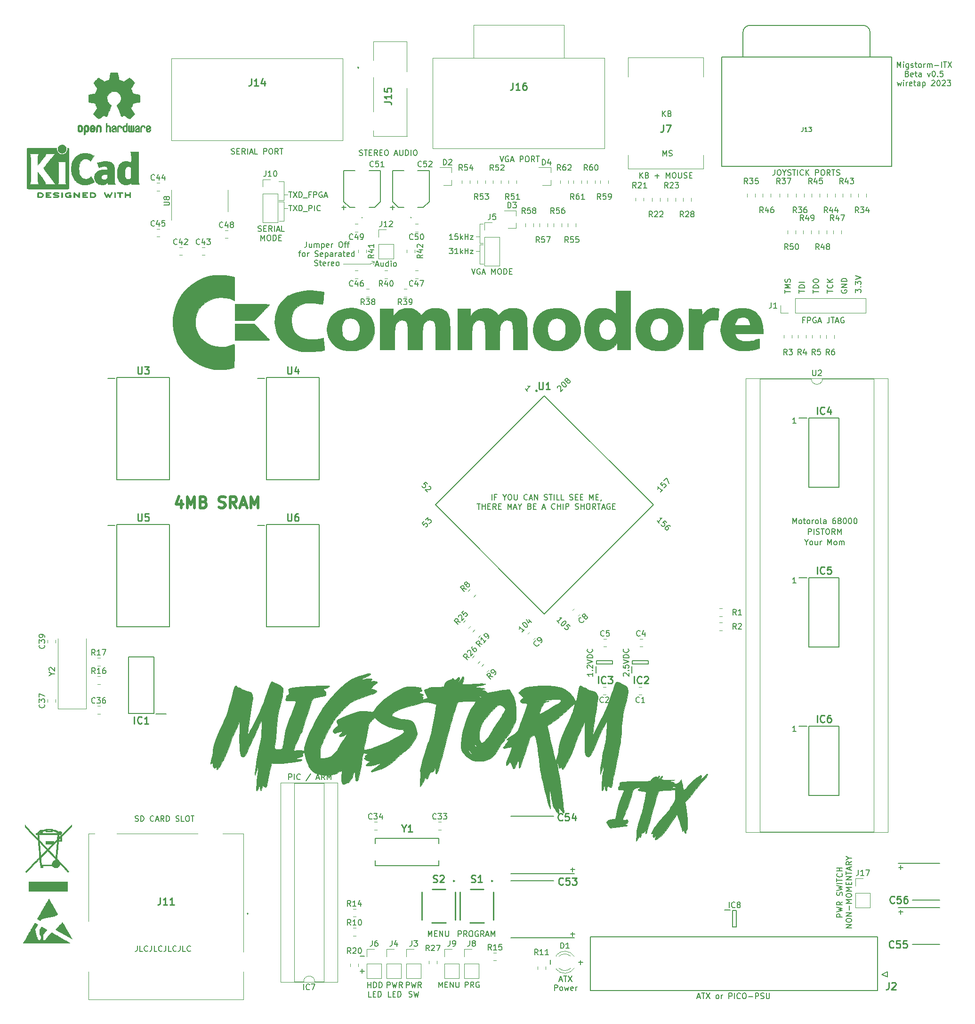
<source format=gbr>
%TF.GenerationSoftware,KiCad,Pcbnew,(5.1.6)-1*%
%TF.CreationDate,2023-10-07T11:21:28-04:00*%
%TF.ProjectId,MigStorm-ITX,4d696753-746f-4726-9d2d-4954582e6b69,rev?*%
%TF.SameCoordinates,Original*%
%TF.FileFunction,Legend,Top*%
%TF.FilePolarity,Positive*%
%FSLAX46Y46*%
G04 Gerber Fmt 4.6, Leading zero omitted, Abs format (unit mm)*
G04 Created by KiCad (PCBNEW (5.1.6)-1) date 2023-10-07 11:21:28*
%MOMM*%
%LPD*%
G01*
G04 APERTURE LIST*
%ADD10C,0.120000*%
%ADD11C,0.150000*%
%ADD12C,0.500000*%
%ADD13C,0.010000*%
%ADD14C,0.200000*%
%ADD15C,0.127000*%
%ADD16C,0.100000*%
%ADD17C,0.254000*%
%ADD18C,0.250000*%
G04 APERTURE END LIST*
D10*
X211394040Y-92059760D02*
X210718400Y-92059760D01*
X211419440Y-94391480D02*
X212039200Y-94391480D01*
X211419440Y-90871040D02*
X211419440Y-94391480D01*
X212003640Y-90871040D02*
X211419440Y-90871040D01*
X211414360Y-89448640D02*
X210718400Y-89448640D01*
X211419440Y-90627200D02*
X212008720Y-90627200D01*
X211419440Y-87203280D02*
X211419440Y-90627200D01*
X212029040Y-87203280D02*
X211419440Y-87203280D01*
X176220120Y-84348320D02*
X176819560Y-84348320D01*
X176189640Y-86639400D02*
X175300640Y-86639400D01*
X176194720Y-83210400D02*
X176194720Y-86634320D01*
X175275240Y-83200240D02*
X176194720Y-83200240D01*
X176209960Y-81894680D02*
X176814480Y-81894680D01*
X176194720Y-82971640D02*
X175280320Y-82971640D01*
X176194720Y-79512160D02*
X176194720Y-82971640D01*
X175260000Y-79512160D02*
X176194720Y-79512160D01*
D11*
X229169007Y-219857628D02*
X229930912Y-219857628D01*
X229549960Y-220238580D02*
X229549960Y-219476676D01*
X224134988Y-220212872D02*
X224134988Y-219450967D01*
X195336207Y-84247028D02*
X196098112Y-84247028D01*
X195717160Y-84627980D02*
X195717160Y-83866076D01*
X186547807Y-84247028D02*
X187309712Y-84247028D01*
X186928760Y-84627980D02*
X186928760Y-83866076D01*
X227726287Y-214792868D02*
X228488192Y-214792868D01*
X228107240Y-215173820D02*
X228107240Y-214411916D01*
X227711047Y-203200308D02*
X228472952Y-203200308D01*
X228092000Y-203581260D02*
X228092000Y-202819356D01*
X286730487Y-210810148D02*
X287492392Y-210810148D01*
X287111440Y-211191100D02*
X287111440Y-210429196D01*
X286730487Y-202798988D02*
X287492392Y-202798988D01*
X287111440Y-203179940D02*
X287111440Y-202418036D01*
X244226175Y-67874140D02*
X244226175Y-66874140D01*
X244797603Y-67874140D02*
X244369032Y-67302712D01*
X244797603Y-66874140D02*
X244226175Y-67445569D01*
X245559508Y-67350331D02*
X245702365Y-67397950D01*
X245749984Y-67445569D01*
X245797603Y-67540807D01*
X245797603Y-67683664D01*
X245749984Y-67778902D01*
X245702365Y-67826521D01*
X245607127Y-67874140D01*
X245226175Y-67874140D01*
X245226175Y-66874140D01*
X245559508Y-66874140D01*
X245654746Y-66921760D01*
X245702365Y-66969379D01*
X245749984Y-67064617D01*
X245749984Y-67159855D01*
X245702365Y-67255093D01*
X245654746Y-67302712D01*
X245559508Y-67350331D01*
X245226175Y-67350331D01*
X244320796Y-74970900D02*
X244320796Y-73970900D01*
X244654129Y-74685186D01*
X244987462Y-73970900D01*
X244987462Y-74970900D01*
X245416034Y-74923281D02*
X245558891Y-74970900D01*
X245796986Y-74970900D01*
X245892224Y-74923281D01*
X245939843Y-74875662D01*
X245987462Y-74780424D01*
X245987462Y-74685186D01*
X245939843Y-74589948D01*
X245892224Y-74542329D01*
X245796986Y-74494710D01*
X245606510Y-74447091D01*
X245511272Y-74399472D01*
X245463653Y-74351853D01*
X245416034Y-74256615D01*
X245416034Y-74161377D01*
X245463653Y-74066139D01*
X245511272Y-74018520D01*
X245606510Y-73970900D01*
X245844605Y-73970900D01*
X245987462Y-74018520D01*
X149812952Y-216876380D02*
X149812952Y-217590666D01*
X149765333Y-217733523D01*
X149670095Y-217828761D01*
X149527238Y-217876380D01*
X149432000Y-217876380D01*
X150765333Y-217876380D02*
X150289142Y-217876380D01*
X150289142Y-216876380D01*
X151670095Y-217781142D02*
X151622476Y-217828761D01*
X151479619Y-217876380D01*
X151384380Y-217876380D01*
X151241523Y-217828761D01*
X151146285Y-217733523D01*
X151098666Y-217638285D01*
X151051047Y-217447809D01*
X151051047Y-217304952D01*
X151098666Y-217114476D01*
X151146285Y-217019238D01*
X151241523Y-216924000D01*
X151384380Y-216876380D01*
X151479619Y-216876380D01*
X151622476Y-216924000D01*
X151670095Y-216971619D01*
X152384380Y-216876380D02*
X152384380Y-217590666D01*
X152336761Y-217733523D01*
X152241523Y-217828761D01*
X152098666Y-217876380D01*
X152003428Y-217876380D01*
X153336761Y-217876380D02*
X152860571Y-217876380D01*
X152860571Y-216876380D01*
X154241523Y-217781142D02*
X154193904Y-217828761D01*
X154051047Y-217876380D01*
X153955809Y-217876380D01*
X153812952Y-217828761D01*
X153717714Y-217733523D01*
X153670095Y-217638285D01*
X153622476Y-217447809D01*
X153622476Y-217304952D01*
X153670095Y-217114476D01*
X153717714Y-217019238D01*
X153812952Y-216924000D01*
X153955809Y-216876380D01*
X154051047Y-216876380D01*
X154193904Y-216924000D01*
X154241523Y-216971619D01*
X154955809Y-216876380D02*
X154955809Y-217590666D01*
X154908190Y-217733523D01*
X154812952Y-217828761D01*
X154670095Y-217876380D01*
X154574857Y-217876380D01*
X155908190Y-217876380D02*
X155432000Y-217876380D01*
X155432000Y-216876380D01*
X156812952Y-217781142D02*
X156765333Y-217828761D01*
X156622476Y-217876380D01*
X156527238Y-217876380D01*
X156384380Y-217828761D01*
X156289142Y-217733523D01*
X156241523Y-217638285D01*
X156193904Y-217447809D01*
X156193904Y-217304952D01*
X156241523Y-217114476D01*
X156289142Y-217019238D01*
X156384380Y-216924000D01*
X156527238Y-216876380D01*
X156622476Y-216876380D01*
X156765333Y-216924000D01*
X156812952Y-216971619D01*
X157527238Y-216876380D02*
X157527238Y-217590666D01*
X157479619Y-217733523D01*
X157384380Y-217828761D01*
X157241523Y-217876380D01*
X157146285Y-217876380D01*
X158479619Y-217876380D02*
X158003428Y-217876380D01*
X158003428Y-216876380D01*
X159384380Y-217781142D02*
X159336761Y-217828761D01*
X159193904Y-217876380D01*
X159098666Y-217876380D01*
X158955809Y-217828761D01*
X158860571Y-217733523D01*
X158812952Y-217638285D01*
X158765333Y-217447809D01*
X158765333Y-217304952D01*
X158812952Y-217114476D01*
X158860571Y-217019238D01*
X158955809Y-216924000D01*
X159098666Y-216876380D01*
X159193904Y-216876380D01*
X159336761Y-216924000D01*
X159384380Y-216971619D01*
X192730666Y-94527666D02*
X193206857Y-94527666D01*
X192635428Y-94813380D02*
X192968761Y-93813380D01*
X193302095Y-94813380D01*
X194064000Y-94146714D02*
X194064000Y-94813380D01*
X193635428Y-94146714D02*
X193635428Y-94670523D01*
X193683047Y-94765761D01*
X193778285Y-94813380D01*
X193921142Y-94813380D01*
X194016380Y-94765761D01*
X194064000Y-94718142D01*
X194968761Y-94813380D02*
X194968761Y-93813380D01*
X194968761Y-94765761D02*
X194873523Y-94813380D01*
X194683047Y-94813380D01*
X194587809Y-94765761D01*
X194540190Y-94718142D01*
X194492571Y-94622904D01*
X194492571Y-94337190D01*
X194540190Y-94241952D01*
X194587809Y-94194333D01*
X194683047Y-94146714D01*
X194873523Y-94146714D01*
X194968761Y-94194333D01*
X195444952Y-94813380D02*
X195444952Y-94146714D01*
X195444952Y-93813380D02*
X195397333Y-93861000D01*
X195444952Y-93908619D01*
X195492571Y-93861000D01*
X195444952Y-93813380D01*
X195444952Y-93908619D01*
X196064000Y-94813380D02*
X195968761Y-94765761D01*
X195921142Y-94718142D01*
X195873523Y-94622904D01*
X195873523Y-94337190D01*
X195921142Y-94241952D01*
X195968761Y-94194333D01*
X196064000Y-94146714D01*
X196206857Y-94146714D01*
X196302095Y-94194333D01*
X196349714Y-94241952D01*
X196397333Y-94337190D01*
X196397333Y-94622904D01*
X196349714Y-94718142D01*
X196302095Y-94765761D01*
X196206857Y-94813380D01*
X196064000Y-94813380D01*
X250548000Y-226099666D02*
X251024190Y-226099666D01*
X250452761Y-226385380D02*
X250786095Y-225385380D01*
X251119428Y-226385380D01*
X251309904Y-225385380D02*
X251881333Y-225385380D01*
X251595619Y-226385380D02*
X251595619Y-225385380D01*
X252119428Y-225385380D02*
X252786095Y-226385380D01*
X252786095Y-225385380D02*
X252119428Y-226385380D01*
X254071809Y-226385380D02*
X253976571Y-226337761D01*
X253928952Y-226290142D01*
X253881333Y-226194904D01*
X253881333Y-225909190D01*
X253928952Y-225813952D01*
X253976571Y-225766333D01*
X254071809Y-225718714D01*
X254214666Y-225718714D01*
X254309904Y-225766333D01*
X254357523Y-225813952D01*
X254405142Y-225909190D01*
X254405142Y-226194904D01*
X254357523Y-226290142D01*
X254309904Y-226337761D01*
X254214666Y-226385380D01*
X254071809Y-226385380D01*
X254833714Y-226385380D02*
X254833714Y-225718714D01*
X254833714Y-225909190D02*
X254881333Y-225813952D01*
X254928952Y-225766333D01*
X255024190Y-225718714D01*
X255119428Y-225718714D01*
X256214666Y-226385380D02*
X256214666Y-225385380D01*
X256595619Y-225385380D01*
X256690857Y-225433000D01*
X256738476Y-225480619D01*
X256786095Y-225575857D01*
X256786095Y-225718714D01*
X256738476Y-225813952D01*
X256690857Y-225861571D01*
X256595619Y-225909190D01*
X256214666Y-225909190D01*
X257214666Y-226385380D02*
X257214666Y-225385380D01*
X258262285Y-226290142D02*
X258214666Y-226337761D01*
X258071809Y-226385380D01*
X257976571Y-226385380D01*
X257833714Y-226337761D01*
X257738476Y-226242523D01*
X257690857Y-226147285D01*
X257643238Y-225956809D01*
X257643238Y-225813952D01*
X257690857Y-225623476D01*
X257738476Y-225528238D01*
X257833714Y-225433000D01*
X257976571Y-225385380D01*
X258071809Y-225385380D01*
X258214666Y-225433000D01*
X258262285Y-225480619D01*
X258881333Y-225385380D02*
X259071809Y-225385380D01*
X259167047Y-225433000D01*
X259262285Y-225528238D01*
X259309904Y-225718714D01*
X259309904Y-226052047D01*
X259262285Y-226242523D01*
X259167047Y-226337761D01*
X259071809Y-226385380D01*
X258881333Y-226385380D01*
X258786095Y-226337761D01*
X258690857Y-226242523D01*
X258643238Y-226052047D01*
X258643238Y-225718714D01*
X258690857Y-225528238D01*
X258786095Y-225433000D01*
X258881333Y-225385380D01*
X259738476Y-226004428D02*
X260500380Y-226004428D01*
X260976571Y-226385380D02*
X260976571Y-225385380D01*
X261357523Y-225385380D01*
X261452761Y-225433000D01*
X261500380Y-225480619D01*
X261548000Y-225575857D01*
X261548000Y-225718714D01*
X261500380Y-225813952D01*
X261452761Y-225861571D01*
X261357523Y-225909190D01*
X260976571Y-225909190D01*
X261928952Y-226337761D02*
X262071809Y-226385380D01*
X262309904Y-226385380D01*
X262405142Y-226337761D01*
X262452761Y-226290142D01*
X262500380Y-226194904D01*
X262500380Y-226099666D01*
X262452761Y-226004428D01*
X262405142Y-225956809D01*
X262309904Y-225909190D01*
X262119428Y-225861571D01*
X262024190Y-225813952D01*
X261976571Y-225766333D01*
X261928952Y-225671095D01*
X261928952Y-225575857D01*
X261976571Y-225480619D01*
X262024190Y-225433000D01*
X262119428Y-225385380D01*
X262357523Y-225385380D01*
X262500380Y-225433000D01*
X262928952Y-225385380D02*
X262928952Y-226194904D01*
X262976571Y-226290142D01*
X263024190Y-226337761D01*
X263119428Y-226385380D01*
X263309904Y-226385380D01*
X263405142Y-226337761D01*
X263452761Y-226290142D01*
X263500380Y-226194904D01*
X263500380Y-225385380D01*
X286460537Y-59071500D02*
X286460537Y-58071500D01*
X286793870Y-58785786D01*
X287127203Y-58071500D01*
X287127203Y-59071500D01*
X287603394Y-59071500D02*
X287603394Y-58404834D01*
X287603394Y-58071500D02*
X287555775Y-58119120D01*
X287603394Y-58166739D01*
X287651013Y-58119120D01*
X287603394Y-58071500D01*
X287603394Y-58166739D01*
X288508156Y-58404834D02*
X288508156Y-59214358D01*
X288460537Y-59309596D01*
X288412918Y-59357215D01*
X288317680Y-59404834D01*
X288174822Y-59404834D01*
X288079584Y-59357215D01*
X288508156Y-59023881D02*
X288412918Y-59071500D01*
X288222441Y-59071500D01*
X288127203Y-59023881D01*
X288079584Y-58976262D01*
X288031965Y-58881024D01*
X288031965Y-58595310D01*
X288079584Y-58500072D01*
X288127203Y-58452453D01*
X288222441Y-58404834D01*
X288412918Y-58404834D01*
X288508156Y-58452453D01*
X288936727Y-59023881D02*
X289031965Y-59071500D01*
X289222441Y-59071500D01*
X289317680Y-59023881D01*
X289365299Y-58928643D01*
X289365299Y-58881024D01*
X289317680Y-58785786D01*
X289222441Y-58738167D01*
X289079584Y-58738167D01*
X288984346Y-58690548D01*
X288936727Y-58595310D01*
X288936727Y-58547691D01*
X288984346Y-58452453D01*
X289079584Y-58404834D01*
X289222441Y-58404834D01*
X289317680Y-58452453D01*
X289651013Y-58404834D02*
X290031965Y-58404834D01*
X289793870Y-58071500D02*
X289793870Y-58928643D01*
X289841489Y-59023881D01*
X289936727Y-59071500D01*
X290031965Y-59071500D01*
X290508156Y-59071500D02*
X290412918Y-59023881D01*
X290365299Y-58976262D01*
X290317680Y-58881024D01*
X290317680Y-58595310D01*
X290365299Y-58500072D01*
X290412918Y-58452453D01*
X290508156Y-58404834D01*
X290651013Y-58404834D01*
X290746251Y-58452453D01*
X290793870Y-58500072D01*
X290841489Y-58595310D01*
X290841489Y-58881024D01*
X290793870Y-58976262D01*
X290746251Y-59023881D01*
X290651013Y-59071500D01*
X290508156Y-59071500D01*
X291270060Y-59071500D02*
X291270060Y-58404834D01*
X291270060Y-58595310D02*
X291317680Y-58500072D01*
X291365299Y-58452453D01*
X291460537Y-58404834D01*
X291555775Y-58404834D01*
X291889108Y-59071500D02*
X291889108Y-58404834D01*
X291889108Y-58500072D02*
X291936727Y-58452453D01*
X292031965Y-58404834D01*
X292174822Y-58404834D01*
X292270060Y-58452453D01*
X292317680Y-58547691D01*
X292317680Y-59071500D01*
X292317680Y-58547691D02*
X292365299Y-58452453D01*
X292460537Y-58404834D01*
X292603394Y-58404834D01*
X292698632Y-58452453D01*
X292746251Y-58547691D01*
X292746251Y-59071500D01*
X293222441Y-58690548D02*
X293984346Y-58690548D01*
X294460537Y-59071500D02*
X294460537Y-58071500D01*
X294793870Y-58071500D02*
X295365299Y-58071500D01*
X295079584Y-59071500D02*
X295079584Y-58071500D01*
X295603394Y-58071500D02*
X296270060Y-59071500D01*
X296270060Y-58071500D02*
X295603394Y-59071500D01*
X288270060Y-60197691D02*
X288412918Y-60245310D01*
X288460537Y-60292929D01*
X288508156Y-60388167D01*
X288508156Y-60531024D01*
X288460537Y-60626262D01*
X288412918Y-60673881D01*
X288317680Y-60721500D01*
X287936727Y-60721500D01*
X287936727Y-59721500D01*
X288270060Y-59721500D01*
X288365299Y-59769120D01*
X288412918Y-59816739D01*
X288460537Y-59911977D01*
X288460537Y-60007215D01*
X288412918Y-60102453D01*
X288365299Y-60150072D01*
X288270060Y-60197691D01*
X287936727Y-60197691D01*
X289317680Y-60673881D02*
X289222441Y-60721500D01*
X289031965Y-60721500D01*
X288936727Y-60673881D01*
X288889108Y-60578643D01*
X288889108Y-60197691D01*
X288936727Y-60102453D01*
X289031965Y-60054834D01*
X289222441Y-60054834D01*
X289317680Y-60102453D01*
X289365299Y-60197691D01*
X289365299Y-60292929D01*
X288889108Y-60388167D01*
X289651013Y-60054834D02*
X290031965Y-60054834D01*
X289793870Y-59721500D02*
X289793870Y-60578643D01*
X289841489Y-60673881D01*
X289936727Y-60721500D01*
X290031965Y-60721500D01*
X290793870Y-60721500D02*
X290793870Y-60197691D01*
X290746251Y-60102453D01*
X290651013Y-60054834D01*
X290460537Y-60054834D01*
X290365299Y-60102453D01*
X290793870Y-60673881D02*
X290698632Y-60721500D01*
X290460537Y-60721500D01*
X290365299Y-60673881D01*
X290317680Y-60578643D01*
X290317680Y-60483405D01*
X290365299Y-60388167D01*
X290460537Y-60340548D01*
X290698632Y-60340548D01*
X290793870Y-60292929D01*
X291936727Y-60054834D02*
X292174822Y-60721500D01*
X292412918Y-60054834D01*
X292984346Y-59721500D02*
X293079584Y-59721500D01*
X293174822Y-59769120D01*
X293222441Y-59816739D01*
X293270060Y-59911977D01*
X293317680Y-60102453D01*
X293317680Y-60340548D01*
X293270060Y-60531024D01*
X293222441Y-60626262D01*
X293174822Y-60673881D01*
X293079584Y-60721500D01*
X292984346Y-60721500D01*
X292889108Y-60673881D01*
X292841489Y-60626262D01*
X292793870Y-60531024D01*
X292746251Y-60340548D01*
X292746251Y-60102453D01*
X292793870Y-59911977D01*
X292841489Y-59816739D01*
X292889108Y-59769120D01*
X292984346Y-59721500D01*
X293746251Y-60626262D02*
X293793870Y-60673881D01*
X293746251Y-60721500D01*
X293698632Y-60673881D01*
X293746251Y-60626262D01*
X293746251Y-60721500D01*
X294698632Y-59721500D02*
X294222441Y-59721500D01*
X294174822Y-60197691D01*
X294222441Y-60150072D01*
X294317680Y-60102453D01*
X294555775Y-60102453D01*
X294651013Y-60150072D01*
X294698632Y-60197691D01*
X294746251Y-60292929D01*
X294746251Y-60531024D01*
X294698632Y-60626262D01*
X294651013Y-60673881D01*
X294555775Y-60721500D01*
X294317680Y-60721500D01*
X294222441Y-60673881D01*
X294174822Y-60626262D01*
X286484346Y-61704834D02*
X286674822Y-62371500D01*
X286865299Y-61895310D01*
X287055775Y-62371500D01*
X287246251Y-61704834D01*
X287627203Y-62371500D02*
X287627203Y-61704834D01*
X287627203Y-61371500D02*
X287579584Y-61419120D01*
X287627203Y-61466739D01*
X287674822Y-61419120D01*
X287627203Y-61371500D01*
X287627203Y-61466739D01*
X288103394Y-62371500D02*
X288103394Y-61704834D01*
X288103394Y-61895310D02*
X288151013Y-61800072D01*
X288198632Y-61752453D01*
X288293870Y-61704834D01*
X288389108Y-61704834D01*
X289103394Y-62323881D02*
X289008156Y-62371500D01*
X288817680Y-62371500D01*
X288722441Y-62323881D01*
X288674822Y-62228643D01*
X288674822Y-61847691D01*
X288722441Y-61752453D01*
X288817680Y-61704834D01*
X289008156Y-61704834D01*
X289103394Y-61752453D01*
X289151013Y-61847691D01*
X289151013Y-61942929D01*
X288674822Y-62038167D01*
X289436727Y-61704834D02*
X289817680Y-61704834D01*
X289579584Y-61371500D02*
X289579584Y-62228643D01*
X289627203Y-62323881D01*
X289722441Y-62371500D01*
X289817680Y-62371500D01*
X290579584Y-62371500D02*
X290579584Y-61847691D01*
X290531965Y-61752453D01*
X290436727Y-61704834D01*
X290246251Y-61704834D01*
X290151013Y-61752453D01*
X290579584Y-62323881D02*
X290484346Y-62371500D01*
X290246251Y-62371500D01*
X290151013Y-62323881D01*
X290103394Y-62228643D01*
X290103394Y-62133405D01*
X290151013Y-62038167D01*
X290246251Y-61990548D01*
X290484346Y-61990548D01*
X290579584Y-61942929D01*
X291055775Y-61704834D02*
X291055775Y-62704834D01*
X291055775Y-61752453D02*
X291151013Y-61704834D01*
X291341489Y-61704834D01*
X291436727Y-61752453D01*
X291484346Y-61800072D01*
X291531965Y-61895310D01*
X291531965Y-62181024D01*
X291484346Y-62276262D01*
X291436727Y-62323881D01*
X291341489Y-62371500D01*
X291151013Y-62371500D01*
X291055775Y-62323881D01*
X292674822Y-61466739D02*
X292722441Y-61419120D01*
X292817680Y-61371500D01*
X293055775Y-61371500D01*
X293151013Y-61419120D01*
X293198632Y-61466739D01*
X293246251Y-61561977D01*
X293246251Y-61657215D01*
X293198632Y-61800072D01*
X292627203Y-62371500D01*
X293246251Y-62371500D01*
X293865299Y-61371500D02*
X293960537Y-61371500D01*
X294055775Y-61419120D01*
X294103394Y-61466739D01*
X294151013Y-61561977D01*
X294198632Y-61752453D01*
X294198632Y-61990548D01*
X294151013Y-62181024D01*
X294103394Y-62276262D01*
X294055775Y-62323881D01*
X293960537Y-62371500D01*
X293865299Y-62371500D01*
X293770060Y-62323881D01*
X293722441Y-62276262D01*
X293674822Y-62181024D01*
X293627203Y-61990548D01*
X293627203Y-61752453D01*
X293674822Y-61561977D01*
X293722441Y-61466739D01*
X293770060Y-61419120D01*
X293865299Y-61371500D01*
X294579584Y-61466739D02*
X294627203Y-61419120D01*
X294722441Y-61371500D01*
X294960537Y-61371500D01*
X295055775Y-61419120D01*
X295103394Y-61466739D01*
X295151013Y-61561977D01*
X295151013Y-61657215D01*
X295103394Y-61800072D01*
X294531965Y-62371500D01*
X295151013Y-62371500D01*
X295484346Y-61371500D02*
X296103394Y-61371500D01*
X295770060Y-61752453D01*
X295912918Y-61752453D01*
X296008156Y-61800072D01*
X296055775Y-61847691D01*
X296103394Y-61942929D01*
X296103394Y-62181024D01*
X296055775Y-62276262D01*
X296008156Y-62323881D01*
X295912918Y-62371500D01*
X295627203Y-62371500D01*
X295531965Y-62323881D01*
X295484346Y-62276262D01*
X276614380Y-211694161D02*
X275614380Y-211694161D01*
X275614380Y-211313209D01*
X275662000Y-211217971D01*
X275709619Y-211170352D01*
X275804857Y-211122733D01*
X275947714Y-211122733D01*
X276042952Y-211170352D01*
X276090571Y-211217971D01*
X276138190Y-211313209D01*
X276138190Y-211694161D01*
X275614380Y-210789400D02*
X276614380Y-210551304D01*
X275900095Y-210360828D01*
X276614380Y-210170352D01*
X275614380Y-209932257D01*
X276614380Y-208979876D02*
X276138190Y-209313209D01*
X276614380Y-209551304D02*
X275614380Y-209551304D01*
X275614380Y-209170352D01*
X275662000Y-209075114D01*
X275709619Y-209027495D01*
X275804857Y-208979876D01*
X275947714Y-208979876D01*
X276042952Y-209027495D01*
X276090571Y-209075114D01*
X276138190Y-209170352D01*
X276138190Y-209551304D01*
X276566761Y-207837019D02*
X276614380Y-207694161D01*
X276614380Y-207456066D01*
X276566761Y-207360828D01*
X276519142Y-207313209D01*
X276423904Y-207265590D01*
X276328666Y-207265590D01*
X276233428Y-207313209D01*
X276185809Y-207360828D01*
X276138190Y-207456066D01*
X276090571Y-207646542D01*
X276042952Y-207741780D01*
X275995333Y-207789400D01*
X275900095Y-207837019D01*
X275804857Y-207837019D01*
X275709619Y-207789400D01*
X275662000Y-207741780D01*
X275614380Y-207646542D01*
X275614380Y-207408447D01*
X275662000Y-207265590D01*
X275614380Y-206932257D02*
X276614380Y-206694161D01*
X275900095Y-206503685D01*
X276614380Y-206313209D01*
X275614380Y-206075114D01*
X276614380Y-205694161D02*
X275614380Y-205694161D01*
X275614380Y-205360828D02*
X275614380Y-204789400D01*
X276614380Y-205075114D02*
X275614380Y-205075114D01*
X276519142Y-203884638D02*
X276566761Y-203932257D01*
X276614380Y-204075114D01*
X276614380Y-204170352D01*
X276566761Y-204313209D01*
X276471523Y-204408447D01*
X276376285Y-204456066D01*
X276185809Y-204503685D01*
X276042952Y-204503685D01*
X275852476Y-204456066D01*
X275757238Y-204408447D01*
X275662000Y-204313209D01*
X275614380Y-204170352D01*
X275614380Y-204075114D01*
X275662000Y-203932257D01*
X275709619Y-203884638D01*
X276614380Y-203456066D02*
X275614380Y-203456066D01*
X276090571Y-203456066D02*
X276090571Y-202884638D01*
X276614380Y-202884638D02*
X275614380Y-202884638D01*
X278264380Y-213622733D02*
X277264380Y-213622733D01*
X278264380Y-213051304D01*
X277264380Y-213051304D01*
X277264380Y-212384638D02*
X277264380Y-212194161D01*
X277312000Y-212098923D01*
X277407238Y-212003685D01*
X277597714Y-211956066D01*
X277931047Y-211956066D01*
X278121523Y-212003685D01*
X278216761Y-212098923D01*
X278264380Y-212194161D01*
X278264380Y-212384638D01*
X278216761Y-212479876D01*
X278121523Y-212575114D01*
X277931047Y-212622733D01*
X277597714Y-212622733D01*
X277407238Y-212575114D01*
X277312000Y-212479876D01*
X277264380Y-212384638D01*
X278264380Y-211527495D02*
X277264380Y-211527495D01*
X278264380Y-210956066D01*
X277264380Y-210956066D01*
X277883428Y-210479876D02*
X277883428Y-209717971D01*
X278264380Y-209241780D02*
X277264380Y-209241780D01*
X277978666Y-208908447D01*
X277264380Y-208575114D01*
X278264380Y-208575114D01*
X277264380Y-207908447D02*
X277264380Y-207717971D01*
X277312000Y-207622733D01*
X277407238Y-207527495D01*
X277597714Y-207479876D01*
X277931047Y-207479876D01*
X278121523Y-207527495D01*
X278216761Y-207622733D01*
X278264380Y-207717971D01*
X278264380Y-207908447D01*
X278216761Y-208003685D01*
X278121523Y-208098923D01*
X277931047Y-208146542D01*
X277597714Y-208146542D01*
X277407238Y-208098923D01*
X277312000Y-208003685D01*
X277264380Y-207908447D01*
X278264380Y-207051304D02*
X277264380Y-207051304D01*
X277978666Y-206717971D01*
X277264380Y-206384638D01*
X278264380Y-206384638D01*
X277740571Y-205908447D02*
X277740571Y-205575114D01*
X278264380Y-205432257D02*
X278264380Y-205908447D01*
X277264380Y-205908447D01*
X277264380Y-205432257D01*
X278264380Y-205003685D02*
X277264380Y-205003685D01*
X278264380Y-204432257D01*
X277264380Y-204432257D01*
X277264380Y-204098923D02*
X277264380Y-203527495D01*
X278264380Y-203813209D02*
X277264380Y-203813209D01*
X277978666Y-203241780D02*
X277978666Y-202765590D01*
X278264380Y-203337019D02*
X277264380Y-203003685D01*
X278264380Y-202670352D01*
X278264380Y-201765590D02*
X277788190Y-202098923D01*
X278264380Y-202337019D02*
X277264380Y-202337019D01*
X277264380Y-201956066D01*
X277312000Y-201860828D01*
X277359619Y-201813209D01*
X277454857Y-201765590D01*
X277597714Y-201765590D01*
X277692952Y-201813209D01*
X277740571Y-201860828D01*
X277788190Y-201956066D01*
X277788190Y-202337019D01*
X277788190Y-201146542D02*
X278264380Y-201146542D01*
X277264380Y-201479876D02*
X277788190Y-201146542D01*
X277264380Y-200813209D01*
X177062285Y-187015380D02*
X177062285Y-186015380D01*
X177443238Y-186015380D01*
X177538476Y-186063000D01*
X177586095Y-186110619D01*
X177633714Y-186205857D01*
X177633714Y-186348714D01*
X177586095Y-186443952D01*
X177538476Y-186491571D01*
X177443238Y-186539190D01*
X177062285Y-186539190D01*
X178062285Y-187015380D02*
X178062285Y-186015380D01*
X179109904Y-186920142D02*
X179062285Y-186967761D01*
X178919428Y-187015380D01*
X178824190Y-187015380D01*
X178681333Y-186967761D01*
X178586095Y-186872523D01*
X178538476Y-186777285D01*
X178490857Y-186586809D01*
X178490857Y-186443952D01*
X178538476Y-186253476D01*
X178586095Y-186158238D01*
X178681333Y-186063000D01*
X178824190Y-186015380D01*
X178919428Y-186015380D01*
X179062285Y-186063000D01*
X179109904Y-186110619D01*
X181014666Y-185967761D02*
X180157523Y-187253476D01*
X182062285Y-186729666D02*
X182538476Y-186729666D01*
X181967047Y-187015380D02*
X182300380Y-186015380D01*
X182633714Y-187015380D01*
X183538476Y-187015380D02*
X183205142Y-186539190D01*
X182967047Y-187015380D02*
X182967047Y-186015380D01*
X183348000Y-186015380D01*
X183443238Y-186063000D01*
X183490857Y-186110619D01*
X183538476Y-186205857D01*
X183538476Y-186348714D01*
X183490857Y-186443952D01*
X183443238Y-186491571D01*
X183348000Y-186539190D01*
X182967047Y-186539190D01*
X183967047Y-187015380D02*
X183967047Y-186015380D01*
X184300380Y-186729666D01*
X184633714Y-186015380D01*
X184633714Y-187015380D01*
X149424095Y-194460761D02*
X149566952Y-194508380D01*
X149805047Y-194508380D01*
X149900285Y-194460761D01*
X149947904Y-194413142D01*
X149995523Y-194317904D01*
X149995523Y-194222666D01*
X149947904Y-194127428D01*
X149900285Y-194079809D01*
X149805047Y-194032190D01*
X149614571Y-193984571D01*
X149519333Y-193936952D01*
X149471714Y-193889333D01*
X149424095Y-193794095D01*
X149424095Y-193698857D01*
X149471714Y-193603619D01*
X149519333Y-193556000D01*
X149614571Y-193508380D01*
X149852666Y-193508380D01*
X149995523Y-193556000D01*
X150424095Y-194508380D02*
X150424095Y-193508380D01*
X150662190Y-193508380D01*
X150805047Y-193556000D01*
X150900285Y-193651238D01*
X150947904Y-193746476D01*
X150995523Y-193936952D01*
X150995523Y-194079809D01*
X150947904Y-194270285D01*
X150900285Y-194365523D01*
X150805047Y-194460761D01*
X150662190Y-194508380D01*
X150424095Y-194508380D01*
X152757428Y-194413142D02*
X152709809Y-194460761D01*
X152566952Y-194508380D01*
X152471714Y-194508380D01*
X152328857Y-194460761D01*
X152233619Y-194365523D01*
X152186000Y-194270285D01*
X152138380Y-194079809D01*
X152138380Y-193936952D01*
X152186000Y-193746476D01*
X152233619Y-193651238D01*
X152328857Y-193556000D01*
X152471714Y-193508380D01*
X152566952Y-193508380D01*
X152709809Y-193556000D01*
X152757428Y-193603619D01*
X153138380Y-194222666D02*
X153614571Y-194222666D01*
X153043142Y-194508380D02*
X153376476Y-193508380D01*
X153709809Y-194508380D01*
X154614571Y-194508380D02*
X154281238Y-194032190D01*
X154043142Y-194508380D02*
X154043142Y-193508380D01*
X154424095Y-193508380D01*
X154519333Y-193556000D01*
X154566952Y-193603619D01*
X154614571Y-193698857D01*
X154614571Y-193841714D01*
X154566952Y-193936952D01*
X154519333Y-193984571D01*
X154424095Y-194032190D01*
X154043142Y-194032190D01*
X155043142Y-194508380D02*
X155043142Y-193508380D01*
X155281238Y-193508380D01*
X155424095Y-193556000D01*
X155519333Y-193651238D01*
X155566952Y-193746476D01*
X155614571Y-193936952D01*
X155614571Y-194079809D01*
X155566952Y-194270285D01*
X155519333Y-194365523D01*
X155424095Y-194460761D01*
X155281238Y-194508380D01*
X155043142Y-194508380D01*
X156757428Y-194460761D02*
X156900285Y-194508380D01*
X157138380Y-194508380D01*
X157233619Y-194460761D01*
X157281238Y-194413142D01*
X157328857Y-194317904D01*
X157328857Y-194222666D01*
X157281238Y-194127428D01*
X157233619Y-194079809D01*
X157138380Y-194032190D01*
X156947904Y-193984571D01*
X156852666Y-193936952D01*
X156805047Y-193889333D01*
X156757428Y-193794095D01*
X156757428Y-193698857D01*
X156805047Y-193603619D01*
X156852666Y-193556000D01*
X156947904Y-193508380D01*
X157186000Y-193508380D01*
X157328857Y-193556000D01*
X158233619Y-194508380D02*
X157757428Y-194508380D01*
X157757428Y-193508380D01*
X158757428Y-193508380D02*
X158947904Y-193508380D01*
X159043142Y-193556000D01*
X159138380Y-193651238D01*
X159186000Y-193841714D01*
X159186000Y-194175047D01*
X159138380Y-194365523D01*
X159043142Y-194460761D01*
X158947904Y-194508380D01*
X158757428Y-194508380D01*
X158662190Y-194460761D01*
X158566952Y-194365523D01*
X158519333Y-194175047D01*
X158519333Y-193841714D01*
X158566952Y-193651238D01*
X158662190Y-193556000D01*
X158757428Y-193508380D01*
X159471714Y-193508380D02*
X160043142Y-193508380D01*
X159757428Y-194508380D02*
X159757428Y-193508380D01*
X237291619Y-168417571D02*
X237244000Y-168369952D01*
X237196380Y-168274714D01*
X237196380Y-168036619D01*
X237244000Y-167941380D01*
X237291619Y-167893761D01*
X237386857Y-167846142D01*
X237482095Y-167846142D01*
X237624952Y-167893761D01*
X238196380Y-168465190D01*
X238196380Y-167846142D01*
X238101142Y-167417571D02*
X238148761Y-167369952D01*
X238196380Y-167417571D01*
X238148761Y-167465190D01*
X238101142Y-167417571D01*
X238196380Y-167417571D01*
X237196380Y-166465190D02*
X237196380Y-166941380D01*
X237672571Y-166989000D01*
X237624952Y-166941380D01*
X237577333Y-166846142D01*
X237577333Y-166608047D01*
X237624952Y-166512809D01*
X237672571Y-166465190D01*
X237767809Y-166417571D01*
X238005904Y-166417571D01*
X238101142Y-166465190D01*
X238148761Y-166512809D01*
X238196380Y-166608047D01*
X238196380Y-166846142D01*
X238148761Y-166941380D01*
X238101142Y-166989000D01*
X237196380Y-166131857D02*
X238196380Y-165798523D01*
X237196380Y-165465190D01*
X238196380Y-165131857D02*
X237196380Y-165131857D01*
X237196380Y-164893761D01*
X237244000Y-164750904D01*
X237339238Y-164655666D01*
X237434476Y-164608047D01*
X237624952Y-164560428D01*
X237767809Y-164560428D01*
X237958285Y-164608047D01*
X238053523Y-164655666D01*
X238148761Y-164750904D01*
X238196380Y-164893761D01*
X238196380Y-165131857D01*
X238101142Y-163560428D02*
X238148761Y-163608047D01*
X238196380Y-163750904D01*
X238196380Y-163846142D01*
X238148761Y-163989000D01*
X238053523Y-164084238D01*
X237958285Y-164131857D01*
X237767809Y-164179476D01*
X237624952Y-164179476D01*
X237434476Y-164131857D01*
X237339238Y-164084238D01*
X237244000Y-163989000D01*
X237196380Y-163846142D01*
X237196380Y-163750904D01*
X237244000Y-163608047D01*
X237291619Y-163560428D01*
X231719380Y-167846142D02*
X231719380Y-168417571D01*
X231719380Y-168131857D02*
X230719380Y-168131857D01*
X230862238Y-168227095D01*
X230957476Y-168322333D01*
X231005095Y-168417571D01*
X231624142Y-167417571D02*
X231671761Y-167369952D01*
X231719380Y-167417571D01*
X231671761Y-167465190D01*
X231624142Y-167417571D01*
X231719380Y-167417571D01*
X230814619Y-166989000D02*
X230767000Y-166941380D01*
X230719380Y-166846142D01*
X230719380Y-166608047D01*
X230767000Y-166512809D01*
X230814619Y-166465190D01*
X230909857Y-166417571D01*
X231005095Y-166417571D01*
X231147952Y-166465190D01*
X231719380Y-167036619D01*
X231719380Y-166417571D01*
X230719380Y-166131857D02*
X231719380Y-165798523D01*
X230719380Y-165465190D01*
X231719380Y-165131857D02*
X230719380Y-165131857D01*
X230719380Y-164893761D01*
X230767000Y-164750904D01*
X230862238Y-164655666D01*
X230957476Y-164608047D01*
X231147952Y-164560428D01*
X231290809Y-164560428D01*
X231481285Y-164608047D01*
X231576523Y-164655666D01*
X231671761Y-164750904D01*
X231719380Y-164893761D01*
X231719380Y-165131857D01*
X231624142Y-163560428D02*
X231671761Y-163608047D01*
X231719380Y-163750904D01*
X231719380Y-163846142D01*
X231671761Y-163989000D01*
X231576523Y-164084238D01*
X231481285Y-164131857D01*
X231290809Y-164179476D01*
X231147952Y-164179476D01*
X230957476Y-164131857D01*
X230862238Y-164084238D01*
X230767000Y-163989000D01*
X230719380Y-163846142D01*
X230719380Y-163750904D01*
X230767000Y-163608047D01*
X230814619Y-163560428D01*
X189865047Y-221432428D02*
X190626952Y-221432428D01*
X190246000Y-221813380D02*
X190246000Y-221051476D01*
X189865047Y-218765428D02*
X190626952Y-218765428D01*
X207534285Y-215209380D02*
X207534285Y-214209380D01*
X207915238Y-214209380D01*
X208010476Y-214257000D01*
X208058095Y-214304619D01*
X208105714Y-214399857D01*
X208105714Y-214542714D01*
X208058095Y-214637952D01*
X208010476Y-214685571D01*
X207915238Y-214733190D01*
X207534285Y-214733190D01*
X209105714Y-215209380D02*
X208772380Y-214733190D01*
X208534285Y-215209380D02*
X208534285Y-214209380D01*
X208915238Y-214209380D01*
X209010476Y-214257000D01*
X209058095Y-214304619D01*
X209105714Y-214399857D01*
X209105714Y-214542714D01*
X209058095Y-214637952D01*
X209010476Y-214685571D01*
X208915238Y-214733190D01*
X208534285Y-214733190D01*
X209724761Y-214209380D02*
X209915238Y-214209380D01*
X210010476Y-214257000D01*
X210105714Y-214352238D01*
X210153333Y-214542714D01*
X210153333Y-214876047D01*
X210105714Y-215066523D01*
X210010476Y-215161761D01*
X209915238Y-215209380D01*
X209724761Y-215209380D01*
X209629523Y-215161761D01*
X209534285Y-215066523D01*
X209486666Y-214876047D01*
X209486666Y-214542714D01*
X209534285Y-214352238D01*
X209629523Y-214257000D01*
X209724761Y-214209380D01*
X211105714Y-214257000D02*
X211010476Y-214209380D01*
X210867619Y-214209380D01*
X210724761Y-214257000D01*
X210629523Y-214352238D01*
X210581904Y-214447476D01*
X210534285Y-214637952D01*
X210534285Y-214780809D01*
X210581904Y-214971285D01*
X210629523Y-215066523D01*
X210724761Y-215161761D01*
X210867619Y-215209380D01*
X210962857Y-215209380D01*
X211105714Y-215161761D01*
X211153333Y-215114142D01*
X211153333Y-214780809D01*
X210962857Y-214780809D01*
X212153333Y-215209380D02*
X211820000Y-214733190D01*
X211581904Y-215209380D02*
X211581904Y-214209380D01*
X211962857Y-214209380D01*
X212058095Y-214257000D01*
X212105714Y-214304619D01*
X212153333Y-214399857D01*
X212153333Y-214542714D01*
X212105714Y-214637952D01*
X212058095Y-214685571D01*
X211962857Y-214733190D01*
X211581904Y-214733190D01*
X212534285Y-214923666D02*
X213010476Y-214923666D01*
X212439047Y-215209380D02*
X212772380Y-214209380D01*
X213105714Y-215209380D01*
X213439047Y-215209380D02*
X213439047Y-214209380D01*
X213772380Y-214923666D01*
X214105714Y-214209380D01*
X214105714Y-215209380D01*
X202128666Y-215209380D02*
X202128666Y-214209380D01*
X202462000Y-214923666D01*
X202795333Y-214209380D01*
X202795333Y-215209380D01*
X203271523Y-214685571D02*
X203604857Y-214685571D01*
X203747714Y-215209380D02*
X203271523Y-215209380D01*
X203271523Y-214209380D01*
X203747714Y-214209380D01*
X204176285Y-215209380D02*
X204176285Y-214209380D01*
X204747714Y-215209380D01*
X204747714Y-214209380D01*
X205223904Y-214209380D02*
X205223904Y-215018904D01*
X205271523Y-215114142D01*
X205319142Y-215161761D01*
X205414380Y-215209380D01*
X205604857Y-215209380D01*
X205700095Y-215161761D01*
X205747714Y-215114142D01*
X205795333Y-215018904D01*
X205795333Y-214209380D01*
X208755455Y-224358460D02*
X208755455Y-223358460D01*
X209136407Y-223358460D01*
X209231645Y-223406080D01*
X209279264Y-223453699D01*
X209326883Y-223548937D01*
X209326883Y-223691794D01*
X209279264Y-223787032D01*
X209231645Y-223834651D01*
X209136407Y-223882270D01*
X208755455Y-223882270D01*
X210326883Y-224358460D02*
X209993550Y-223882270D01*
X209755455Y-224358460D02*
X209755455Y-223358460D01*
X210136407Y-223358460D01*
X210231645Y-223406080D01*
X210279264Y-223453699D01*
X210326883Y-223548937D01*
X210326883Y-223691794D01*
X210279264Y-223787032D01*
X210231645Y-223834651D01*
X210136407Y-223882270D01*
X209755455Y-223882270D01*
X211279264Y-223406080D02*
X211184026Y-223358460D01*
X211041169Y-223358460D01*
X210898312Y-223406080D01*
X210803074Y-223501318D01*
X210755455Y-223596556D01*
X210707836Y-223787032D01*
X210707836Y-223929889D01*
X210755455Y-224120365D01*
X210803074Y-224215603D01*
X210898312Y-224310841D01*
X211041169Y-224358460D01*
X211136407Y-224358460D01*
X211279264Y-224310841D01*
X211326883Y-224263222D01*
X211326883Y-223929889D01*
X211136407Y-223929889D01*
X204013346Y-224368620D02*
X204013346Y-223368620D01*
X204346680Y-224082906D01*
X204680013Y-223368620D01*
X204680013Y-224368620D01*
X205156203Y-223844811D02*
X205489537Y-223844811D01*
X205632394Y-224368620D02*
X205156203Y-224368620D01*
X205156203Y-223368620D01*
X205632394Y-223368620D01*
X206060965Y-224368620D02*
X206060965Y-223368620D01*
X206632394Y-224368620D01*
X206632394Y-223368620D01*
X207108584Y-223368620D02*
X207108584Y-224178144D01*
X207156203Y-224273382D01*
X207203822Y-224321001D01*
X207299060Y-224368620D01*
X207489537Y-224368620D01*
X207584775Y-224321001D01*
X207632394Y-224273382D01*
X207680013Y-224178144D01*
X207680013Y-223368620D01*
X264462333Y-77430380D02*
X264462333Y-78144666D01*
X264414714Y-78287523D01*
X264319476Y-78382761D01*
X264176619Y-78430380D01*
X264081380Y-78430380D01*
X265129000Y-77430380D02*
X265319476Y-77430380D01*
X265414714Y-77478000D01*
X265509952Y-77573238D01*
X265557571Y-77763714D01*
X265557571Y-78097047D01*
X265509952Y-78287523D01*
X265414714Y-78382761D01*
X265319476Y-78430380D01*
X265129000Y-78430380D01*
X265033761Y-78382761D01*
X264938523Y-78287523D01*
X264890904Y-78097047D01*
X264890904Y-77763714D01*
X264938523Y-77573238D01*
X265033761Y-77478000D01*
X265129000Y-77430380D01*
X266176619Y-77954190D02*
X266176619Y-78430380D01*
X265843285Y-77430380D02*
X266176619Y-77954190D01*
X266509952Y-77430380D01*
X266795666Y-78382761D02*
X266938523Y-78430380D01*
X267176619Y-78430380D01*
X267271857Y-78382761D01*
X267319476Y-78335142D01*
X267367095Y-78239904D01*
X267367095Y-78144666D01*
X267319476Y-78049428D01*
X267271857Y-78001809D01*
X267176619Y-77954190D01*
X266986142Y-77906571D01*
X266890904Y-77858952D01*
X266843285Y-77811333D01*
X266795666Y-77716095D01*
X266795666Y-77620857D01*
X266843285Y-77525619D01*
X266890904Y-77478000D01*
X266986142Y-77430380D01*
X267224238Y-77430380D01*
X267367095Y-77478000D01*
X267652809Y-77430380D02*
X268224238Y-77430380D01*
X267938523Y-78430380D02*
X267938523Y-77430380D01*
X268557571Y-78430380D02*
X268557571Y-77430380D01*
X269605190Y-78335142D02*
X269557571Y-78382761D01*
X269414714Y-78430380D01*
X269319476Y-78430380D01*
X269176619Y-78382761D01*
X269081380Y-78287523D01*
X269033761Y-78192285D01*
X268986142Y-78001809D01*
X268986142Y-77858952D01*
X269033761Y-77668476D01*
X269081380Y-77573238D01*
X269176619Y-77478000D01*
X269319476Y-77430380D01*
X269414714Y-77430380D01*
X269557571Y-77478000D01*
X269605190Y-77525619D01*
X270033761Y-78430380D02*
X270033761Y-77430380D01*
X270605190Y-78430380D02*
X270176619Y-77858952D01*
X270605190Y-77430380D02*
X270033761Y-78001809D01*
X271795666Y-78430380D02*
X271795666Y-77430380D01*
X272176619Y-77430380D01*
X272271857Y-77478000D01*
X272319476Y-77525619D01*
X272367095Y-77620857D01*
X272367095Y-77763714D01*
X272319476Y-77858952D01*
X272271857Y-77906571D01*
X272176619Y-77954190D01*
X271795666Y-77954190D01*
X272986142Y-77430380D02*
X273176619Y-77430380D01*
X273271857Y-77478000D01*
X273367095Y-77573238D01*
X273414714Y-77763714D01*
X273414714Y-78097047D01*
X273367095Y-78287523D01*
X273271857Y-78382761D01*
X273176619Y-78430380D01*
X272986142Y-78430380D01*
X272890904Y-78382761D01*
X272795666Y-78287523D01*
X272748047Y-78097047D01*
X272748047Y-77763714D01*
X272795666Y-77573238D01*
X272890904Y-77478000D01*
X272986142Y-77430380D01*
X274414714Y-78430380D02*
X274081380Y-77954190D01*
X273843285Y-78430380D02*
X273843285Y-77430380D01*
X274224238Y-77430380D01*
X274319476Y-77478000D01*
X274367095Y-77525619D01*
X274414714Y-77620857D01*
X274414714Y-77763714D01*
X274367095Y-77858952D01*
X274319476Y-77906571D01*
X274224238Y-77954190D01*
X273843285Y-77954190D01*
X274700428Y-77430380D02*
X275271857Y-77430380D01*
X274986142Y-78430380D02*
X274986142Y-77430380D01*
X275557571Y-78382761D02*
X275700428Y-78430380D01*
X275938523Y-78430380D01*
X276033761Y-78382761D01*
X276081380Y-78335142D01*
X276129000Y-78239904D01*
X276129000Y-78144666D01*
X276081380Y-78049428D01*
X276033761Y-78001809D01*
X275938523Y-77954190D01*
X275748047Y-77906571D01*
X275652809Y-77858952D01*
X275605190Y-77811333D01*
X275557571Y-77716095D01*
X275557571Y-77620857D01*
X275605190Y-77525619D01*
X275652809Y-77478000D01*
X275748047Y-77430380D01*
X275986142Y-77430380D01*
X276129000Y-77478000D01*
X240165523Y-78938380D02*
X240165523Y-77938380D01*
X240736952Y-78938380D02*
X240308380Y-78366952D01*
X240736952Y-77938380D02*
X240165523Y-78509809D01*
X241498857Y-78414571D02*
X241641714Y-78462190D01*
X241689333Y-78509809D01*
X241736952Y-78605047D01*
X241736952Y-78747904D01*
X241689333Y-78843142D01*
X241641714Y-78890761D01*
X241546476Y-78938380D01*
X241165523Y-78938380D01*
X241165523Y-77938380D01*
X241498857Y-77938380D01*
X241594095Y-77986000D01*
X241641714Y-78033619D01*
X241689333Y-78128857D01*
X241689333Y-78224095D01*
X241641714Y-78319333D01*
X241594095Y-78366952D01*
X241498857Y-78414571D01*
X241165523Y-78414571D01*
X242927428Y-78557428D02*
X243689333Y-78557428D01*
X243308380Y-78938380D02*
X243308380Y-78176476D01*
X244927428Y-78938380D02*
X244927428Y-77938380D01*
X245260761Y-78652666D01*
X245594095Y-77938380D01*
X245594095Y-78938380D01*
X246260761Y-77938380D02*
X246451238Y-77938380D01*
X246546476Y-77986000D01*
X246641714Y-78081238D01*
X246689333Y-78271714D01*
X246689333Y-78605047D01*
X246641714Y-78795523D01*
X246546476Y-78890761D01*
X246451238Y-78938380D01*
X246260761Y-78938380D01*
X246165523Y-78890761D01*
X246070285Y-78795523D01*
X246022666Y-78605047D01*
X246022666Y-78271714D01*
X246070285Y-78081238D01*
X246165523Y-77986000D01*
X246260761Y-77938380D01*
X247117904Y-77938380D02*
X247117904Y-78747904D01*
X247165523Y-78843142D01*
X247213142Y-78890761D01*
X247308380Y-78938380D01*
X247498857Y-78938380D01*
X247594095Y-78890761D01*
X247641714Y-78843142D01*
X247689333Y-78747904D01*
X247689333Y-77938380D01*
X248117904Y-78890761D02*
X248260761Y-78938380D01*
X248498857Y-78938380D01*
X248594095Y-78890761D01*
X248641714Y-78843142D01*
X248689333Y-78747904D01*
X248689333Y-78652666D01*
X248641714Y-78557428D01*
X248594095Y-78509809D01*
X248498857Y-78462190D01*
X248308380Y-78414571D01*
X248213142Y-78366952D01*
X248165523Y-78319333D01*
X248117904Y-78224095D01*
X248117904Y-78128857D01*
X248165523Y-78033619D01*
X248213142Y-77986000D01*
X248308380Y-77938380D01*
X248546476Y-77938380D01*
X248689333Y-77986000D01*
X249117904Y-78414571D02*
X249451238Y-78414571D01*
X249594095Y-78938380D02*
X249117904Y-78938380D01*
X249117904Y-77938380D01*
X249594095Y-77938380D01*
X205928862Y-91537540D02*
X206547910Y-91537540D01*
X206214577Y-91918493D01*
X206357434Y-91918493D01*
X206452672Y-91966112D01*
X206500291Y-92013731D01*
X206547910Y-92108969D01*
X206547910Y-92347064D01*
X206500291Y-92442302D01*
X206452672Y-92489921D01*
X206357434Y-92537540D01*
X206071720Y-92537540D01*
X205976481Y-92489921D01*
X205928862Y-92442302D01*
X207500291Y-92537540D02*
X206928862Y-92537540D01*
X207214577Y-92537540D02*
X207214577Y-91537540D01*
X207119339Y-91680398D01*
X207024100Y-91775636D01*
X206928862Y-91823255D01*
X207928862Y-92537540D02*
X207928862Y-91537540D01*
X208024100Y-92156588D02*
X208309815Y-92537540D01*
X208309815Y-91870874D02*
X207928862Y-92251826D01*
X208738386Y-92537540D02*
X208738386Y-91537540D01*
X208738386Y-92013731D02*
X209309815Y-92013731D01*
X209309815Y-92537540D02*
X209309815Y-91537540D01*
X209690767Y-91870874D02*
X210214577Y-91870874D01*
X209690767Y-92537540D01*
X210214577Y-92537540D01*
X206547910Y-89982300D02*
X205976481Y-89982300D01*
X206262196Y-89982300D02*
X206262196Y-88982300D01*
X206166958Y-89125158D01*
X206071720Y-89220396D01*
X205976481Y-89268015D01*
X207452672Y-88982300D02*
X206976481Y-88982300D01*
X206928862Y-89458491D01*
X206976481Y-89410872D01*
X207071720Y-89363253D01*
X207309815Y-89363253D01*
X207405053Y-89410872D01*
X207452672Y-89458491D01*
X207500291Y-89553729D01*
X207500291Y-89791824D01*
X207452672Y-89887062D01*
X207405053Y-89934681D01*
X207309815Y-89982300D01*
X207071720Y-89982300D01*
X206976481Y-89934681D01*
X206928862Y-89887062D01*
X207928862Y-89982300D02*
X207928862Y-88982300D01*
X208024100Y-89601348D02*
X208309815Y-89982300D01*
X208309815Y-89315634D02*
X207928862Y-89696586D01*
X208738386Y-89982300D02*
X208738386Y-88982300D01*
X208738386Y-89458491D02*
X209309815Y-89458491D01*
X209309815Y-89982300D02*
X209309815Y-88982300D01*
X209690767Y-89315634D02*
X210214577Y-89315634D01*
X209690767Y-89982300D01*
X210214577Y-89982300D01*
X209923523Y-95210380D02*
X210256857Y-96210380D01*
X210590190Y-95210380D01*
X211447333Y-95258000D02*
X211352095Y-95210380D01*
X211209238Y-95210380D01*
X211066380Y-95258000D01*
X210971142Y-95353238D01*
X210923523Y-95448476D01*
X210875904Y-95638952D01*
X210875904Y-95781809D01*
X210923523Y-95972285D01*
X210971142Y-96067523D01*
X211066380Y-96162761D01*
X211209238Y-96210380D01*
X211304476Y-96210380D01*
X211447333Y-96162761D01*
X211494952Y-96115142D01*
X211494952Y-95781809D01*
X211304476Y-95781809D01*
X211875904Y-95924666D02*
X212352095Y-95924666D01*
X211780666Y-96210380D02*
X212114000Y-95210380D01*
X212447333Y-96210380D01*
X213542571Y-96210380D02*
X213542571Y-95210380D01*
X213875904Y-95924666D01*
X214209238Y-95210380D01*
X214209238Y-96210380D01*
X214875904Y-95210380D02*
X215066380Y-95210380D01*
X215161619Y-95258000D01*
X215256857Y-95353238D01*
X215304476Y-95543714D01*
X215304476Y-95877047D01*
X215256857Y-96067523D01*
X215161619Y-96162761D01*
X215066380Y-96210380D01*
X214875904Y-96210380D01*
X214780666Y-96162761D01*
X214685428Y-96067523D01*
X214637809Y-95877047D01*
X214637809Y-95543714D01*
X214685428Y-95353238D01*
X214780666Y-95258000D01*
X214875904Y-95210380D01*
X215733047Y-96210380D02*
X215733047Y-95210380D01*
X215971142Y-95210380D01*
X216114000Y-95258000D01*
X216209238Y-95353238D01*
X216256857Y-95448476D01*
X216304476Y-95638952D01*
X216304476Y-95781809D01*
X216256857Y-95972285D01*
X216209238Y-96067523D01*
X216114000Y-96162761D01*
X215971142Y-96210380D01*
X215733047Y-96210380D01*
X216733047Y-95686571D02*
X217066380Y-95686571D01*
X217209238Y-96210380D02*
X216733047Y-96210380D01*
X216733047Y-95210380D01*
X217209238Y-95210380D01*
D10*
X192405000Y-93980000D02*
X191897000Y-93853000D01*
X192405000Y-93980000D02*
X192278000Y-94488000D01*
X191643000Y-94361000D02*
X192405000Y-93980000D01*
X186817000Y-94361000D02*
X191643000Y-94361000D01*
D11*
X215019380Y-75017380D02*
X215352714Y-76017380D01*
X215686047Y-75017380D01*
X216543190Y-75065000D02*
X216447952Y-75017380D01*
X216305095Y-75017380D01*
X216162238Y-75065000D01*
X216067000Y-75160238D01*
X216019380Y-75255476D01*
X215971761Y-75445952D01*
X215971761Y-75588809D01*
X216019380Y-75779285D01*
X216067000Y-75874523D01*
X216162238Y-75969761D01*
X216305095Y-76017380D01*
X216400333Y-76017380D01*
X216543190Y-75969761D01*
X216590809Y-75922142D01*
X216590809Y-75588809D01*
X216400333Y-75588809D01*
X216971761Y-75731666D02*
X217447952Y-75731666D01*
X216876523Y-76017380D02*
X217209857Y-75017380D01*
X217543190Y-76017380D01*
X218638428Y-76017380D02*
X218638428Y-75017380D01*
X219019380Y-75017380D01*
X219114619Y-75065000D01*
X219162238Y-75112619D01*
X219209857Y-75207857D01*
X219209857Y-75350714D01*
X219162238Y-75445952D01*
X219114619Y-75493571D01*
X219019380Y-75541190D01*
X218638428Y-75541190D01*
X219828904Y-75017380D02*
X220019380Y-75017380D01*
X220114619Y-75065000D01*
X220209857Y-75160238D01*
X220257476Y-75350714D01*
X220257476Y-75684047D01*
X220209857Y-75874523D01*
X220114619Y-75969761D01*
X220019380Y-76017380D01*
X219828904Y-76017380D01*
X219733666Y-75969761D01*
X219638428Y-75874523D01*
X219590809Y-75684047D01*
X219590809Y-75350714D01*
X219638428Y-75160238D01*
X219733666Y-75065000D01*
X219828904Y-75017380D01*
X221257476Y-76017380D02*
X220924142Y-75541190D01*
X220686047Y-76017380D02*
X220686047Y-75017380D01*
X221067000Y-75017380D01*
X221162238Y-75065000D01*
X221209857Y-75112619D01*
X221257476Y-75207857D01*
X221257476Y-75350714D01*
X221209857Y-75445952D01*
X221162238Y-75493571D01*
X221067000Y-75541190D01*
X220686047Y-75541190D01*
X221543190Y-75017380D02*
X222114619Y-75017380D01*
X221828904Y-76017380D02*
X221828904Y-75017380D01*
X189754523Y-74826761D02*
X189897380Y-74874380D01*
X190135476Y-74874380D01*
X190230714Y-74826761D01*
X190278333Y-74779142D01*
X190325952Y-74683904D01*
X190325952Y-74588666D01*
X190278333Y-74493428D01*
X190230714Y-74445809D01*
X190135476Y-74398190D01*
X189945000Y-74350571D01*
X189849761Y-74302952D01*
X189802142Y-74255333D01*
X189754523Y-74160095D01*
X189754523Y-74064857D01*
X189802142Y-73969619D01*
X189849761Y-73922000D01*
X189945000Y-73874380D01*
X190183095Y-73874380D01*
X190325952Y-73922000D01*
X190611666Y-73874380D02*
X191183095Y-73874380D01*
X190897380Y-74874380D02*
X190897380Y-73874380D01*
X191516428Y-74350571D02*
X191849761Y-74350571D01*
X191992619Y-74874380D02*
X191516428Y-74874380D01*
X191516428Y-73874380D01*
X191992619Y-73874380D01*
X192992619Y-74874380D02*
X192659285Y-74398190D01*
X192421190Y-74874380D02*
X192421190Y-73874380D01*
X192802142Y-73874380D01*
X192897380Y-73922000D01*
X192945000Y-73969619D01*
X192992619Y-74064857D01*
X192992619Y-74207714D01*
X192945000Y-74302952D01*
X192897380Y-74350571D01*
X192802142Y-74398190D01*
X192421190Y-74398190D01*
X193421190Y-74350571D02*
X193754523Y-74350571D01*
X193897380Y-74874380D02*
X193421190Y-74874380D01*
X193421190Y-73874380D01*
X193897380Y-73874380D01*
X194516428Y-73874380D02*
X194706904Y-73874380D01*
X194802142Y-73922000D01*
X194897380Y-74017238D01*
X194945000Y-74207714D01*
X194945000Y-74541047D01*
X194897380Y-74731523D01*
X194802142Y-74826761D01*
X194706904Y-74874380D01*
X194516428Y-74874380D01*
X194421190Y-74826761D01*
X194325952Y-74731523D01*
X194278333Y-74541047D01*
X194278333Y-74207714D01*
X194325952Y-74017238D01*
X194421190Y-73922000D01*
X194516428Y-73874380D01*
X196087857Y-74588666D02*
X196564047Y-74588666D01*
X195992619Y-74874380D02*
X196325952Y-73874380D01*
X196659285Y-74874380D01*
X196992619Y-73874380D02*
X196992619Y-74683904D01*
X197040238Y-74779142D01*
X197087857Y-74826761D01*
X197183095Y-74874380D01*
X197373571Y-74874380D01*
X197468809Y-74826761D01*
X197516428Y-74779142D01*
X197564047Y-74683904D01*
X197564047Y-73874380D01*
X198040238Y-74874380D02*
X198040238Y-73874380D01*
X198278333Y-73874380D01*
X198421190Y-73922000D01*
X198516428Y-74017238D01*
X198564047Y-74112476D01*
X198611666Y-74302952D01*
X198611666Y-74445809D01*
X198564047Y-74636285D01*
X198516428Y-74731523D01*
X198421190Y-74826761D01*
X198278333Y-74874380D01*
X198040238Y-74874380D01*
X199040238Y-74874380D02*
X199040238Y-73874380D01*
X199706904Y-73874380D02*
X199897380Y-73874380D01*
X199992619Y-73922000D01*
X200087857Y-74017238D01*
X200135476Y-74207714D01*
X200135476Y-74541047D01*
X200087857Y-74731523D01*
X199992619Y-74826761D01*
X199897380Y-74874380D01*
X199706904Y-74874380D01*
X199611666Y-74826761D01*
X199516428Y-74731523D01*
X199468809Y-74541047D01*
X199468809Y-74207714D01*
X199516428Y-74017238D01*
X199611666Y-73922000D01*
X199706904Y-73874380D01*
X180253142Y-90385380D02*
X180253142Y-91099666D01*
X180205523Y-91242523D01*
X180110285Y-91337761D01*
X179967428Y-91385380D01*
X179872190Y-91385380D01*
X181157904Y-90718714D02*
X181157904Y-91385380D01*
X180729333Y-90718714D02*
X180729333Y-91242523D01*
X180776952Y-91337761D01*
X180872190Y-91385380D01*
X181015047Y-91385380D01*
X181110285Y-91337761D01*
X181157904Y-91290142D01*
X181634095Y-91385380D02*
X181634095Y-90718714D01*
X181634095Y-90813952D02*
X181681714Y-90766333D01*
X181776952Y-90718714D01*
X181919809Y-90718714D01*
X182015047Y-90766333D01*
X182062666Y-90861571D01*
X182062666Y-91385380D01*
X182062666Y-90861571D02*
X182110285Y-90766333D01*
X182205523Y-90718714D01*
X182348380Y-90718714D01*
X182443619Y-90766333D01*
X182491238Y-90861571D01*
X182491238Y-91385380D01*
X182967428Y-90718714D02*
X182967428Y-91718714D01*
X182967428Y-90766333D02*
X183062666Y-90718714D01*
X183253142Y-90718714D01*
X183348380Y-90766333D01*
X183396000Y-90813952D01*
X183443619Y-90909190D01*
X183443619Y-91194904D01*
X183396000Y-91290142D01*
X183348380Y-91337761D01*
X183253142Y-91385380D01*
X183062666Y-91385380D01*
X182967428Y-91337761D01*
X184253142Y-91337761D02*
X184157904Y-91385380D01*
X183967428Y-91385380D01*
X183872190Y-91337761D01*
X183824571Y-91242523D01*
X183824571Y-90861571D01*
X183872190Y-90766333D01*
X183967428Y-90718714D01*
X184157904Y-90718714D01*
X184253142Y-90766333D01*
X184300761Y-90861571D01*
X184300761Y-90956809D01*
X183824571Y-91052047D01*
X184729333Y-91385380D02*
X184729333Y-90718714D01*
X184729333Y-90909190D02*
X184776952Y-90813952D01*
X184824571Y-90766333D01*
X184919809Y-90718714D01*
X185015047Y-90718714D01*
X186300761Y-90385380D02*
X186491238Y-90385380D01*
X186586476Y-90433000D01*
X186681714Y-90528238D01*
X186729333Y-90718714D01*
X186729333Y-91052047D01*
X186681714Y-91242523D01*
X186586476Y-91337761D01*
X186491238Y-91385380D01*
X186300761Y-91385380D01*
X186205523Y-91337761D01*
X186110285Y-91242523D01*
X186062666Y-91052047D01*
X186062666Y-90718714D01*
X186110285Y-90528238D01*
X186205523Y-90433000D01*
X186300761Y-90385380D01*
X187015047Y-90718714D02*
X187396000Y-90718714D01*
X187157904Y-91385380D02*
X187157904Y-90528238D01*
X187205523Y-90433000D01*
X187300761Y-90385380D01*
X187396000Y-90385380D01*
X187586476Y-90718714D02*
X187967428Y-90718714D01*
X187729333Y-91385380D02*
X187729333Y-90528238D01*
X187776952Y-90433000D01*
X187872190Y-90385380D01*
X187967428Y-90385380D01*
X178824571Y-92368714D02*
X179205523Y-92368714D01*
X178967428Y-93035380D02*
X178967428Y-92178238D01*
X179015047Y-92083000D01*
X179110285Y-92035380D01*
X179205523Y-92035380D01*
X179681714Y-93035380D02*
X179586476Y-92987761D01*
X179538857Y-92940142D01*
X179491238Y-92844904D01*
X179491238Y-92559190D01*
X179538857Y-92463952D01*
X179586476Y-92416333D01*
X179681714Y-92368714D01*
X179824571Y-92368714D01*
X179919809Y-92416333D01*
X179967428Y-92463952D01*
X180015047Y-92559190D01*
X180015047Y-92844904D01*
X179967428Y-92940142D01*
X179919809Y-92987761D01*
X179824571Y-93035380D01*
X179681714Y-93035380D01*
X180443619Y-93035380D02*
X180443619Y-92368714D01*
X180443619Y-92559190D02*
X180491238Y-92463952D01*
X180538857Y-92416333D01*
X180634095Y-92368714D01*
X180729333Y-92368714D01*
X181776952Y-92987761D02*
X181919809Y-93035380D01*
X182157904Y-93035380D01*
X182253142Y-92987761D01*
X182300761Y-92940142D01*
X182348380Y-92844904D01*
X182348380Y-92749666D01*
X182300761Y-92654428D01*
X182253142Y-92606809D01*
X182157904Y-92559190D01*
X181967428Y-92511571D01*
X181872190Y-92463952D01*
X181824571Y-92416333D01*
X181776952Y-92321095D01*
X181776952Y-92225857D01*
X181824571Y-92130619D01*
X181872190Y-92083000D01*
X181967428Y-92035380D01*
X182205523Y-92035380D01*
X182348380Y-92083000D01*
X183157904Y-92987761D02*
X183062666Y-93035380D01*
X182872190Y-93035380D01*
X182776952Y-92987761D01*
X182729333Y-92892523D01*
X182729333Y-92511571D01*
X182776952Y-92416333D01*
X182872190Y-92368714D01*
X183062666Y-92368714D01*
X183157904Y-92416333D01*
X183205523Y-92511571D01*
X183205523Y-92606809D01*
X182729333Y-92702047D01*
X183634095Y-92368714D02*
X183634095Y-93368714D01*
X183634095Y-92416333D02*
X183729333Y-92368714D01*
X183919809Y-92368714D01*
X184015047Y-92416333D01*
X184062666Y-92463952D01*
X184110285Y-92559190D01*
X184110285Y-92844904D01*
X184062666Y-92940142D01*
X184015047Y-92987761D01*
X183919809Y-93035380D01*
X183729333Y-93035380D01*
X183634095Y-92987761D01*
X184967428Y-93035380D02*
X184967428Y-92511571D01*
X184919809Y-92416333D01*
X184824571Y-92368714D01*
X184634095Y-92368714D01*
X184538857Y-92416333D01*
X184967428Y-92987761D02*
X184872190Y-93035380D01*
X184634095Y-93035380D01*
X184538857Y-92987761D01*
X184491238Y-92892523D01*
X184491238Y-92797285D01*
X184538857Y-92702047D01*
X184634095Y-92654428D01*
X184872190Y-92654428D01*
X184967428Y-92606809D01*
X185443619Y-93035380D02*
X185443619Y-92368714D01*
X185443619Y-92559190D02*
X185491238Y-92463952D01*
X185538857Y-92416333D01*
X185634095Y-92368714D01*
X185729333Y-92368714D01*
X186491238Y-93035380D02*
X186491238Y-92511571D01*
X186443619Y-92416333D01*
X186348380Y-92368714D01*
X186157904Y-92368714D01*
X186062666Y-92416333D01*
X186491238Y-92987761D02*
X186396000Y-93035380D01*
X186157904Y-93035380D01*
X186062666Y-92987761D01*
X186015047Y-92892523D01*
X186015047Y-92797285D01*
X186062666Y-92702047D01*
X186157904Y-92654428D01*
X186396000Y-92654428D01*
X186491238Y-92606809D01*
X186824571Y-92368714D02*
X187205523Y-92368714D01*
X186967428Y-92035380D02*
X186967428Y-92892523D01*
X187015047Y-92987761D01*
X187110285Y-93035380D01*
X187205523Y-93035380D01*
X187919809Y-92987761D02*
X187824571Y-93035380D01*
X187634095Y-93035380D01*
X187538857Y-92987761D01*
X187491238Y-92892523D01*
X187491238Y-92511571D01*
X187538857Y-92416333D01*
X187634095Y-92368714D01*
X187824571Y-92368714D01*
X187919809Y-92416333D01*
X187967428Y-92511571D01*
X187967428Y-92606809D01*
X187491238Y-92702047D01*
X188824571Y-93035380D02*
X188824571Y-92035380D01*
X188824571Y-92987761D02*
X188729333Y-93035380D01*
X188538857Y-93035380D01*
X188443619Y-92987761D01*
X188396000Y-92940142D01*
X188348380Y-92844904D01*
X188348380Y-92559190D01*
X188396000Y-92463952D01*
X188443619Y-92416333D01*
X188538857Y-92368714D01*
X188729333Y-92368714D01*
X188824571Y-92416333D01*
X181705523Y-94637761D02*
X181848380Y-94685380D01*
X182086476Y-94685380D01*
X182181714Y-94637761D01*
X182229333Y-94590142D01*
X182276952Y-94494904D01*
X182276952Y-94399666D01*
X182229333Y-94304428D01*
X182181714Y-94256809D01*
X182086476Y-94209190D01*
X181896000Y-94161571D01*
X181800761Y-94113952D01*
X181753142Y-94066333D01*
X181705523Y-93971095D01*
X181705523Y-93875857D01*
X181753142Y-93780619D01*
X181800761Y-93733000D01*
X181896000Y-93685380D01*
X182134095Y-93685380D01*
X182276952Y-93733000D01*
X182562666Y-94018714D02*
X182943619Y-94018714D01*
X182705523Y-93685380D02*
X182705523Y-94542523D01*
X182753142Y-94637761D01*
X182848380Y-94685380D01*
X182943619Y-94685380D01*
X183657904Y-94637761D02*
X183562666Y-94685380D01*
X183372190Y-94685380D01*
X183276952Y-94637761D01*
X183229333Y-94542523D01*
X183229333Y-94161571D01*
X183276952Y-94066333D01*
X183372190Y-94018714D01*
X183562666Y-94018714D01*
X183657904Y-94066333D01*
X183705523Y-94161571D01*
X183705523Y-94256809D01*
X183229333Y-94352047D01*
X184134095Y-94685380D02*
X184134095Y-94018714D01*
X184134095Y-94209190D02*
X184181714Y-94113952D01*
X184229333Y-94066333D01*
X184324571Y-94018714D01*
X184419809Y-94018714D01*
X185134095Y-94637761D02*
X185038857Y-94685380D01*
X184848380Y-94685380D01*
X184753142Y-94637761D01*
X184705523Y-94542523D01*
X184705523Y-94161571D01*
X184753142Y-94066333D01*
X184848380Y-94018714D01*
X185038857Y-94018714D01*
X185134095Y-94066333D01*
X185181714Y-94161571D01*
X185181714Y-94256809D01*
X184705523Y-94352047D01*
X185753142Y-94685380D02*
X185657904Y-94637761D01*
X185610285Y-94590142D01*
X185562666Y-94494904D01*
X185562666Y-94209190D01*
X185610285Y-94113952D01*
X185657904Y-94066333D01*
X185753142Y-94018714D01*
X185896000Y-94018714D01*
X185991238Y-94066333D01*
X186038857Y-94113952D01*
X186086476Y-94209190D01*
X186086476Y-94494904D01*
X186038857Y-94590142D01*
X185991238Y-94637761D01*
X185896000Y-94685380D01*
X185753142Y-94685380D01*
X166727761Y-74572761D02*
X166870619Y-74620380D01*
X167108714Y-74620380D01*
X167203952Y-74572761D01*
X167251571Y-74525142D01*
X167299190Y-74429904D01*
X167299190Y-74334666D01*
X167251571Y-74239428D01*
X167203952Y-74191809D01*
X167108714Y-74144190D01*
X166918238Y-74096571D01*
X166823000Y-74048952D01*
X166775380Y-74001333D01*
X166727761Y-73906095D01*
X166727761Y-73810857D01*
X166775380Y-73715619D01*
X166823000Y-73668000D01*
X166918238Y-73620380D01*
X167156333Y-73620380D01*
X167299190Y-73668000D01*
X167727761Y-74096571D02*
X168061095Y-74096571D01*
X168203952Y-74620380D02*
X167727761Y-74620380D01*
X167727761Y-73620380D01*
X168203952Y-73620380D01*
X169203952Y-74620380D02*
X168870619Y-74144190D01*
X168632523Y-74620380D02*
X168632523Y-73620380D01*
X169013476Y-73620380D01*
X169108714Y-73668000D01*
X169156333Y-73715619D01*
X169203952Y-73810857D01*
X169203952Y-73953714D01*
X169156333Y-74048952D01*
X169108714Y-74096571D01*
X169013476Y-74144190D01*
X168632523Y-74144190D01*
X169632523Y-74620380D02*
X169632523Y-73620380D01*
X170061095Y-74334666D02*
X170537285Y-74334666D01*
X169965857Y-74620380D02*
X170299190Y-73620380D01*
X170632523Y-74620380D01*
X171442047Y-74620380D02*
X170965857Y-74620380D01*
X170965857Y-73620380D01*
X172537285Y-74620380D02*
X172537285Y-73620380D01*
X172918238Y-73620380D01*
X173013476Y-73668000D01*
X173061095Y-73715619D01*
X173108714Y-73810857D01*
X173108714Y-73953714D01*
X173061095Y-74048952D01*
X173013476Y-74096571D01*
X172918238Y-74144190D01*
X172537285Y-74144190D01*
X173727761Y-73620380D02*
X173918238Y-73620380D01*
X174013476Y-73668000D01*
X174108714Y-73763238D01*
X174156333Y-73953714D01*
X174156333Y-74287047D01*
X174108714Y-74477523D01*
X174013476Y-74572761D01*
X173918238Y-74620380D01*
X173727761Y-74620380D01*
X173632523Y-74572761D01*
X173537285Y-74477523D01*
X173489666Y-74287047D01*
X173489666Y-73953714D01*
X173537285Y-73763238D01*
X173632523Y-73668000D01*
X173727761Y-73620380D01*
X175156333Y-74620380D02*
X174823000Y-74144190D01*
X174584904Y-74620380D02*
X174584904Y-73620380D01*
X174965857Y-73620380D01*
X175061095Y-73668000D01*
X175108714Y-73715619D01*
X175156333Y-73810857D01*
X175156333Y-73953714D01*
X175108714Y-74048952D01*
X175061095Y-74096571D01*
X174965857Y-74144190D01*
X174584904Y-74144190D01*
X175442047Y-73620380D02*
X176013476Y-73620380D01*
X175727761Y-74620380D02*
X175727761Y-73620380D01*
X177052647Y-83831180D02*
X177624076Y-83831180D01*
X177338361Y-84831180D02*
X177338361Y-83831180D01*
X177862171Y-83831180D02*
X178528838Y-84831180D01*
X178528838Y-83831180D02*
X177862171Y-84831180D01*
X178909790Y-84831180D02*
X178909790Y-83831180D01*
X179147885Y-83831180D01*
X179290742Y-83878800D01*
X179385980Y-83974038D01*
X179433600Y-84069276D01*
X179481219Y-84259752D01*
X179481219Y-84402609D01*
X179433600Y-84593085D01*
X179385980Y-84688323D01*
X179290742Y-84783561D01*
X179147885Y-84831180D01*
X178909790Y-84831180D01*
X179671695Y-84926419D02*
X180433600Y-84926419D01*
X180671695Y-84831180D02*
X180671695Y-83831180D01*
X181052647Y-83831180D01*
X181147885Y-83878800D01*
X181195504Y-83926419D01*
X181243123Y-84021657D01*
X181243123Y-84164514D01*
X181195504Y-84259752D01*
X181147885Y-84307371D01*
X181052647Y-84354990D01*
X180671695Y-84354990D01*
X181671695Y-84831180D02*
X181671695Y-83831180D01*
X182719314Y-84735942D02*
X182671695Y-84783561D01*
X182528838Y-84831180D01*
X182433600Y-84831180D01*
X182290742Y-84783561D01*
X182195504Y-84688323D01*
X182147885Y-84593085D01*
X182100266Y-84402609D01*
X182100266Y-84259752D01*
X182147885Y-84069276D01*
X182195504Y-83974038D01*
X182290742Y-83878800D01*
X182433600Y-83831180D01*
X182528838Y-83831180D01*
X182671695Y-83878800D01*
X182719314Y-83926419D01*
X177033040Y-81433420D02*
X177604468Y-81433420D01*
X177318754Y-82433420D02*
X177318754Y-81433420D01*
X177842563Y-81433420D02*
X178509230Y-82433420D01*
X178509230Y-81433420D02*
X177842563Y-82433420D01*
X178890182Y-82433420D02*
X178890182Y-81433420D01*
X179128278Y-81433420D01*
X179271135Y-81481040D01*
X179366373Y-81576278D01*
X179413992Y-81671516D01*
X179461611Y-81861992D01*
X179461611Y-82004849D01*
X179413992Y-82195325D01*
X179366373Y-82290563D01*
X179271135Y-82385801D01*
X179128278Y-82433420D01*
X178890182Y-82433420D01*
X179652087Y-82528659D02*
X180413992Y-82528659D01*
X180985420Y-81909611D02*
X180652087Y-81909611D01*
X180652087Y-82433420D02*
X180652087Y-81433420D01*
X181128278Y-81433420D01*
X181509230Y-82433420D02*
X181509230Y-81433420D01*
X181890182Y-81433420D01*
X181985420Y-81481040D01*
X182033040Y-81528659D01*
X182080659Y-81623897D01*
X182080659Y-81766754D01*
X182033040Y-81861992D01*
X181985420Y-81909611D01*
X181890182Y-81957230D01*
X181509230Y-81957230D01*
X183033040Y-81481040D02*
X182937801Y-81433420D01*
X182794944Y-81433420D01*
X182652087Y-81481040D01*
X182556849Y-81576278D01*
X182509230Y-81671516D01*
X182461611Y-81861992D01*
X182461611Y-82004849D01*
X182509230Y-82195325D01*
X182556849Y-82290563D01*
X182652087Y-82385801D01*
X182794944Y-82433420D01*
X182890182Y-82433420D01*
X183033040Y-82385801D01*
X183080659Y-82338182D01*
X183080659Y-82004849D01*
X182890182Y-82004849D01*
X183461611Y-82147706D02*
X183937801Y-82147706D01*
X183366373Y-82433420D02*
X183699706Y-81433420D01*
X184033040Y-82433420D01*
X171553476Y-88479761D02*
X171696333Y-88527380D01*
X171934428Y-88527380D01*
X172029666Y-88479761D01*
X172077285Y-88432142D01*
X172124904Y-88336904D01*
X172124904Y-88241666D01*
X172077285Y-88146428D01*
X172029666Y-88098809D01*
X171934428Y-88051190D01*
X171743952Y-88003571D01*
X171648714Y-87955952D01*
X171601095Y-87908333D01*
X171553476Y-87813095D01*
X171553476Y-87717857D01*
X171601095Y-87622619D01*
X171648714Y-87575000D01*
X171743952Y-87527380D01*
X171982047Y-87527380D01*
X172124904Y-87575000D01*
X172553476Y-88003571D02*
X172886809Y-88003571D01*
X173029666Y-88527380D02*
X172553476Y-88527380D01*
X172553476Y-87527380D01*
X173029666Y-87527380D01*
X174029666Y-88527380D02*
X173696333Y-88051190D01*
X173458238Y-88527380D02*
X173458238Y-87527380D01*
X173839190Y-87527380D01*
X173934428Y-87575000D01*
X173982047Y-87622619D01*
X174029666Y-87717857D01*
X174029666Y-87860714D01*
X173982047Y-87955952D01*
X173934428Y-88003571D01*
X173839190Y-88051190D01*
X173458238Y-88051190D01*
X174458238Y-88527380D02*
X174458238Y-87527380D01*
X174886809Y-88241666D02*
X175363000Y-88241666D01*
X174791571Y-88527380D02*
X175124904Y-87527380D01*
X175458238Y-88527380D01*
X176267761Y-88527380D02*
X175791571Y-88527380D01*
X175791571Y-87527380D01*
X172053476Y-90177380D02*
X172053476Y-89177380D01*
X172386809Y-89891666D01*
X172720142Y-89177380D01*
X172720142Y-90177380D01*
X173386809Y-89177380D02*
X173577285Y-89177380D01*
X173672523Y-89225000D01*
X173767761Y-89320238D01*
X173815380Y-89510714D01*
X173815380Y-89844047D01*
X173767761Y-90034523D01*
X173672523Y-90129761D01*
X173577285Y-90177380D01*
X173386809Y-90177380D01*
X173291571Y-90129761D01*
X173196333Y-90034523D01*
X173148714Y-89844047D01*
X173148714Y-89510714D01*
X173196333Y-89320238D01*
X173291571Y-89225000D01*
X173386809Y-89177380D01*
X174243952Y-90177380D02*
X174243952Y-89177380D01*
X174482047Y-89177380D01*
X174624904Y-89225000D01*
X174720142Y-89320238D01*
X174767761Y-89415476D01*
X174815380Y-89605952D01*
X174815380Y-89748809D01*
X174767761Y-89939285D01*
X174720142Y-90034523D01*
X174624904Y-90129761D01*
X174482047Y-90177380D01*
X174243952Y-90177380D01*
X175243952Y-89653571D02*
X175577285Y-89653571D01*
X175720142Y-90177380D02*
X175243952Y-90177380D01*
X175243952Y-89177380D01*
X175720142Y-89177380D01*
X198183666Y-224417380D02*
X198183666Y-223417380D01*
X198564619Y-223417380D01*
X198659857Y-223465000D01*
X198707476Y-223512619D01*
X198755095Y-223607857D01*
X198755095Y-223750714D01*
X198707476Y-223845952D01*
X198659857Y-223893571D01*
X198564619Y-223941190D01*
X198183666Y-223941190D01*
X199088428Y-223417380D02*
X199326523Y-224417380D01*
X199517000Y-223703095D01*
X199707476Y-224417380D01*
X199945571Y-223417380D01*
X200897952Y-224417380D02*
X200564619Y-223941190D01*
X200326523Y-224417380D02*
X200326523Y-223417380D01*
X200707476Y-223417380D01*
X200802714Y-223465000D01*
X200850333Y-223512619D01*
X200897952Y-223607857D01*
X200897952Y-223750714D01*
X200850333Y-223845952D01*
X200802714Y-223893571D01*
X200707476Y-223941190D01*
X200326523Y-223941190D01*
X198659857Y-226019761D02*
X198802714Y-226067380D01*
X199040809Y-226067380D01*
X199136047Y-226019761D01*
X199183666Y-225972142D01*
X199231285Y-225876904D01*
X199231285Y-225781666D01*
X199183666Y-225686428D01*
X199136047Y-225638809D01*
X199040809Y-225591190D01*
X198850333Y-225543571D01*
X198755095Y-225495952D01*
X198707476Y-225448333D01*
X198659857Y-225353095D01*
X198659857Y-225257857D01*
X198707476Y-225162619D01*
X198755095Y-225115000D01*
X198850333Y-225067380D01*
X199088428Y-225067380D01*
X199231285Y-225115000D01*
X199564619Y-225067380D02*
X199802714Y-226067380D01*
X199993190Y-225353095D01*
X200183666Y-226067380D01*
X200421761Y-225067380D01*
X194754666Y-224417380D02*
X194754666Y-223417380D01*
X195135619Y-223417380D01*
X195230857Y-223465000D01*
X195278476Y-223512619D01*
X195326095Y-223607857D01*
X195326095Y-223750714D01*
X195278476Y-223845952D01*
X195230857Y-223893571D01*
X195135619Y-223941190D01*
X194754666Y-223941190D01*
X195659428Y-223417380D02*
X195897523Y-224417380D01*
X196088000Y-223703095D01*
X196278476Y-224417380D01*
X196516571Y-223417380D01*
X197468952Y-224417380D02*
X197135619Y-223941190D01*
X196897523Y-224417380D02*
X196897523Y-223417380D01*
X197278476Y-223417380D01*
X197373714Y-223465000D01*
X197421333Y-223512619D01*
X197468952Y-223607857D01*
X197468952Y-223750714D01*
X197421333Y-223845952D01*
X197373714Y-223893571D01*
X197278476Y-223941190D01*
X196897523Y-223941190D01*
X195445142Y-226067380D02*
X194968952Y-226067380D01*
X194968952Y-225067380D01*
X195778476Y-225543571D02*
X196111809Y-225543571D01*
X196254666Y-226067380D02*
X195778476Y-226067380D01*
X195778476Y-225067380D01*
X196254666Y-225067380D01*
X196683238Y-226067380D02*
X196683238Y-225067380D01*
X196921333Y-225067380D01*
X197064190Y-225115000D01*
X197159428Y-225210238D01*
X197207047Y-225305476D01*
X197254666Y-225495952D01*
X197254666Y-225638809D01*
X197207047Y-225829285D01*
X197159428Y-225924523D01*
X197064190Y-226019761D01*
X196921333Y-226067380D01*
X196683238Y-226067380D01*
X191246285Y-224417380D02*
X191246285Y-223417380D01*
X191246285Y-223893571D02*
X191817714Y-223893571D01*
X191817714Y-224417380D02*
X191817714Y-223417380D01*
X192293904Y-224417380D02*
X192293904Y-223417380D01*
X192532000Y-223417380D01*
X192674857Y-223465000D01*
X192770095Y-223560238D01*
X192817714Y-223655476D01*
X192865333Y-223845952D01*
X192865333Y-223988809D01*
X192817714Y-224179285D01*
X192770095Y-224274523D01*
X192674857Y-224369761D01*
X192532000Y-224417380D01*
X192293904Y-224417380D01*
X193293904Y-224417380D02*
X193293904Y-223417380D01*
X193532000Y-223417380D01*
X193674857Y-223465000D01*
X193770095Y-223560238D01*
X193817714Y-223655476D01*
X193865333Y-223845952D01*
X193865333Y-223988809D01*
X193817714Y-224179285D01*
X193770095Y-224274523D01*
X193674857Y-224369761D01*
X193532000Y-224417380D01*
X193293904Y-224417380D01*
X191889142Y-226067380D02*
X191412952Y-226067380D01*
X191412952Y-225067380D01*
X192222476Y-225543571D02*
X192555809Y-225543571D01*
X192698666Y-226067380D02*
X192222476Y-226067380D01*
X192222476Y-225067380D01*
X192698666Y-225067380D01*
X193127238Y-226067380D02*
X193127238Y-225067380D01*
X193365333Y-225067380D01*
X193508190Y-225115000D01*
X193603428Y-225210238D01*
X193651047Y-225305476D01*
X193698666Y-225495952D01*
X193698666Y-225638809D01*
X193651047Y-225829285D01*
X193603428Y-225924523D01*
X193508190Y-226019761D01*
X193365333Y-226067380D01*
X193127238Y-226067380D01*
X225726761Y-222988666D02*
X226202952Y-222988666D01*
X225631523Y-223274380D02*
X225964857Y-222274380D01*
X226298190Y-223274380D01*
X226488666Y-222274380D02*
X227060095Y-222274380D01*
X226774380Y-223274380D02*
X226774380Y-222274380D01*
X227298190Y-222274380D02*
X227964857Y-223274380D01*
X227964857Y-222274380D02*
X227298190Y-223274380D01*
X224845809Y-224924380D02*
X224845809Y-223924380D01*
X225226761Y-223924380D01*
X225322000Y-223972000D01*
X225369619Y-224019619D01*
X225417238Y-224114857D01*
X225417238Y-224257714D01*
X225369619Y-224352952D01*
X225322000Y-224400571D01*
X225226761Y-224448190D01*
X224845809Y-224448190D01*
X225988666Y-224924380D02*
X225893428Y-224876761D01*
X225845809Y-224829142D01*
X225798190Y-224733904D01*
X225798190Y-224448190D01*
X225845809Y-224352952D01*
X225893428Y-224305333D01*
X225988666Y-224257714D01*
X226131523Y-224257714D01*
X226226761Y-224305333D01*
X226274380Y-224352952D01*
X226322000Y-224448190D01*
X226322000Y-224733904D01*
X226274380Y-224829142D01*
X226226761Y-224876761D01*
X226131523Y-224924380D01*
X225988666Y-224924380D01*
X226655333Y-224257714D02*
X226845809Y-224924380D01*
X227036285Y-224448190D01*
X227226761Y-224924380D01*
X227417238Y-224257714D01*
X228179142Y-224876761D02*
X228083904Y-224924380D01*
X227893428Y-224924380D01*
X227798190Y-224876761D01*
X227750571Y-224781523D01*
X227750571Y-224400571D01*
X227798190Y-224305333D01*
X227893428Y-224257714D01*
X228083904Y-224257714D01*
X228179142Y-224305333D01*
X228226761Y-224400571D01*
X228226761Y-224495809D01*
X227750571Y-224591047D01*
X228655333Y-224924380D02*
X228655333Y-224257714D01*
X228655333Y-224448190D02*
X228702952Y-224352952D01*
X228750571Y-224305333D01*
X228845809Y-224257714D01*
X228941047Y-224257714D01*
X270145285Y-144375190D02*
X270145285Y-144851380D01*
X269811952Y-143851380D02*
X270145285Y-144375190D01*
X270478619Y-143851380D01*
X270954809Y-144851380D02*
X270859571Y-144803761D01*
X270811952Y-144756142D01*
X270764333Y-144660904D01*
X270764333Y-144375190D01*
X270811952Y-144279952D01*
X270859571Y-144232333D01*
X270954809Y-144184714D01*
X271097666Y-144184714D01*
X271192904Y-144232333D01*
X271240523Y-144279952D01*
X271288142Y-144375190D01*
X271288142Y-144660904D01*
X271240523Y-144756142D01*
X271192904Y-144803761D01*
X271097666Y-144851380D01*
X270954809Y-144851380D01*
X272145285Y-144184714D02*
X272145285Y-144851380D01*
X271716714Y-144184714D02*
X271716714Y-144708523D01*
X271764333Y-144803761D01*
X271859571Y-144851380D01*
X272002428Y-144851380D01*
X272097666Y-144803761D01*
X272145285Y-144756142D01*
X272621476Y-144851380D02*
X272621476Y-144184714D01*
X272621476Y-144375190D02*
X272669095Y-144279952D01*
X272716714Y-144232333D01*
X272811952Y-144184714D01*
X272907190Y-144184714D01*
X274002428Y-144851380D02*
X274002428Y-143851380D01*
X274335761Y-144565666D01*
X274669095Y-143851380D01*
X274669095Y-144851380D01*
X275288142Y-144851380D02*
X275192904Y-144803761D01*
X275145285Y-144756142D01*
X275097666Y-144660904D01*
X275097666Y-144375190D01*
X275145285Y-144279952D01*
X275192904Y-144232333D01*
X275288142Y-144184714D01*
X275431000Y-144184714D01*
X275526238Y-144232333D01*
X275573857Y-144279952D01*
X275621476Y-144375190D01*
X275621476Y-144660904D01*
X275573857Y-144756142D01*
X275526238Y-144803761D01*
X275431000Y-144851380D01*
X275288142Y-144851380D01*
X276050047Y-144851380D02*
X276050047Y-144184714D01*
X276050047Y-144279952D02*
X276097666Y-144232333D01*
X276192904Y-144184714D01*
X276335761Y-144184714D01*
X276431000Y-144232333D01*
X276478619Y-144327571D01*
X276478619Y-144851380D01*
X276478619Y-144327571D02*
X276526238Y-144232333D01*
X276621476Y-144184714D01*
X276764333Y-144184714D01*
X276859571Y-144232333D01*
X276907190Y-144327571D01*
X276907190Y-144851380D01*
X270478619Y-142946380D02*
X270478619Y-141946380D01*
X270859571Y-141946380D01*
X270954809Y-141994000D01*
X271002428Y-142041619D01*
X271050047Y-142136857D01*
X271050047Y-142279714D01*
X271002428Y-142374952D01*
X270954809Y-142422571D01*
X270859571Y-142470190D01*
X270478619Y-142470190D01*
X271478619Y-142946380D02*
X271478619Y-141946380D01*
X271907190Y-142898761D02*
X272050047Y-142946380D01*
X272288142Y-142946380D01*
X272383380Y-142898761D01*
X272431000Y-142851142D01*
X272478619Y-142755904D01*
X272478619Y-142660666D01*
X272431000Y-142565428D01*
X272383380Y-142517809D01*
X272288142Y-142470190D01*
X272097666Y-142422571D01*
X272002428Y-142374952D01*
X271954809Y-142327333D01*
X271907190Y-142232095D01*
X271907190Y-142136857D01*
X271954809Y-142041619D01*
X272002428Y-141994000D01*
X272097666Y-141946380D01*
X272335761Y-141946380D01*
X272478619Y-141994000D01*
X272764333Y-141946380D02*
X273335761Y-141946380D01*
X273050047Y-142946380D02*
X273050047Y-141946380D01*
X273859571Y-141946380D02*
X274050047Y-141946380D01*
X274145285Y-141994000D01*
X274240523Y-142089238D01*
X274288142Y-142279714D01*
X274288142Y-142613047D01*
X274240523Y-142803523D01*
X274145285Y-142898761D01*
X274050047Y-142946380D01*
X273859571Y-142946380D01*
X273764333Y-142898761D01*
X273669095Y-142803523D01*
X273621476Y-142613047D01*
X273621476Y-142279714D01*
X273669095Y-142089238D01*
X273764333Y-141994000D01*
X273859571Y-141946380D01*
X275288142Y-142946380D02*
X274954809Y-142470190D01*
X274716714Y-142946380D02*
X274716714Y-141946380D01*
X275097666Y-141946380D01*
X275192904Y-141994000D01*
X275240523Y-142041619D01*
X275288142Y-142136857D01*
X275288142Y-142279714D01*
X275240523Y-142374952D01*
X275192904Y-142422571D01*
X275097666Y-142470190D01*
X274716714Y-142470190D01*
X275716714Y-142946380D02*
X275716714Y-141946380D01*
X276050047Y-142660666D01*
X276383380Y-141946380D01*
X276383380Y-142946380D01*
X267669095Y-141041380D02*
X267669095Y-140041380D01*
X268002428Y-140755666D01*
X268335761Y-140041380D01*
X268335761Y-141041380D01*
X268954809Y-141041380D02*
X268859571Y-140993761D01*
X268811952Y-140946142D01*
X268764333Y-140850904D01*
X268764333Y-140565190D01*
X268811952Y-140469952D01*
X268859571Y-140422333D01*
X268954809Y-140374714D01*
X269097666Y-140374714D01*
X269192904Y-140422333D01*
X269240523Y-140469952D01*
X269288142Y-140565190D01*
X269288142Y-140850904D01*
X269240523Y-140946142D01*
X269192904Y-140993761D01*
X269097666Y-141041380D01*
X268954809Y-141041380D01*
X269573857Y-140374714D02*
X269954809Y-140374714D01*
X269716714Y-140041380D02*
X269716714Y-140898523D01*
X269764333Y-140993761D01*
X269859571Y-141041380D01*
X269954809Y-141041380D01*
X270431000Y-141041380D02*
X270335761Y-140993761D01*
X270288142Y-140946142D01*
X270240523Y-140850904D01*
X270240523Y-140565190D01*
X270288142Y-140469952D01*
X270335761Y-140422333D01*
X270431000Y-140374714D01*
X270573857Y-140374714D01*
X270669095Y-140422333D01*
X270716714Y-140469952D01*
X270764333Y-140565190D01*
X270764333Y-140850904D01*
X270716714Y-140946142D01*
X270669095Y-140993761D01*
X270573857Y-141041380D01*
X270431000Y-141041380D01*
X271192904Y-141041380D02*
X271192904Y-140374714D01*
X271192904Y-140565190D02*
X271240523Y-140469952D01*
X271288142Y-140422333D01*
X271383380Y-140374714D01*
X271478619Y-140374714D01*
X271954809Y-141041380D02*
X271859571Y-140993761D01*
X271811952Y-140946142D01*
X271764333Y-140850904D01*
X271764333Y-140565190D01*
X271811952Y-140469952D01*
X271859571Y-140422333D01*
X271954809Y-140374714D01*
X272097666Y-140374714D01*
X272192904Y-140422333D01*
X272240523Y-140469952D01*
X272288142Y-140565190D01*
X272288142Y-140850904D01*
X272240523Y-140946142D01*
X272192904Y-140993761D01*
X272097666Y-141041380D01*
X271954809Y-141041380D01*
X272859571Y-141041380D02*
X272764333Y-140993761D01*
X272716714Y-140898523D01*
X272716714Y-140041380D01*
X273669095Y-141041380D02*
X273669095Y-140517571D01*
X273621476Y-140422333D01*
X273526238Y-140374714D01*
X273335761Y-140374714D01*
X273240523Y-140422333D01*
X273669095Y-140993761D02*
X273573857Y-141041380D01*
X273335761Y-141041380D01*
X273240523Y-140993761D01*
X273192904Y-140898523D01*
X273192904Y-140803285D01*
X273240523Y-140708047D01*
X273335761Y-140660428D01*
X273573857Y-140660428D01*
X273669095Y-140612809D01*
X275335761Y-140041380D02*
X275145285Y-140041380D01*
X275050047Y-140089000D01*
X275002428Y-140136619D01*
X274907190Y-140279476D01*
X274859571Y-140469952D01*
X274859571Y-140850904D01*
X274907190Y-140946142D01*
X274954809Y-140993761D01*
X275050047Y-141041380D01*
X275240523Y-141041380D01*
X275335761Y-140993761D01*
X275383380Y-140946142D01*
X275431000Y-140850904D01*
X275431000Y-140612809D01*
X275383380Y-140517571D01*
X275335761Y-140469952D01*
X275240523Y-140422333D01*
X275050047Y-140422333D01*
X274954809Y-140469952D01*
X274907190Y-140517571D01*
X274859571Y-140612809D01*
X276002428Y-140469952D02*
X275907190Y-140422333D01*
X275859571Y-140374714D01*
X275811952Y-140279476D01*
X275811952Y-140231857D01*
X275859571Y-140136619D01*
X275907190Y-140089000D01*
X276002428Y-140041380D01*
X276192904Y-140041380D01*
X276288142Y-140089000D01*
X276335761Y-140136619D01*
X276383380Y-140231857D01*
X276383380Y-140279476D01*
X276335761Y-140374714D01*
X276288142Y-140422333D01*
X276192904Y-140469952D01*
X276002428Y-140469952D01*
X275907190Y-140517571D01*
X275859571Y-140565190D01*
X275811952Y-140660428D01*
X275811952Y-140850904D01*
X275859571Y-140946142D01*
X275907190Y-140993761D01*
X276002428Y-141041380D01*
X276192904Y-141041380D01*
X276288142Y-140993761D01*
X276335761Y-140946142D01*
X276383380Y-140850904D01*
X276383380Y-140660428D01*
X276335761Y-140565190D01*
X276288142Y-140517571D01*
X276192904Y-140469952D01*
X277002428Y-140041380D02*
X277097666Y-140041380D01*
X277192904Y-140089000D01*
X277240523Y-140136619D01*
X277288142Y-140231857D01*
X277335761Y-140422333D01*
X277335761Y-140660428D01*
X277288142Y-140850904D01*
X277240523Y-140946142D01*
X277192904Y-140993761D01*
X277097666Y-141041380D01*
X277002428Y-141041380D01*
X276907190Y-140993761D01*
X276859571Y-140946142D01*
X276811952Y-140850904D01*
X276764333Y-140660428D01*
X276764333Y-140422333D01*
X276811952Y-140231857D01*
X276859571Y-140136619D01*
X276907190Y-140089000D01*
X277002428Y-140041380D01*
X277954809Y-140041380D02*
X278050047Y-140041380D01*
X278145285Y-140089000D01*
X278192904Y-140136619D01*
X278240523Y-140231857D01*
X278288142Y-140422333D01*
X278288142Y-140660428D01*
X278240523Y-140850904D01*
X278192904Y-140946142D01*
X278145285Y-140993761D01*
X278050047Y-141041380D01*
X277954809Y-141041380D01*
X277859571Y-140993761D01*
X277811952Y-140946142D01*
X277764333Y-140850904D01*
X277716714Y-140660428D01*
X277716714Y-140422333D01*
X277764333Y-140231857D01*
X277811952Y-140136619D01*
X277859571Y-140089000D01*
X277954809Y-140041380D01*
X278907190Y-140041380D02*
X279002428Y-140041380D01*
X279097666Y-140089000D01*
X279145285Y-140136619D01*
X279192904Y-140231857D01*
X279240523Y-140422333D01*
X279240523Y-140660428D01*
X279192904Y-140850904D01*
X279145285Y-140946142D01*
X279097666Y-140993761D01*
X279002428Y-141041380D01*
X278907190Y-141041380D01*
X278811952Y-140993761D01*
X278764333Y-140946142D01*
X278716714Y-140850904D01*
X278669095Y-140660428D01*
X278669095Y-140422333D01*
X278716714Y-140231857D01*
X278764333Y-140136619D01*
X278811952Y-140089000D01*
X278907190Y-140041380D01*
D12*
X157734809Y-136858428D02*
X157734809Y-138191761D01*
X157258619Y-136096523D02*
X156782428Y-137525095D01*
X158020523Y-137525095D01*
X158782428Y-138191761D02*
X158782428Y-136191761D01*
X159449095Y-137620333D01*
X160115761Y-136191761D01*
X160115761Y-138191761D01*
X161734809Y-137144142D02*
X162020523Y-137239380D01*
X162115761Y-137334619D01*
X162211000Y-137525095D01*
X162211000Y-137810809D01*
X162115761Y-138001285D01*
X162020523Y-138096523D01*
X161830047Y-138191761D01*
X161068142Y-138191761D01*
X161068142Y-136191761D01*
X161734809Y-136191761D01*
X161925285Y-136287000D01*
X162020523Y-136382238D01*
X162115761Y-136572714D01*
X162115761Y-136763190D01*
X162020523Y-136953666D01*
X161925285Y-137048904D01*
X161734809Y-137144142D01*
X161068142Y-137144142D01*
X164496714Y-138096523D02*
X164782428Y-138191761D01*
X165258619Y-138191761D01*
X165449095Y-138096523D01*
X165544333Y-138001285D01*
X165639571Y-137810809D01*
X165639571Y-137620333D01*
X165544333Y-137429857D01*
X165449095Y-137334619D01*
X165258619Y-137239380D01*
X164877666Y-137144142D01*
X164687190Y-137048904D01*
X164591952Y-136953666D01*
X164496714Y-136763190D01*
X164496714Y-136572714D01*
X164591952Y-136382238D01*
X164687190Y-136287000D01*
X164877666Y-136191761D01*
X165353857Y-136191761D01*
X165639571Y-136287000D01*
X167639571Y-138191761D02*
X166972904Y-137239380D01*
X166496714Y-138191761D02*
X166496714Y-136191761D01*
X167258619Y-136191761D01*
X167449095Y-136287000D01*
X167544333Y-136382238D01*
X167639571Y-136572714D01*
X167639571Y-136858428D01*
X167544333Y-137048904D01*
X167449095Y-137144142D01*
X167258619Y-137239380D01*
X166496714Y-137239380D01*
X168401476Y-137620333D02*
X169353857Y-137620333D01*
X168211000Y-138191761D02*
X168877666Y-136191761D01*
X169544333Y-138191761D01*
X170211000Y-138191761D02*
X170211000Y-136191761D01*
X170877666Y-137620333D01*
X171544333Y-136191761D01*
X171544333Y-138191761D01*
D11*
X268255714Y-178379380D02*
X267684285Y-178379380D01*
X267970000Y-178379380D02*
X267970000Y-177379380D01*
X267874761Y-177522238D01*
X267779523Y-177617476D01*
X267684285Y-177665095D01*
X268255714Y-151709380D02*
X267684285Y-151709380D01*
X267970000Y-151709380D02*
X267970000Y-150709380D01*
X267874761Y-150852238D01*
X267779523Y-150947476D01*
X267684285Y-150995095D01*
X268255714Y-123007380D02*
X267684285Y-123007380D01*
X267970000Y-123007380D02*
X267970000Y-122007380D01*
X267874761Y-122150238D01*
X267779523Y-122245476D01*
X267684285Y-122293095D01*
X278979380Y-99520190D02*
X278979380Y-98901142D01*
X279360333Y-99234476D01*
X279360333Y-99091619D01*
X279407952Y-98996380D01*
X279455571Y-98948761D01*
X279550809Y-98901142D01*
X279788904Y-98901142D01*
X279884142Y-98948761D01*
X279931761Y-98996380D01*
X279979380Y-99091619D01*
X279979380Y-99377333D01*
X279931761Y-99472571D01*
X279884142Y-99520190D01*
X279884142Y-98472571D02*
X279931761Y-98424952D01*
X279979380Y-98472571D01*
X279931761Y-98520190D01*
X279884142Y-98472571D01*
X279979380Y-98472571D01*
X278979380Y-98091619D02*
X278979380Y-97472571D01*
X279360333Y-97805904D01*
X279360333Y-97663047D01*
X279407952Y-97567809D01*
X279455571Y-97520190D01*
X279550809Y-97472571D01*
X279788904Y-97472571D01*
X279884142Y-97520190D01*
X279931761Y-97567809D01*
X279979380Y-97663047D01*
X279979380Y-97948761D01*
X279931761Y-98044000D01*
X279884142Y-98091619D01*
X278979380Y-97186857D02*
X279979380Y-96853523D01*
X278979380Y-96520190D01*
X276487000Y-99059904D02*
X276439380Y-99155142D01*
X276439380Y-99298000D01*
X276487000Y-99440857D01*
X276582238Y-99536095D01*
X276677476Y-99583714D01*
X276867952Y-99631333D01*
X277010809Y-99631333D01*
X277201285Y-99583714D01*
X277296523Y-99536095D01*
X277391761Y-99440857D01*
X277439380Y-99298000D01*
X277439380Y-99202761D01*
X277391761Y-99059904D01*
X277344142Y-99012285D01*
X277010809Y-99012285D01*
X277010809Y-99202761D01*
X277439380Y-98583714D02*
X276439380Y-98583714D01*
X277439380Y-98012285D01*
X276439380Y-98012285D01*
X277439380Y-97536095D02*
X276439380Y-97536095D01*
X276439380Y-97298000D01*
X276487000Y-97155142D01*
X276582238Y-97059904D01*
X276677476Y-97012285D01*
X276867952Y-96964666D01*
X277010809Y-96964666D01*
X277201285Y-97012285D01*
X277296523Y-97059904D01*
X277391761Y-97155142D01*
X277439380Y-97298000D01*
X277439380Y-97536095D01*
X273899380Y-99583714D02*
X273899380Y-99012285D01*
X274899380Y-99298000D02*
X273899380Y-99298000D01*
X274804142Y-98107523D02*
X274851761Y-98155142D01*
X274899380Y-98298000D01*
X274899380Y-98393238D01*
X274851761Y-98536095D01*
X274756523Y-98631333D01*
X274661285Y-98678952D01*
X274470809Y-98726571D01*
X274327952Y-98726571D01*
X274137476Y-98678952D01*
X274042238Y-98631333D01*
X273947000Y-98536095D01*
X273899380Y-98393238D01*
X273899380Y-98298000D01*
X273947000Y-98155142D01*
X273994619Y-98107523D01*
X274899380Y-97678952D02*
X273899380Y-97678952D01*
X274899380Y-97107523D02*
X274327952Y-97536095D01*
X273899380Y-97107523D02*
X274470809Y-97678952D01*
X271359380Y-99607523D02*
X271359380Y-99036095D01*
X272359380Y-99321809D02*
X271359380Y-99321809D01*
X272359380Y-98702761D02*
X271359380Y-98702761D01*
X271359380Y-98464666D01*
X271407000Y-98321809D01*
X271502238Y-98226571D01*
X271597476Y-98178952D01*
X271787952Y-98131333D01*
X271930809Y-98131333D01*
X272121285Y-98178952D01*
X272216523Y-98226571D01*
X272311761Y-98321809D01*
X272359380Y-98464666D01*
X272359380Y-98702761D01*
X271359380Y-97512285D02*
X271359380Y-97321809D01*
X271407000Y-97226571D01*
X271502238Y-97131333D01*
X271692714Y-97083714D01*
X272026047Y-97083714D01*
X272216523Y-97131333D01*
X272311761Y-97226571D01*
X272359380Y-97321809D01*
X272359380Y-97512285D01*
X272311761Y-97607523D01*
X272216523Y-97702761D01*
X272026047Y-97750380D01*
X271692714Y-97750380D01*
X271502238Y-97702761D01*
X271407000Y-97607523D01*
X271359380Y-97512285D01*
X268819380Y-99575809D02*
X268819380Y-99004380D01*
X269819380Y-99290095D02*
X268819380Y-99290095D01*
X269819380Y-98671047D02*
X268819380Y-98671047D01*
X268819380Y-98432952D01*
X268867000Y-98290095D01*
X268962238Y-98194857D01*
X269057476Y-98147238D01*
X269247952Y-98099619D01*
X269390809Y-98099619D01*
X269581285Y-98147238D01*
X269676523Y-98194857D01*
X269771761Y-98290095D01*
X269819380Y-98432952D01*
X269819380Y-98671047D01*
X269819380Y-97671047D02*
X268819380Y-97671047D01*
X266279380Y-99631333D02*
X266279380Y-99059904D01*
X267279380Y-99345619D02*
X266279380Y-99345619D01*
X267279380Y-98726571D02*
X266279380Y-98726571D01*
X266993666Y-98393238D01*
X266279380Y-98059904D01*
X267279380Y-98059904D01*
X267231761Y-97631333D02*
X267279380Y-97488476D01*
X267279380Y-97250380D01*
X267231761Y-97155142D01*
X267184142Y-97107523D01*
X267088904Y-97059904D01*
X266993666Y-97059904D01*
X266898428Y-97107523D01*
X266850809Y-97155142D01*
X266803190Y-97250380D01*
X266755571Y-97440857D01*
X266707952Y-97536095D01*
X266660333Y-97583714D01*
X266565095Y-97631333D01*
X266469857Y-97631333D01*
X266374619Y-97583714D01*
X266327000Y-97536095D01*
X266279380Y-97440857D01*
X266279380Y-97202761D01*
X266327000Y-97059904D01*
X213583476Y-136787380D02*
X213583476Y-135787380D01*
X214393000Y-136263571D02*
X214059666Y-136263571D01*
X214059666Y-136787380D02*
X214059666Y-135787380D01*
X214535857Y-135787380D01*
X215869190Y-136311190D02*
X215869190Y-136787380D01*
X215535857Y-135787380D02*
X215869190Y-136311190D01*
X216202523Y-135787380D01*
X216726333Y-135787380D02*
X216916809Y-135787380D01*
X217012047Y-135835000D01*
X217107285Y-135930238D01*
X217154904Y-136120714D01*
X217154904Y-136454047D01*
X217107285Y-136644523D01*
X217012047Y-136739761D01*
X216916809Y-136787380D01*
X216726333Y-136787380D01*
X216631095Y-136739761D01*
X216535857Y-136644523D01*
X216488238Y-136454047D01*
X216488238Y-136120714D01*
X216535857Y-135930238D01*
X216631095Y-135835000D01*
X216726333Y-135787380D01*
X217583476Y-135787380D02*
X217583476Y-136596904D01*
X217631095Y-136692142D01*
X217678714Y-136739761D01*
X217773952Y-136787380D01*
X217964428Y-136787380D01*
X218059666Y-136739761D01*
X218107285Y-136692142D01*
X218154904Y-136596904D01*
X218154904Y-135787380D01*
X219964428Y-136692142D02*
X219916809Y-136739761D01*
X219773952Y-136787380D01*
X219678714Y-136787380D01*
X219535857Y-136739761D01*
X219440619Y-136644523D01*
X219393000Y-136549285D01*
X219345380Y-136358809D01*
X219345380Y-136215952D01*
X219393000Y-136025476D01*
X219440619Y-135930238D01*
X219535857Y-135835000D01*
X219678714Y-135787380D01*
X219773952Y-135787380D01*
X219916809Y-135835000D01*
X219964428Y-135882619D01*
X220345380Y-136501666D02*
X220821571Y-136501666D01*
X220250142Y-136787380D02*
X220583476Y-135787380D01*
X220916809Y-136787380D01*
X221250142Y-136787380D02*
X221250142Y-135787380D01*
X221821571Y-136787380D01*
X221821571Y-135787380D01*
X223012047Y-136739761D02*
X223154904Y-136787380D01*
X223393000Y-136787380D01*
X223488238Y-136739761D01*
X223535857Y-136692142D01*
X223583476Y-136596904D01*
X223583476Y-136501666D01*
X223535857Y-136406428D01*
X223488238Y-136358809D01*
X223393000Y-136311190D01*
X223202523Y-136263571D01*
X223107285Y-136215952D01*
X223059666Y-136168333D01*
X223012047Y-136073095D01*
X223012047Y-135977857D01*
X223059666Y-135882619D01*
X223107285Y-135835000D01*
X223202523Y-135787380D01*
X223440619Y-135787380D01*
X223583476Y-135835000D01*
X223869190Y-135787380D02*
X224440619Y-135787380D01*
X224154904Y-136787380D02*
X224154904Y-135787380D01*
X224773952Y-136787380D02*
X224773952Y-135787380D01*
X225726333Y-136787380D02*
X225250142Y-136787380D01*
X225250142Y-135787380D01*
X226535857Y-136787380D02*
X226059666Y-136787380D01*
X226059666Y-135787380D01*
X227583476Y-136739761D02*
X227726333Y-136787380D01*
X227964428Y-136787380D01*
X228059666Y-136739761D01*
X228107285Y-136692142D01*
X228154904Y-136596904D01*
X228154904Y-136501666D01*
X228107285Y-136406428D01*
X228059666Y-136358809D01*
X227964428Y-136311190D01*
X227773952Y-136263571D01*
X227678714Y-136215952D01*
X227631095Y-136168333D01*
X227583476Y-136073095D01*
X227583476Y-135977857D01*
X227631095Y-135882619D01*
X227678714Y-135835000D01*
X227773952Y-135787380D01*
X228012047Y-135787380D01*
X228154904Y-135835000D01*
X228583476Y-136263571D02*
X228916809Y-136263571D01*
X229059666Y-136787380D02*
X228583476Y-136787380D01*
X228583476Y-135787380D01*
X229059666Y-135787380D01*
X229488238Y-136263571D02*
X229821571Y-136263571D01*
X229964428Y-136787380D02*
X229488238Y-136787380D01*
X229488238Y-135787380D01*
X229964428Y-135787380D01*
X231154904Y-136787380D02*
X231154904Y-135787380D01*
X231488238Y-136501666D01*
X231821571Y-135787380D01*
X231821571Y-136787380D01*
X232297761Y-136263571D02*
X232631095Y-136263571D01*
X232773952Y-136787380D02*
X232297761Y-136787380D01*
X232297761Y-135787380D01*
X232773952Y-135787380D01*
X233250142Y-136739761D02*
X233250142Y-136787380D01*
X233202523Y-136882619D01*
X233154904Y-136930238D01*
X210916809Y-137437380D02*
X211488238Y-137437380D01*
X211202523Y-138437380D02*
X211202523Y-137437380D01*
X211821571Y-138437380D02*
X211821571Y-137437380D01*
X211821571Y-137913571D02*
X212393000Y-137913571D01*
X212393000Y-138437380D02*
X212393000Y-137437380D01*
X212869190Y-137913571D02*
X213202523Y-137913571D01*
X213345380Y-138437380D02*
X212869190Y-138437380D01*
X212869190Y-137437380D01*
X213345380Y-137437380D01*
X214345380Y-138437380D02*
X214012047Y-137961190D01*
X213773952Y-138437380D02*
X213773952Y-137437380D01*
X214154904Y-137437380D01*
X214250142Y-137485000D01*
X214297761Y-137532619D01*
X214345380Y-137627857D01*
X214345380Y-137770714D01*
X214297761Y-137865952D01*
X214250142Y-137913571D01*
X214154904Y-137961190D01*
X213773952Y-137961190D01*
X214773952Y-137913571D02*
X215107285Y-137913571D01*
X215250142Y-138437380D02*
X214773952Y-138437380D01*
X214773952Y-137437380D01*
X215250142Y-137437380D01*
X216440619Y-138437380D02*
X216440619Y-137437380D01*
X216773952Y-138151666D01*
X217107285Y-137437380D01*
X217107285Y-138437380D01*
X217535857Y-138151666D02*
X218012047Y-138151666D01*
X217440619Y-138437380D02*
X217773952Y-137437380D01*
X218107285Y-138437380D01*
X218631095Y-137961190D02*
X218631095Y-138437380D01*
X218297761Y-137437380D02*
X218631095Y-137961190D01*
X218964428Y-137437380D01*
X220393000Y-137913571D02*
X220535857Y-137961190D01*
X220583476Y-138008809D01*
X220631095Y-138104047D01*
X220631095Y-138246904D01*
X220583476Y-138342142D01*
X220535857Y-138389761D01*
X220440619Y-138437380D01*
X220059666Y-138437380D01*
X220059666Y-137437380D01*
X220393000Y-137437380D01*
X220488238Y-137485000D01*
X220535857Y-137532619D01*
X220583476Y-137627857D01*
X220583476Y-137723095D01*
X220535857Y-137818333D01*
X220488238Y-137865952D01*
X220393000Y-137913571D01*
X220059666Y-137913571D01*
X221059666Y-137913571D02*
X221393000Y-137913571D01*
X221535857Y-138437380D02*
X221059666Y-138437380D01*
X221059666Y-137437380D01*
X221535857Y-137437380D01*
X222678714Y-138151666D02*
X223154904Y-138151666D01*
X222583476Y-138437380D02*
X222916809Y-137437380D01*
X223250142Y-138437380D01*
X224916809Y-138342142D02*
X224869190Y-138389761D01*
X224726333Y-138437380D01*
X224631095Y-138437380D01*
X224488238Y-138389761D01*
X224393000Y-138294523D01*
X224345380Y-138199285D01*
X224297761Y-138008809D01*
X224297761Y-137865952D01*
X224345380Y-137675476D01*
X224393000Y-137580238D01*
X224488238Y-137485000D01*
X224631095Y-137437380D01*
X224726333Y-137437380D01*
X224869190Y-137485000D01*
X224916809Y-137532619D01*
X225345380Y-138437380D02*
X225345380Y-137437380D01*
X225345380Y-137913571D02*
X225916809Y-137913571D01*
X225916809Y-138437380D02*
X225916809Y-137437380D01*
X226393000Y-138437380D02*
X226393000Y-137437380D01*
X226869190Y-138437380D02*
X226869190Y-137437380D01*
X227250142Y-137437380D01*
X227345380Y-137485000D01*
X227393000Y-137532619D01*
X227440619Y-137627857D01*
X227440619Y-137770714D01*
X227393000Y-137865952D01*
X227345380Y-137913571D01*
X227250142Y-137961190D01*
X226869190Y-137961190D01*
X228583476Y-138389761D02*
X228726333Y-138437380D01*
X228964428Y-138437380D01*
X229059666Y-138389761D01*
X229107285Y-138342142D01*
X229154904Y-138246904D01*
X229154904Y-138151666D01*
X229107285Y-138056428D01*
X229059666Y-138008809D01*
X228964428Y-137961190D01*
X228773952Y-137913571D01*
X228678714Y-137865952D01*
X228631095Y-137818333D01*
X228583476Y-137723095D01*
X228583476Y-137627857D01*
X228631095Y-137532619D01*
X228678714Y-137485000D01*
X228773952Y-137437380D01*
X229012047Y-137437380D01*
X229154904Y-137485000D01*
X229583476Y-138437380D02*
X229583476Y-137437380D01*
X229583476Y-137913571D02*
X230154904Y-137913571D01*
X230154904Y-138437380D02*
X230154904Y-137437380D01*
X230821571Y-137437380D02*
X231012047Y-137437380D01*
X231107285Y-137485000D01*
X231202523Y-137580238D01*
X231250142Y-137770714D01*
X231250142Y-138104047D01*
X231202523Y-138294523D01*
X231107285Y-138389761D01*
X231012047Y-138437380D01*
X230821571Y-138437380D01*
X230726333Y-138389761D01*
X230631095Y-138294523D01*
X230583476Y-138104047D01*
X230583476Y-137770714D01*
X230631095Y-137580238D01*
X230726333Y-137485000D01*
X230821571Y-137437380D01*
X232250142Y-138437380D02*
X231916809Y-137961190D01*
X231678714Y-138437380D02*
X231678714Y-137437380D01*
X232059666Y-137437380D01*
X232154904Y-137485000D01*
X232202523Y-137532619D01*
X232250142Y-137627857D01*
X232250142Y-137770714D01*
X232202523Y-137865952D01*
X232154904Y-137913571D01*
X232059666Y-137961190D01*
X231678714Y-137961190D01*
X232535857Y-137437380D02*
X233107285Y-137437380D01*
X232821571Y-138437380D02*
X232821571Y-137437380D01*
X233393000Y-138151666D02*
X233869190Y-138151666D01*
X233297761Y-138437380D02*
X233631095Y-137437380D01*
X233964428Y-138437380D01*
X234821571Y-137485000D02*
X234726333Y-137437380D01*
X234583476Y-137437380D01*
X234440619Y-137485000D01*
X234345380Y-137580238D01*
X234297761Y-137675476D01*
X234250142Y-137865952D01*
X234250142Y-138008809D01*
X234297761Y-138199285D01*
X234345380Y-138294523D01*
X234440619Y-138389761D01*
X234583476Y-138437380D01*
X234678714Y-138437380D01*
X234821571Y-138389761D01*
X234869190Y-138342142D01*
X234869190Y-138008809D01*
X234678714Y-138008809D01*
X235297761Y-137913571D02*
X235631095Y-137913571D01*
X235773952Y-138437380D02*
X235297761Y-138437380D01*
X235297761Y-137437380D01*
X235773952Y-137437380D01*
X202021866Y-133937416D02*
X201685148Y-133600698D01*
X201314759Y-133903744D01*
X201382103Y-133903744D01*
X201483118Y-133937416D01*
X201651477Y-134105774D01*
X201685148Y-134206790D01*
X201685148Y-134274133D01*
X201651477Y-134375148D01*
X201483118Y-134543507D01*
X201382103Y-134577179D01*
X201314759Y-134577179D01*
X201213744Y-134543507D01*
X201045385Y-134375148D01*
X201011713Y-134274133D01*
X201011713Y-134206790D01*
X202257568Y-134307805D02*
X202324912Y-134307805D01*
X202425927Y-134341477D01*
X202594286Y-134509835D01*
X202627957Y-134610851D01*
X202627957Y-134678194D01*
X202594286Y-134779209D01*
X202526942Y-134846553D01*
X202392255Y-134913896D01*
X201584133Y-134913896D01*
X202021866Y-135351629D01*
X201374416Y-140624133D02*
X201037698Y-140960851D01*
X201340744Y-141331240D01*
X201340744Y-141263896D01*
X201374416Y-141162881D01*
X201542774Y-140994522D01*
X201643790Y-140960851D01*
X201711133Y-140960851D01*
X201812148Y-140994522D01*
X201980507Y-141162881D01*
X202014179Y-141263896D01*
X202014179Y-141331240D01*
X201980507Y-141432255D01*
X201812148Y-141600614D01*
X201711133Y-141634286D01*
X201643790Y-141634286D01*
X201643790Y-140354759D02*
X202081522Y-139917026D01*
X202115194Y-140422103D01*
X202216209Y-140321087D01*
X202317225Y-140287416D01*
X202384568Y-140287416D01*
X202485583Y-140321087D01*
X202653942Y-140489446D01*
X202687614Y-140590461D01*
X202687614Y-140657805D01*
X202653942Y-140758820D01*
X202451912Y-140960851D01*
X202350896Y-140994522D01*
X202283553Y-140994522D01*
X219431477Y-160049286D02*
X219027416Y-160453347D01*
X219229446Y-160251316D02*
X218522339Y-159544209D01*
X218556011Y-159712568D01*
X218556011Y-159847255D01*
X218522339Y-159948270D01*
X219162103Y-158904446D02*
X219229446Y-158837103D01*
X219330461Y-158803431D01*
X219397805Y-158803431D01*
X219498820Y-158837103D01*
X219667179Y-158938118D01*
X219835538Y-159106477D01*
X219936553Y-159274835D01*
X219970225Y-159375851D01*
X219970225Y-159443194D01*
X219936553Y-159544209D01*
X219869209Y-159611553D01*
X219768194Y-159645225D01*
X219700851Y-159645225D01*
X219599835Y-159611553D01*
X219431477Y-159510538D01*
X219263118Y-159342179D01*
X219162103Y-159173820D01*
X219128431Y-159072805D01*
X219128431Y-159005461D01*
X219162103Y-158904446D01*
X220239599Y-158298355D02*
X220711003Y-158769759D01*
X219801866Y-158197339D02*
X220138583Y-158870774D01*
X220576316Y-158433042D01*
X225649713Y-158852477D02*
X225245652Y-158448416D01*
X225447683Y-158650446D02*
X226154790Y-157943339D01*
X225986431Y-157977011D01*
X225851744Y-157977011D01*
X225750729Y-157943339D01*
X226794553Y-158583103D02*
X226861896Y-158650446D01*
X226895568Y-158751461D01*
X226895568Y-158818805D01*
X226861896Y-158919820D01*
X226760881Y-159088179D01*
X226592522Y-159256538D01*
X226424164Y-159357553D01*
X226323148Y-159391225D01*
X226255805Y-159391225D01*
X226154790Y-159357553D01*
X226087446Y-159290209D01*
X226053774Y-159189194D01*
X226053774Y-159121851D01*
X226087446Y-159020835D01*
X226188461Y-158852477D01*
X226356820Y-158684118D01*
X226525179Y-158583103D01*
X226626194Y-158549431D01*
X226693538Y-158549431D01*
X226794553Y-158583103D01*
X227670018Y-159458568D02*
X227333301Y-159121851D01*
X226962912Y-159424896D01*
X227030255Y-159424896D01*
X227131270Y-159458568D01*
X227299629Y-159626927D01*
X227333301Y-159727942D01*
X227333301Y-159795286D01*
X227299629Y-159896301D01*
X227131270Y-160064660D01*
X227030255Y-160098331D01*
X226962912Y-160098331D01*
X226861896Y-160064660D01*
X226693538Y-159896301D01*
X226659866Y-159795286D01*
X226659866Y-159727942D01*
X243683713Y-140945477D02*
X243279652Y-140541416D01*
X243481683Y-140743446D02*
X244188790Y-140036339D01*
X244020431Y-140070011D01*
X243885744Y-140070011D01*
X243784729Y-140036339D01*
X245030583Y-140878133D02*
X244693866Y-140541416D01*
X244323477Y-140844461D01*
X244390820Y-140844461D01*
X244491835Y-140878133D01*
X244660194Y-141046492D01*
X244693866Y-141147507D01*
X244693866Y-141214851D01*
X244660194Y-141315866D01*
X244491835Y-141484225D01*
X244390820Y-141517896D01*
X244323477Y-141517896D01*
X244222461Y-141484225D01*
X244054103Y-141315866D01*
X244020431Y-141214851D01*
X244020431Y-141147507D01*
X245670347Y-141517896D02*
X245535660Y-141383209D01*
X245434644Y-141349538D01*
X245367301Y-141349538D01*
X245198942Y-141383209D01*
X245030583Y-141484225D01*
X244761209Y-141753599D01*
X244727538Y-141854614D01*
X244727538Y-141921957D01*
X244761209Y-142022973D01*
X244895896Y-142157660D01*
X244996912Y-142191331D01*
X245064255Y-142191331D01*
X245165270Y-142157660D01*
X245333629Y-141989301D01*
X245367301Y-141888286D01*
X245367301Y-141820942D01*
X245333629Y-141719927D01*
X245198942Y-141585240D01*
X245097927Y-141551568D01*
X245030583Y-141551568D01*
X244929568Y-141585240D01*
X244323477Y-134903286D02*
X243919416Y-135307347D01*
X244121446Y-135105316D02*
X243414339Y-134398209D01*
X243448011Y-134566568D01*
X243448011Y-134701255D01*
X243414339Y-134802270D01*
X244256133Y-133556416D02*
X243919416Y-133893133D01*
X244222461Y-134263522D01*
X244222461Y-134196179D01*
X244256133Y-134095164D01*
X244424492Y-133926805D01*
X244525507Y-133893133D01*
X244592851Y-133893133D01*
X244693866Y-133926805D01*
X244862225Y-134095164D01*
X244895896Y-134196179D01*
X244895896Y-134263522D01*
X244862225Y-134364538D01*
X244693866Y-134532896D01*
X244592851Y-134566568D01*
X244525507Y-134566568D01*
X244525507Y-133287042D02*
X244996912Y-132815637D01*
X245400973Y-133825790D01*
X225372652Y-116633583D02*
X225372652Y-116566240D01*
X225406324Y-116465225D01*
X225574683Y-116296866D01*
X225675698Y-116263194D01*
X225743042Y-116263194D01*
X225844057Y-116296866D01*
X225911400Y-116364209D01*
X225978744Y-116498896D01*
X225978744Y-117307018D01*
X226416477Y-116869286D01*
X226147103Y-115724446D02*
X226214446Y-115657103D01*
X226315461Y-115623431D01*
X226382805Y-115623431D01*
X226483820Y-115657103D01*
X226652179Y-115758118D01*
X226820538Y-115926477D01*
X226921553Y-116094835D01*
X226955225Y-116195851D01*
X226955225Y-116263194D01*
X226921553Y-116364209D01*
X226854209Y-116431553D01*
X226753194Y-116465225D01*
X226685851Y-116465225D01*
X226584835Y-116431553D01*
X226416477Y-116330538D01*
X226248118Y-116162179D01*
X226147103Y-115993820D01*
X226113431Y-115892805D01*
X226113431Y-115825461D01*
X226147103Y-115724446D01*
X227089912Y-115387729D02*
X226988896Y-115421400D01*
X226921553Y-115421400D01*
X226820538Y-115387729D01*
X226786866Y-115354057D01*
X226753194Y-115253042D01*
X226753194Y-115185698D01*
X226786866Y-115084683D01*
X226921553Y-114949996D01*
X227022568Y-114916324D01*
X227089912Y-114916324D01*
X227190927Y-114949996D01*
X227224599Y-114983668D01*
X227258270Y-115084683D01*
X227258270Y-115152026D01*
X227224599Y-115253042D01*
X227089912Y-115387729D01*
X227056240Y-115488744D01*
X227056240Y-115556087D01*
X227089912Y-115657103D01*
X227224599Y-115791790D01*
X227325614Y-115825461D01*
X227392957Y-115825461D01*
X227493973Y-115791790D01*
X227628660Y-115657103D01*
X227662331Y-115556087D01*
X227662331Y-115488744D01*
X227628660Y-115387729D01*
X227493973Y-115253042D01*
X227392957Y-115219370D01*
X227325614Y-115219370D01*
X227224599Y-115253042D01*
X219973148Y-117234912D02*
X219569087Y-116830851D01*
X219771118Y-117032881D02*
X220478225Y-116325774D01*
X220309866Y-116359446D01*
X220175179Y-116359446D01*
X220074164Y-116325774D01*
X269819857Y-104449571D02*
X269486523Y-104449571D01*
X269486523Y-104973380D02*
X269486523Y-103973380D01*
X269962714Y-103973380D01*
X270343666Y-104973380D02*
X270343666Y-103973380D01*
X270724619Y-103973380D01*
X270819857Y-104021000D01*
X270867476Y-104068619D01*
X270915095Y-104163857D01*
X270915095Y-104306714D01*
X270867476Y-104401952D01*
X270819857Y-104449571D01*
X270724619Y-104497190D01*
X270343666Y-104497190D01*
X271867476Y-104021000D02*
X271772238Y-103973380D01*
X271629380Y-103973380D01*
X271486523Y-104021000D01*
X271391285Y-104116238D01*
X271343666Y-104211476D01*
X271296047Y-104401952D01*
X271296047Y-104544809D01*
X271343666Y-104735285D01*
X271391285Y-104830523D01*
X271486523Y-104925761D01*
X271629380Y-104973380D01*
X271724619Y-104973380D01*
X271867476Y-104925761D01*
X271915095Y-104878142D01*
X271915095Y-104544809D01*
X271724619Y-104544809D01*
X272296047Y-104687666D02*
X272772238Y-104687666D01*
X272200809Y-104973380D02*
X272534142Y-103973380D01*
X272867476Y-104973380D01*
X274248428Y-103973380D02*
X274248428Y-104687666D01*
X274200809Y-104830523D01*
X274105571Y-104925761D01*
X273962714Y-104973380D01*
X273867476Y-104973380D01*
X274581761Y-103973380D02*
X275153190Y-103973380D01*
X274867476Y-104973380D02*
X274867476Y-103973380D01*
X275438904Y-104687666D02*
X275915095Y-104687666D01*
X275343666Y-104973380D02*
X275677000Y-103973380D01*
X276010333Y-104973380D01*
X276867476Y-104021000D02*
X276772238Y-103973380D01*
X276629380Y-103973380D01*
X276486523Y-104021000D01*
X276391285Y-104116238D01*
X276343666Y-104211476D01*
X276296047Y-104401952D01*
X276296047Y-104544809D01*
X276343666Y-104735285D01*
X276391285Y-104830523D01*
X276486523Y-104925761D01*
X276629380Y-104973380D01*
X276724619Y-104973380D01*
X276867476Y-104925761D01*
X276915095Y-104878142D01*
X276915095Y-104544809D01*
X276724619Y-104544809D01*
D13*
%TO.C,REF\u002A\u002A*%
G36*
X132055492Y-81492209D02*
G01*
X132108057Y-81492744D01*
X132262081Y-81496460D01*
X132391075Y-81507499D01*
X132499437Y-81527046D01*
X132591562Y-81556283D01*
X132671847Y-81596397D01*
X132744688Y-81648569D01*
X132770705Y-81671233D01*
X132813863Y-81724262D01*
X132852779Y-81796221D01*
X132882773Y-81875984D01*
X132899165Y-81952425D01*
X132900868Y-81980672D01*
X132890195Y-82058974D01*
X132861593Y-82144505D01*
X132820189Y-82225463D01*
X132771105Y-82290046D01*
X132763133Y-82297838D01*
X132695600Y-82352608D01*
X132621648Y-82395363D01*
X132537012Y-82427223D01*
X132437429Y-82449308D01*
X132318634Y-82462738D01*
X132176366Y-82468634D01*
X132111200Y-82469134D01*
X132028345Y-82468735D01*
X131970077Y-82467066D01*
X131930930Y-82463422D01*
X131905437Y-82457093D01*
X131888132Y-82447374D01*
X131878856Y-82439074D01*
X131870094Y-82428992D01*
X131863221Y-82415985D01*
X131858008Y-82396569D01*
X131854227Y-82367260D01*
X131851649Y-82324573D01*
X131850046Y-82265025D01*
X131849189Y-82185130D01*
X131848849Y-82081405D01*
X131848797Y-81980672D01*
X131848466Y-81846319D01*
X131848538Y-81738992D01*
X131849816Y-81687595D01*
X132044181Y-81687595D01*
X132044181Y-82273749D01*
X132168175Y-82273635D01*
X132242785Y-82271496D01*
X132320928Y-82265983D01*
X132386126Y-82258272D01*
X132388110Y-82257955D01*
X132493483Y-82232478D01*
X132575214Y-82192800D01*
X132637384Y-82136338D01*
X132676886Y-82075206D01*
X132701226Y-82007393D01*
X132699339Y-81943719D01*
X132671091Y-81875465D01*
X132615838Y-81804856D01*
X132539273Y-81752535D01*
X132439751Y-81717563D01*
X132373239Y-81705186D01*
X132297739Y-81696494D01*
X132217721Y-81690204D01*
X132149662Y-81687588D01*
X132145631Y-81687576D01*
X132044181Y-81687595D01*
X131849816Y-81687595D01*
X131850610Y-81655681D01*
X131856285Y-81593379D01*
X131867159Y-81549075D01*
X131884832Y-81519760D01*
X131910903Y-81502425D01*
X131946971Y-81494061D01*
X131994634Y-81491659D01*
X132055492Y-81492209D01*
G37*
X132055492Y-81492209D02*
X132108057Y-81492744D01*
X132262081Y-81496460D01*
X132391075Y-81507499D01*
X132499437Y-81527046D01*
X132591562Y-81556283D01*
X132671847Y-81596397D01*
X132744688Y-81648569D01*
X132770705Y-81671233D01*
X132813863Y-81724262D01*
X132852779Y-81796221D01*
X132882773Y-81875984D01*
X132899165Y-81952425D01*
X132900868Y-81980672D01*
X132890195Y-82058974D01*
X132861593Y-82144505D01*
X132820189Y-82225463D01*
X132771105Y-82290046D01*
X132763133Y-82297838D01*
X132695600Y-82352608D01*
X132621648Y-82395363D01*
X132537012Y-82427223D01*
X132437429Y-82449308D01*
X132318634Y-82462738D01*
X132176366Y-82468634D01*
X132111200Y-82469134D01*
X132028345Y-82468735D01*
X131970077Y-82467066D01*
X131930930Y-82463422D01*
X131905437Y-82457093D01*
X131888132Y-82447374D01*
X131878856Y-82439074D01*
X131870094Y-82428992D01*
X131863221Y-82415985D01*
X131858008Y-82396569D01*
X131854227Y-82367260D01*
X131851649Y-82324573D01*
X131850046Y-82265025D01*
X131849189Y-82185130D01*
X131848849Y-82081405D01*
X131848797Y-81980672D01*
X131848466Y-81846319D01*
X131848538Y-81738992D01*
X131849816Y-81687595D01*
X132044181Y-81687595D01*
X132044181Y-82273749D01*
X132168175Y-82273635D01*
X132242785Y-82271496D01*
X132320928Y-82265983D01*
X132386126Y-82258272D01*
X132388110Y-82257955D01*
X132493483Y-82232478D01*
X132575214Y-82192800D01*
X132637384Y-82136338D01*
X132676886Y-82075206D01*
X132701226Y-82007393D01*
X132699339Y-81943719D01*
X132671091Y-81875465D01*
X132615838Y-81804856D01*
X132539273Y-81752535D01*
X132439751Y-81717563D01*
X132373239Y-81705186D01*
X132297739Y-81696494D01*
X132217721Y-81690204D01*
X132149662Y-81687588D01*
X132145631Y-81687576D01*
X132044181Y-81687595D01*
X131849816Y-81687595D01*
X131850610Y-81655681D01*
X131856285Y-81593379D01*
X131867159Y-81549075D01*
X131884832Y-81519760D01*
X131910903Y-81502425D01*
X131946971Y-81494061D01*
X131994634Y-81491659D01*
X132055492Y-81492209D01*
G36*
X133930816Y-81492316D02*
G01*
X134023224Y-81492812D01*
X134092973Y-81493965D01*
X134143763Y-81496044D01*
X134179295Y-81499315D01*
X134203268Y-81504047D01*
X134219382Y-81510507D01*
X134231337Y-81518963D01*
X134235667Y-81522855D01*
X134261995Y-81564204D01*
X134266735Y-81611716D01*
X134249416Y-81653895D01*
X134241407Y-81662420D01*
X134228454Y-81670685D01*
X134207598Y-81677061D01*
X134174970Y-81681859D01*
X134126704Y-81685388D01*
X134058932Y-81687958D01*
X133967786Y-81689881D01*
X133884455Y-81691051D01*
X133554654Y-81695110D01*
X133545640Y-81867950D01*
X133769504Y-81867950D01*
X133866692Y-81868789D01*
X133937843Y-81872296D01*
X133986955Y-81879959D01*
X134018029Y-81893267D01*
X134035062Y-81913705D01*
X134042054Y-81942763D01*
X134043116Y-81969731D01*
X134039816Y-82002821D01*
X134027363Y-82027204D01*
X134001926Y-82044153D01*
X133959675Y-82054943D01*
X133896780Y-82060848D01*
X133809411Y-82063141D01*
X133761725Y-82063335D01*
X133547140Y-82063335D01*
X133547140Y-82273749D01*
X133877791Y-82273749D01*
X133986176Y-82273900D01*
X134068549Y-82274578D01*
X134128957Y-82276120D01*
X134171447Y-82278863D01*
X134200065Y-82283145D01*
X134218858Y-82289303D01*
X134231872Y-82297673D01*
X134238501Y-82303808D01*
X134261239Y-82339613D01*
X134268560Y-82371441D01*
X134258107Y-82410318D01*
X134238501Y-82439074D01*
X134228041Y-82448127D01*
X134214538Y-82455157D01*
X134194360Y-82460418D01*
X134163875Y-82464165D01*
X134119451Y-82466654D01*
X134057455Y-82468139D01*
X133974255Y-82468875D01*
X133866219Y-82469118D01*
X133810157Y-82469134D01*
X133690102Y-82469027D01*
X133596472Y-82468539D01*
X133525637Y-82467413D01*
X133473965Y-82465395D01*
X133437823Y-82462230D01*
X133413578Y-82457663D01*
X133397599Y-82451440D01*
X133386253Y-82443304D01*
X133381814Y-82439074D01*
X133373029Y-82428960D01*
X133366142Y-82415912D01*
X133360925Y-82396434D01*
X133357147Y-82367028D01*
X133354576Y-82324198D01*
X133352982Y-82264448D01*
X133352135Y-82184281D01*
X133351804Y-82080201D01*
X133351755Y-81983292D01*
X133351800Y-81859187D01*
X133352112Y-81761630D01*
X133352958Y-81687110D01*
X133354604Y-81632115D01*
X133357317Y-81593134D01*
X133361363Y-81566657D01*
X133367009Y-81549170D01*
X133374520Y-81537164D01*
X133384164Y-81527127D01*
X133386540Y-81524890D01*
X133398071Y-81514983D01*
X133411468Y-81507312D01*
X133430450Y-81501590D01*
X133458731Y-81497532D01*
X133500028Y-81494852D01*
X133558058Y-81493266D01*
X133636537Y-81492488D01*
X133739180Y-81492232D01*
X133812050Y-81492210D01*
X133930816Y-81492316D01*
G37*
X133930816Y-81492316D02*
X134023224Y-81492812D01*
X134092973Y-81493965D01*
X134143763Y-81496044D01*
X134179295Y-81499315D01*
X134203268Y-81504047D01*
X134219382Y-81510507D01*
X134231337Y-81518963D01*
X134235667Y-81522855D01*
X134261995Y-81564204D01*
X134266735Y-81611716D01*
X134249416Y-81653895D01*
X134241407Y-81662420D01*
X134228454Y-81670685D01*
X134207598Y-81677061D01*
X134174970Y-81681859D01*
X134126704Y-81685388D01*
X134058932Y-81687958D01*
X133967786Y-81689881D01*
X133884455Y-81691051D01*
X133554654Y-81695110D01*
X133545640Y-81867950D01*
X133769504Y-81867950D01*
X133866692Y-81868789D01*
X133937843Y-81872296D01*
X133986955Y-81879959D01*
X134018029Y-81893267D01*
X134035062Y-81913705D01*
X134042054Y-81942763D01*
X134043116Y-81969731D01*
X134039816Y-82002821D01*
X134027363Y-82027204D01*
X134001926Y-82044153D01*
X133959675Y-82054943D01*
X133896780Y-82060848D01*
X133809411Y-82063141D01*
X133761725Y-82063335D01*
X133547140Y-82063335D01*
X133547140Y-82273749D01*
X133877791Y-82273749D01*
X133986176Y-82273900D01*
X134068549Y-82274578D01*
X134128957Y-82276120D01*
X134171447Y-82278863D01*
X134200065Y-82283145D01*
X134218858Y-82289303D01*
X134231872Y-82297673D01*
X134238501Y-82303808D01*
X134261239Y-82339613D01*
X134268560Y-82371441D01*
X134258107Y-82410318D01*
X134238501Y-82439074D01*
X134228041Y-82448127D01*
X134214538Y-82455157D01*
X134194360Y-82460418D01*
X134163875Y-82464165D01*
X134119451Y-82466654D01*
X134057455Y-82468139D01*
X133974255Y-82468875D01*
X133866219Y-82469118D01*
X133810157Y-82469134D01*
X133690102Y-82469027D01*
X133596472Y-82468539D01*
X133525637Y-82467413D01*
X133473965Y-82465395D01*
X133437823Y-82462230D01*
X133413578Y-82457663D01*
X133397599Y-82451440D01*
X133386253Y-82443304D01*
X133381814Y-82439074D01*
X133373029Y-82428960D01*
X133366142Y-82415912D01*
X133360925Y-82396434D01*
X133357147Y-82367028D01*
X133354576Y-82324198D01*
X133352982Y-82264448D01*
X133352135Y-82184281D01*
X133351804Y-82080201D01*
X133351755Y-81983292D01*
X133351800Y-81859187D01*
X133352112Y-81761630D01*
X133352958Y-81687110D01*
X133354604Y-81632115D01*
X133357317Y-81593134D01*
X133361363Y-81566657D01*
X133367009Y-81549170D01*
X133374520Y-81537164D01*
X133384164Y-81527127D01*
X133386540Y-81524890D01*
X133398071Y-81514983D01*
X133411468Y-81507312D01*
X133430450Y-81501590D01*
X133458731Y-81497532D01*
X133500028Y-81494852D01*
X133558058Y-81493266D01*
X133636537Y-81492488D01*
X133739180Y-81492232D01*
X133812050Y-81492210D01*
X133930816Y-81492316D01*
G36*
X135290258Y-81493921D02*
G01*
X135389863Y-81500884D01*
X135482502Y-81511759D01*
X135562788Y-81526138D01*
X135625338Y-81543610D01*
X135664765Y-81563766D01*
X135670817Y-81569699D01*
X135691862Y-81615739D01*
X135685480Y-81663004D01*
X135652839Y-81703442D01*
X135651282Y-81704601D01*
X135632083Y-81717061D01*
X135612041Y-81723613D01*
X135584086Y-81724408D01*
X135541147Y-81719600D01*
X135476155Y-81709339D01*
X135470927Y-81708475D01*
X135374085Y-81696578D01*
X135269602Y-81690709D01*
X135164811Y-81690652D01*
X135067044Y-81696191D01*
X134983634Y-81707109D01*
X134921913Y-81723189D01*
X134917858Y-81724805D01*
X134873082Y-81749893D01*
X134857350Y-81775282D01*
X134869666Y-81800251D01*
X134909031Y-81824080D01*
X134974448Y-81846046D01*
X135064920Y-81865430D01*
X135125246Y-81874762D01*
X135250646Y-81892713D01*
X135350381Y-81909123D01*
X135428700Y-81925412D01*
X135489853Y-81943002D01*
X135538087Y-81963313D01*
X135577651Y-81987767D01*
X135612794Y-82017784D01*
X135641035Y-82047260D01*
X135674538Y-82088331D01*
X135691027Y-82123646D01*
X135696183Y-82167157D01*
X135696370Y-82183092D01*
X135692498Y-82235969D01*
X135677019Y-82275307D01*
X135650231Y-82310224D01*
X135595787Y-82363598D01*
X135535076Y-82404302D01*
X135463588Y-82433664D01*
X135376810Y-82453011D01*
X135270232Y-82463670D01*
X135139343Y-82466969D01*
X135117731Y-82466913D01*
X135030448Y-82465104D01*
X134943887Y-82460993D01*
X134867484Y-82455170D01*
X134810676Y-82448225D01*
X134806082Y-82447428D01*
X134749601Y-82434048D01*
X134701694Y-82417146D01*
X134674573Y-82401695D01*
X134649335Y-82360930D01*
X134647577Y-82313462D01*
X134669334Y-82271159D01*
X134674202Y-82266376D01*
X134694324Y-82252163D01*
X134719488Y-82246040D01*
X134758433Y-82247082D01*
X134805711Y-82252498D01*
X134858541Y-82257337D01*
X134932598Y-82261419D01*
X135019055Y-82264382D01*
X135109083Y-82265861D01*
X135132761Y-82265958D01*
X135223124Y-82265594D01*
X135289257Y-82263840D01*
X135336979Y-82260087D01*
X135372108Y-82253727D01*
X135400464Y-82244151D01*
X135417505Y-82236175D01*
X135454950Y-82214029D01*
X135478825Y-82193972D01*
X135482314Y-82188287D01*
X135474953Y-82164809D01*
X135439959Y-82142081D01*
X135379758Y-82121134D01*
X135296775Y-82103000D01*
X135272326Y-82098961D01*
X135144624Y-82078903D01*
X135042706Y-82062138D01*
X134962640Y-82047447D01*
X134900492Y-82033612D01*
X134852328Y-82019415D01*
X134814214Y-82003637D01*
X134782216Y-81985060D01*
X134752402Y-81962466D01*
X134720836Y-81934637D01*
X134710214Y-81924880D01*
X134672973Y-81888466D01*
X134653259Y-81859616D01*
X134645547Y-81826602D01*
X134644299Y-81784999D01*
X134658031Y-81703415D01*
X134699068Y-81634098D01*
X134767176Y-81577272D01*
X134862119Y-81533161D01*
X134929862Y-81513376D01*
X135003487Y-81500597D01*
X135091685Y-81493368D01*
X135189070Y-81491279D01*
X135290258Y-81493921D01*
G37*
X135290258Y-81493921D02*
X135389863Y-81500884D01*
X135482502Y-81511759D01*
X135562788Y-81526138D01*
X135625338Y-81543610D01*
X135664765Y-81563766D01*
X135670817Y-81569699D01*
X135691862Y-81615739D01*
X135685480Y-81663004D01*
X135652839Y-81703442D01*
X135651282Y-81704601D01*
X135632083Y-81717061D01*
X135612041Y-81723613D01*
X135584086Y-81724408D01*
X135541147Y-81719600D01*
X135476155Y-81709339D01*
X135470927Y-81708475D01*
X135374085Y-81696578D01*
X135269602Y-81690709D01*
X135164811Y-81690652D01*
X135067044Y-81696191D01*
X134983634Y-81707109D01*
X134921913Y-81723189D01*
X134917858Y-81724805D01*
X134873082Y-81749893D01*
X134857350Y-81775282D01*
X134869666Y-81800251D01*
X134909031Y-81824080D01*
X134974448Y-81846046D01*
X135064920Y-81865430D01*
X135125246Y-81874762D01*
X135250646Y-81892713D01*
X135350381Y-81909123D01*
X135428700Y-81925412D01*
X135489853Y-81943002D01*
X135538087Y-81963313D01*
X135577651Y-81987767D01*
X135612794Y-82017784D01*
X135641035Y-82047260D01*
X135674538Y-82088331D01*
X135691027Y-82123646D01*
X135696183Y-82167157D01*
X135696370Y-82183092D01*
X135692498Y-82235969D01*
X135677019Y-82275307D01*
X135650231Y-82310224D01*
X135595787Y-82363598D01*
X135535076Y-82404302D01*
X135463588Y-82433664D01*
X135376810Y-82453011D01*
X135270232Y-82463670D01*
X135139343Y-82466969D01*
X135117731Y-82466913D01*
X135030448Y-82465104D01*
X134943887Y-82460993D01*
X134867484Y-82455170D01*
X134810676Y-82448225D01*
X134806082Y-82447428D01*
X134749601Y-82434048D01*
X134701694Y-82417146D01*
X134674573Y-82401695D01*
X134649335Y-82360930D01*
X134647577Y-82313462D01*
X134669334Y-82271159D01*
X134674202Y-82266376D01*
X134694324Y-82252163D01*
X134719488Y-82246040D01*
X134758433Y-82247082D01*
X134805711Y-82252498D01*
X134858541Y-82257337D01*
X134932598Y-82261419D01*
X135019055Y-82264382D01*
X135109083Y-82265861D01*
X135132761Y-82265958D01*
X135223124Y-82265594D01*
X135289257Y-82263840D01*
X135336979Y-82260087D01*
X135372108Y-82253727D01*
X135400464Y-82244151D01*
X135417505Y-82236175D01*
X135454950Y-82214029D01*
X135478825Y-82193972D01*
X135482314Y-82188287D01*
X135474953Y-82164809D01*
X135439959Y-82142081D01*
X135379758Y-82121134D01*
X135296775Y-82103000D01*
X135272326Y-82098961D01*
X135144624Y-82078903D01*
X135042706Y-82062138D01*
X134962640Y-82047447D01*
X134900492Y-82033612D01*
X134852328Y-82019415D01*
X134814214Y-82003637D01*
X134782216Y-81985060D01*
X134752402Y-81962466D01*
X134720836Y-81934637D01*
X134710214Y-81924880D01*
X134672973Y-81888466D01*
X134653259Y-81859616D01*
X134645547Y-81826602D01*
X134644299Y-81784999D01*
X134658031Y-81703415D01*
X134699068Y-81634098D01*
X134767176Y-81577272D01*
X134862119Y-81533161D01*
X134929862Y-81513376D01*
X135003487Y-81500597D01*
X135091685Y-81493368D01*
X135189070Y-81491279D01*
X135290258Y-81493921D01*
G36*
X136312583Y-81522270D02*
G01*
X136321345Y-81532352D01*
X136328218Y-81545359D01*
X136333431Y-81564775D01*
X136337212Y-81594084D01*
X136339790Y-81636771D01*
X136341393Y-81696319D01*
X136342251Y-81776214D01*
X136342590Y-81879940D01*
X136342643Y-81980672D01*
X136342550Y-82105616D01*
X136342119Y-82203985D01*
X136341123Y-82279265D01*
X136339331Y-82334938D01*
X136336517Y-82374490D01*
X136332450Y-82401405D01*
X136326904Y-82419167D01*
X136319649Y-82431261D01*
X136312583Y-82439074D01*
X136268644Y-82465276D01*
X136221826Y-82462925D01*
X136179937Y-82434348D01*
X136170312Y-82423191D01*
X136162791Y-82410247D01*
X136157112Y-82391936D01*
X136153019Y-82364682D01*
X136150251Y-82324904D01*
X136148550Y-82269026D01*
X136147657Y-82193468D01*
X136147313Y-82094652D01*
X136147258Y-81982778D01*
X136147258Y-81565992D01*
X136184149Y-81529101D01*
X136229621Y-81498064D01*
X136273730Y-81496945D01*
X136312583Y-81522270D01*
G37*
X136312583Y-81522270D02*
X136321345Y-81532352D01*
X136328218Y-81545359D01*
X136333431Y-81564775D01*
X136337212Y-81594084D01*
X136339790Y-81636771D01*
X136341393Y-81696319D01*
X136342251Y-81776214D01*
X136342590Y-81879940D01*
X136342643Y-81980672D01*
X136342550Y-82105616D01*
X136342119Y-82203985D01*
X136341123Y-82279265D01*
X136339331Y-82334938D01*
X136336517Y-82374490D01*
X136332450Y-82401405D01*
X136326904Y-82419167D01*
X136319649Y-82431261D01*
X136312583Y-82439074D01*
X136268644Y-82465276D01*
X136221826Y-82462925D01*
X136179937Y-82434348D01*
X136170312Y-82423191D01*
X136162791Y-82410247D01*
X136157112Y-82391936D01*
X136153019Y-82364682D01*
X136150251Y-82324904D01*
X136148550Y-82269026D01*
X136147657Y-82193468D01*
X136147313Y-82094652D01*
X136147258Y-81982778D01*
X136147258Y-81565992D01*
X136184149Y-81529101D01*
X136229621Y-81498064D01*
X136273730Y-81496945D01*
X136312583Y-81522270D01*
G36*
X137608984Y-81499576D02*
G01*
X137700205Y-81514882D01*
X137770264Y-81538675D01*
X137815842Y-81570004D01*
X137828262Y-81587878D01*
X137840892Y-81629449D01*
X137832393Y-81667056D01*
X137805561Y-81702719D01*
X137763870Y-81719403D01*
X137703376Y-81718048D01*
X137656587Y-81709009D01*
X137552618Y-81691787D01*
X137446366Y-81690151D01*
X137327437Y-81704129D01*
X137294586Y-81710052D01*
X137184001Y-81741231D01*
X137097487Y-81787610D01*
X137035993Y-81848399D01*
X137000468Y-81922808D01*
X136993121Y-81961278D01*
X136997930Y-82039327D01*
X137028980Y-82108381D01*
X137083440Y-82167093D01*
X137158482Y-82214117D01*
X137251276Y-82248107D01*
X137358994Y-82267718D01*
X137478805Y-82271605D01*
X137607881Y-82258420D01*
X137615169Y-82257176D01*
X137666508Y-82247614D01*
X137694974Y-82238378D01*
X137707312Y-82224673D01*
X137710268Y-82201706D01*
X137710335Y-82189543D01*
X137710335Y-82138483D01*
X137619169Y-82138483D01*
X137538664Y-82132968D01*
X137483725Y-82115394D01*
X137451760Y-82084217D01*
X137440174Y-82037894D01*
X137440033Y-82031848D01*
X137446811Y-81992253D01*
X137470055Y-81963981D01*
X137513316Y-81945271D01*
X137580145Y-81934364D01*
X137644876Y-81930354D01*
X137738959Y-81928053D01*
X137807202Y-81931564D01*
X137853745Y-81944519D01*
X137882728Y-81970550D01*
X137898291Y-82013291D01*
X137904575Y-82076374D01*
X137905720Y-82159228D01*
X137903844Y-82251710D01*
X137898200Y-82314618D01*
X137888764Y-82348203D01*
X137886933Y-82350833D01*
X137835121Y-82392798D01*
X137759156Y-82426032D01*
X137663854Y-82449823D01*
X137554030Y-82463463D01*
X137434500Y-82466242D01*
X137310080Y-82457449D01*
X137236903Y-82446649D01*
X137122126Y-82414162D01*
X137015450Y-82361050D01*
X136926135Y-82292119D01*
X136912560Y-82278342D01*
X136868454Y-82220422D01*
X136828657Y-82148640D01*
X136797819Y-82073383D01*
X136780589Y-82005041D01*
X136778512Y-81978793D01*
X136787353Y-81924041D01*
X136810851Y-81855919D01*
X136844497Y-81784214D01*
X136883782Y-81718713D01*
X136918491Y-81674962D01*
X136999643Y-81609883D01*
X137104548Y-81558085D01*
X137229446Y-81520738D01*
X137370579Y-81499017D01*
X137499921Y-81493709D01*
X137608984Y-81499576D01*
G37*
X137608984Y-81499576D02*
X137700205Y-81514882D01*
X137770264Y-81538675D01*
X137815842Y-81570004D01*
X137828262Y-81587878D01*
X137840892Y-81629449D01*
X137832393Y-81667056D01*
X137805561Y-81702719D01*
X137763870Y-81719403D01*
X137703376Y-81718048D01*
X137656587Y-81709009D01*
X137552618Y-81691787D01*
X137446366Y-81690151D01*
X137327437Y-81704129D01*
X137294586Y-81710052D01*
X137184001Y-81741231D01*
X137097487Y-81787610D01*
X137035993Y-81848399D01*
X137000468Y-81922808D01*
X136993121Y-81961278D01*
X136997930Y-82039327D01*
X137028980Y-82108381D01*
X137083440Y-82167093D01*
X137158482Y-82214117D01*
X137251276Y-82248107D01*
X137358994Y-82267718D01*
X137478805Y-82271605D01*
X137607881Y-82258420D01*
X137615169Y-82257176D01*
X137666508Y-82247614D01*
X137694974Y-82238378D01*
X137707312Y-82224673D01*
X137710268Y-82201706D01*
X137710335Y-82189543D01*
X137710335Y-82138483D01*
X137619169Y-82138483D01*
X137538664Y-82132968D01*
X137483725Y-82115394D01*
X137451760Y-82084217D01*
X137440174Y-82037894D01*
X137440033Y-82031848D01*
X137446811Y-81992253D01*
X137470055Y-81963981D01*
X137513316Y-81945271D01*
X137580145Y-81934364D01*
X137644876Y-81930354D01*
X137738959Y-81928053D01*
X137807202Y-81931564D01*
X137853745Y-81944519D01*
X137882728Y-81970550D01*
X137898291Y-82013291D01*
X137904575Y-82076374D01*
X137905720Y-82159228D01*
X137903844Y-82251710D01*
X137898200Y-82314618D01*
X137888764Y-82348203D01*
X137886933Y-82350833D01*
X137835121Y-82392798D01*
X137759156Y-82426032D01*
X137663854Y-82449823D01*
X137554030Y-82463463D01*
X137434500Y-82466242D01*
X137310080Y-82457449D01*
X137236903Y-82446649D01*
X137122126Y-82414162D01*
X137015450Y-82361050D01*
X136926135Y-82292119D01*
X136912560Y-82278342D01*
X136868454Y-82220422D01*
X136828657Y-82148640D01*
X136797819Y-82073383D01*
X136780589Y-82005041D01*
X136778512Y-81978793D01*
X136787353Y-81924041D01*
X136810851Y-81855919D01*
X136844497Y-81784214D01*
X136883782Y-81718713D01*
X136918491Y-81674962D01*
X136999643Y-81609883D01*
X137104548Y-81558085D01*
X137229446Y-81520738D01*
X137370579Y-81499017D01*
X137499921Y-81493709D01*
X137608984Y-81499576D01*
G36*
X138474326Y-81498044D02*
G01*
X138505701Y-81516449D01*
X138546724Y-81546549D01*
X138599522Y-81589760D01*
X138666221Y-81647502D01*
X138748947Y-81721192D01*
X138849826Y-81812248D01*
X138965305Y-81916938D01*
X139205779Y-82135007D01*
X139213294Y-81842308D01*
X139216007Y-81741554D01*
X139218624Y-81666522D01*
X139221726Y-81612884D01*
X139225890Y-81576310D01*
X139231695Y-81552471D01*
X139239722Y-81537038D01*
X139250549Y-81525682D01*
X139256290Y-81520910D01*
X139302263Y-81495677D01*
X139346009Y-81499366D01*
X139380711Y-81520923D01*
X139416193Y-81549635D01*
X139420606Y-81968950D01*
X139421827Y-82092271D01*
X139422449Y-82189148D01*
X139422256Y-82263194D01*
X139421032Y-82318021D01*
X139418562Y-82357243D01*
X139414632Y-82384473D01*
X139409026Y-82403323D01*
X139401528Y-82417405D01*
X139393213Y-82428699D01*
X139375224Y-82449646D01*
X139357325Y-82463531D01*
X139337034Y-82468860D01*
X139311868Y-82464140D01*
X139279346Y-82447877D01*
X139236983Y-82418577D01*
X139182298Y-82374746D01*
X139112809Y-82314891D01*
X139026031Y-82237518D01*
X138927731Y-82148614D01*
X138574536Y-81828235D01*
X138567021Y-82119977D01*
X138564303Y-82220547D01*
X138561679Y-82295404D01*
X138558567Y-82348884D01*
X138554384Y-82385326D01*
X138548549Y-82409068D01*
X138540480Y-82424446D01*
X138529595Y-82435800D01*
X138524025Y-82440426D01*
X138474790Y-82465842D01*
X138428269Y-82462009D01*
X138387757Y-82429533D01*
X138378490Y-82416467D01*
X138371267Y-82401209D01*
X138365834Y-82380096D01*
X138361938Y-82349469D01*
X138359325Y-82305666D01*
X138357739Y-82245027D01*
X138356928Y-82163891D01*
X138356638Y-82058597D01*
X138356607Y-81980672D01*
X138356705Y-81858788D01*
X138357167Y-81763303D01*
X138358249Y-81690555D01*
X138360203Y-81636883D01*
X138363284Y-81598627D01*
X138367746Y-81572127D01*
X138373843Y-81553720D01*
X138381829Y-81539748D01*
X138387757Y-81531811D01*
X138402784Y-81513012D01*
X138416828Y-81498817D01*
X138432016Y-81490646D01*
X138450473Y-81489916D01*
X138474326Y-81498044D01*
G37*
X138474326Y-81498044D02*
X138505701Y-81516449D01*
X138546724Y-81546549D01*
X138599522Y-81589760D01*
X138666221Y-81647502D01*
X138748947Y-81721192D01*
X138849826Y-81812248D01*
X138965305Y-81916938D01*
X139205779Y-82135007D01*
X139213294Y-81842308D01*
X139216007Y-81741554D01*
X139218624Y-81666522D01*
X139221726Y-81612884D01*
X139225890Y-81576310D01*
X139231695Y-81552471D01*
X139239722Y-81537038D01*
X139250549Y-81525682D01*
X139256290Y-81520910D01*
X139302263Y-81495677D01*
X139346009Y-81499366D01*
X139380711Y-81520923D01*
X139416193Y-81549635D01*
X139420606Y-81968950D01*
X139421827Y-82092271D01*
X139422449Y-82189148D01*
X139422256Y-82263194D01*
X139421032Y-82318021D01*
X139418562Y-82357243D01*
X139414632Y-82384473D01*
X139409026Y-82403323D01*
X139401528Y-82417405D01*
X139393213Y-82428699D01*
X139375224Y-82449646D01*
X139357325Y-82463531D01*
X139337034Y-82468860D01*
X139311868Y-82464140D01*
X139279346Y-82447877D01*
X139236983Y-82418577D01*
X139182298Y-82374746D01*
X139112809Y-82314891D01*
X139026031Y-82237518D01*
X138927731Y-82148614D01*
X138574536Y-81828235D01*
X138567021Y-82119977D01*
X138564303Y-82220547D01*
X138561679Y-82295404D01*
X138558567Y-82348884D01*
X138554384Y-82385326D01*
X138548549Y-82409068D01*
X138540480Y-82424446D01*
X138529595Y-82435800D01*
X138524025Y-82440426D01*
X138474790Y-82465842D01*
X138428269Y-82462009D01*
X138387757Y-82429533D01*
X138378490Y-82416467D01*
X138371267Y-82401209D01*
X138365834Y-82380096D01*
X138361938Y-82349469D01*
X138359325Y-82305666D01*
X138357739Y-82245027D01*
X138356928Y-82163891D01*
X138356638Y-82058597D01*
X138356607Y-81980672D01*
X138356705Y-81858788D01*
X138357167Y-81763303D01*
X138358249Y-81690555D01*
X138360203Y-81636883D01*
X138363284Y-81598627D01*
X138367746Y-81572127D01*
X138373843Y-81553720D01*
X138381829Y-81539748D01*
X138387757Y-81531811D01*
X138402784Y-81513012D01*
X138416828Y-81498817D01*
X138432016Y-81490646D01*
X138450473Y-81489916D01*
X138474326Y-81498044D01*
G36*
X140511916Y-81492467D02*
G01*
X140613577Y-81493684D01*
X140691482Y-81496530D01*
X140748781Y-81501674D01*
X140788627Y-81509784D01*
X140814168Y-81521531D01*
X140828557Y-81537582D01*
X140834945Y-81558608D01*
X140836481Y-81585276D01*
X140836489Y-81588426D01*
X140835155Y-81618590D01*
X140828851Y-81641903D01*
X140814122Y-81659306D01*
X140787515Y-81671740D01*
X140745574Y-81680145D01*
X140684846Y-81685465D01*
X140601876Y-81688639D01*
X140493211Y-81690609D01*
X140459905Y-81691045D01*
X140137613Y-81695110D01*
X140133106Y-81781530D01*
X140128598Y-81867950D01*
X140352463Y-81867950D01*
X140439921Y-81868273D01*
X140502369Y-81869637D01*
X140544854Y-81872639D01*
X140572423Y-81877873D01*
X140590122Y-81885935D01*
X140602997Y-81897420D01*
X140603080Y-81897511D01*
X140626430Y-81942271D01*
X140625586Y-81990647D01*
X140601079Y-82031886D01*
X140596229Y-82036125D01*
X140579015Y-82047049D01*
X140555426Y-82054649D01*
X140520207Y-82059497D01*
X140468100Y-82062166D01*
X140393850Y-82063228D01*
X140346362Y-82063335D01*
X140130098Y-82063335D01*
X140130098Y-82273749D01*
X140458420Y-82273749D01*
X140566818Y-82273939D01*
X140649135Y-82274714D01*
X140709349Y-82276384D01*
X140751435Y-82279258D01*
X140779371Y-82283647D01*
X140797134Y-82289859D01*
X140808700Y-82298204D01*
X140811615Y-82301234D01*
X140833136Y-82343234D01*
X140834710Y-82391014D01*
X140817055Y-82432442D01*
X140803085Y-82445737D01*
X140788554Y-82453056D01*
X140766038Y-82458719D01*
X140731976Y-82462923D01*
X140682807Y-82465868D01*
X140614968Y-82467751D01*
X140524898Y-82468770D01*
X140409037Y-82469125D01*
X140382843Y-82469134D01*
X140265039Y-82469056D01*
X140173596Y-82468631D01*
X140104814Y-82467566D01*
X140054996Y-82465569D01*
X140020440Y-82462350D01*
X139997450Y-82457616D01*
X139982326Y-82451077D01*
X139971369Y-82442441D01*
X139965358Y-82436240D01*
X139956310Y-82425257D01*
X139949242Y-82411652D01*
X139943909Y-82391856D01*
X139940068Y-82362302D01*
X139937475Y-82319421D01*
X139935887Y-82259645D01*
X139935061Y-82179407D01*
X139934752Y-82075139D01*
X139934714Y-81987380D01*
X139934808Y-81864408D01*
X139935257Y-81767869D01*
X139936308Y-81694139D01*
X139938210Y-81639590D01*
X139941209Y-81600599D01*
X139945555Y-81573539D01*
X139951494Y-81554784D01*
X139959275Y-81540710D01*
X139965864Y-81531811D01*
X139997014Y-81492210D01*
X140383348Y-81492210D01*
X140511916Y-81492467D01*
G37*
X140511916Y-81492467D02*
X140613577Y-81493684D01*
X140691482Y-81496530D01*
X140748781Y-81501674D01*
X140788627Y-81509784D01*
X140814168Y-81521531D01*
X140828557Y-81537582D01*
X140834945Y-81558608D01*
X140836481Y-81585276D01*
X140836489Y-81588426D01*
X140835155Y-81618590D01*
X140828851Y-81641903D01*
X140814122Y-81659306D01*
X140787515Y-81671740D01*
X140745574Y-81680145D01*
X140684846Y-81685465D01*
X140601876Y-81688639D01*
X140493211Y-81690609D01*
X140459905Y-81691045D01*
X140137613Y-81695110D01*
X140133106Y-81781530D01*
X140128598Y-81867950D01*
X140352463Y-81867950D01*
X140439921Y-81868273D01*
X140502369Y-81869637D01*
X140544854Y-81872639D01*
X140572423Y-81877873D01*
X140590122Y-81885935D01*
X140602997Y-81897420D01*
X140603080Y-81897511D01*
X140626430Y-81942271D01*
X140625586Y-81990647D01*
X140601079Y-82031886D01*
X140596229Y-82036125D01*
X140579015Y-82047049D01*
X140555426Y-82054649D01*
X140520207Y-82059497D01*
X140468100Y-82062166D01*
X140393850Y-82063228D01*
X140346362Y-82063335D01*
X140130098Y-82063335D01*
X140130098Y-82273749D01*
X140458420Y-82273749D01*
X140566818Y-82273939D01*
X140649135Y-82274714D01*
X140709349Y-82276384D01*
X140751435Y-82279258D01*
X140779371Y-82283647D01*
X140797134Y-82289859D01*
X140808700Y-82298204D01*
X140811615Y-82301234D01*
X140833136Y-82343234D01*
X140834710Y-82391014D01*
X140817055Y-82432442D01*
X140803085Y-82445737D01*
X140788554Y-82453056D01*
X140766038Y-82458719D01*
X140731976Y-82462923D01*
X140682807Y-82465868D01*
X140614968Y-82467751D01*
X140524898Y-82468770D01*
X140409037Y-82469125D01*
X140382843Y-82469134D01*
X140265039Y-82469056D01*
X140173596Y-82468631D01*
X140104814Y-82467566D01*
X140054996Y-82465569D01*
X140020440Y-82462350D01*
X139997450Y-82457616D01*
X139982326Y-82451077D01*
X139971369Y-82442441D01*
X139965358Y-82436240D01*
X139956310Y-82425257D01*
X139949242Y-82411652D01*
X139943909Y-82391856D01*
X139940068Y-82362302D01*
X139937475Y-82319421D01*
X139935887Y-82259645D01*
X139935061Y-82179407D01*
X139934752Y-82075139D01*
X139934714Y-81987380D01*
X139934808Y-81864408D01*
X139935257Y-81767869D01*
X139936308Y-81694139D01*
X139938210Y-81639590D01*
X139941209Y-81600599D01*
X139945555Y-81573539D01*
X139951494Y-81554784D01*
X139959275Y-81540710D01*
X139965864Y-81531811D01*
X139997014Y-81492210D01*
X140383348Y-81492210D01*
X140511916Y-81492467D01*
G36*
X141560983Y-81492487D02*
G01*
X141732701Y-81498293D01*
X141878755Y-81515901D01*
X142001553Y-81546363D01*
X142103503Y-81590735D01*
X142187014Y-81650071D01*
X142254493Y-81725424D01*
X142308349Y-81817850D01*
X142309408Y-81820104D01*
X142341549Y-81902824D01*
X142353001Y-81976084D01*
X142343720Y-82049812D01*
X142313661Y-82133935D01*
X142307961Y-82146737D01*
X142269085Y-82221662D01*
X142225395Y-82279557D01*
X142169006Y-82328772D01*
X142092038Y-82377657D01*
X142087566Y-82380209D01*
X142020563Y-82412395D01*
X141944831Y-82436432D01*
X141855504Y-82453151D01*
X141747715Y-82463379D01*
X141616598Y-82467946D01*
X141570272Y-82468343D01*
X141349676Y-82469134D01*
X141318526Y-82429533D01*
X141309286Y-82416511D01*
X141302078Y-82401304D01*
X141296650Y-82380266D01*
X141292751Y-82349750D01*
X141290129Y-82306111D01*
X141289274Y-82273749D01*
X141497791Y-82273749D01*
X141622782Y-82273749D01*
X141695923Y-82271610D01*
X141771007Y-82265981D01*
X141832630Y-82258043D01*
X141836349Y-82257375D01*
X141945799Y-82228012D01*
X142030694Y-82183897D01*
X142093718Y-82122983D01*
X142137560Y-82043224D01*
X142145183Y-82022084D01*
X142152656Y-81989162D01*
X142149421Y-81956636D01*
X142133679Y-81913364D01*
X142124190Y-81892107D01*
X142093117Y-81835620D01*
X142055679Y-81795991D01*
X142014487Y-81768394D01*
X141931976Y-81732482D01*
X141826379Y-81706468D01*
X141703364Y-81691488D01*
X141614270Y-81688192D01*
X141497791Y-81687595D01*
X141497791Y-82273749D01*
X141289274Y-82273749D01*
X141288532Y-82245700D01*
X141287710Y-82164872D01*
X141287410Y-82059981D01*
X141287376Y-81977962D01*
X141287376Y-81565992D01*
X141324267Y-81529101D01*
X141340640Y-81514148D01*
X141358343Y-81503908D01*
X141383065Y-81497501D01*
X141420494Y-81494047D01*
X141476319Y-81492667D01*
X141556228Y-81492481D01*
X141560983Y-81492487D01*
G37*
X141560983Y-81492487D02*
X141732701Y-81498293D01*
X141878755Y-81515901D01*
X142001553Y-81546363D01*
X142103503Y-81590735D01*
X142187014Y-81650071D01*
X142254493Y-81725424D01*
X142308349Y-81817850D01*
X142309408Y-81820104D01*
X142341549Y-81902824D01*
X142353001Y-81976084D01*
X142343720Y-82049812D01*
X142313661Y-82133935D01*
X142307961Y-82146737D01*
X142269085Y-82221662D01*
X142225395Y-82279557D01*
X142169006Y-82328772D01*
X142092038Y-82377657D01*
X142087566Y-82380209D01*
X142020563Y-82412395D01*
X141944831Y-82436432D01*
X141855504Y-82453151D01*
X141747715Y-82463379D01*
X141616598Y-82467946D01*
X141570272Y-82468343D01*
X141349676Y-82469134D01*
X141318526Y-82429533D01*
X141309286Y-82416511D01*
X141302078Y-82401304D01*
X141296650Y-82380266D01*
X141292751Y-82349750D01*
X141290129Y-82306111D01*
X141289274Y-82273749D01*
X141497791Y-82273749D01*
X141622782Y-82273749D01*
X141695923Y-82271610D01*
X141771007Y-82265981D01*
X141832630Y-82258043D01*
X141836349Y-82257375D01*
X141945799Y-82228012D01*
X142030694Y-82183897D01*
X142093718Y-82122983D01*
X142137560Y-82043224D01*
X142145183Y-82022084D01*
X142152656Y-81989162D01*
X142149421Y-81956636D01*
X142133679Y-81913364D01*
X142124190Y-81892107D01*
X142093117Y-81835620D01*
X142055679Y-81795991D01*
X142014487Y-81768394D01*
X141931976Y-81732482D01*
X141826379Y-81706468D01*
X141703364Y-81691488D01*
X141614270Y-81688192D01*
X141497791Y-81687595D01*
X141497791Y-82273749D01*
X141289274Y-82273749D01*
X141288532Y-82245700D01*
X141287710Y-82164872D01*
X141287410Y-82059981D01*
X141287376Y-81977962D01*
X141287376Y-81565992D01*
X141324267Y-81529101D01*
X141340640Y-81514148D01*
X141358343Y-81503908D01*
X141383065Y-81497501D01*
X141420494Y-81494047D01*
X141476319Y-81492667D01*
X141556228Y-81492481D01*
X141560983Y-81492487D01*
G36*
X145190747Y-81494830D02*
G01*
X145216828Y-81504150D01*
X145217834Y-81504606D01*
X145253252Y-81531634D01*
X145272766Y-81559436D01*
X145276584Y-81572472D01*
X145276395Y-81589792D01*
X145271022Y-81614467D01*
X145259288Y-81649564D01*
X145240013Y-81698153D01*
X145212022Y-81763302D01*
X145174136Y-81848081D01*
X145125178Y-81955559D01*
X145098231Y-82014303D01*
X145049570Y-82119173D01*
X145003890Y-82215614D01*
X144962934Y-82300098D01*
X144928446Y-82369100D01*
X144902169Y-82419094D01*
X144885846Y-82446554D01*
X144882616Y-82450347D01*
X144841289Y-82467080D01*
X144794609Y-82464839D01*
X144757170Y-82444487D01*
X144755644Y-82442832D01*
X144740751Y-82420286D01*
X144715769Y-82376371D01*
X144683779Y-82316740D01*
X144647860Y-82247046D01*
X144634952Y-82221363D01*
X144537514Y-82026197D01*
X144431306Y-82238207D01*
X144393397Y-82311461D01*
X144358227Y-82374990D01*
X144328668Y-82423931D01*
X144307594Y-82453422D01*
X144300452Y-82459676D01*
X144244938Y-82468145D01*
X144199129Y-82450347D01*
X144185654Y-82431325D01*
X144162336Y-82389049D01*
X144131077Y-82327680D01*
X144093780Y-82251376D01*
X144052346Y-82164299D01*
X144008678Y-82070607D01*
X143964678Y-81974461D01*
X143922248Y-81880021D01*
X143883290Y-81791445D01*
X143849707Y-81712896D01*
X143823401Y-81648531D01*
X143806274Y-81602511D01*
X143800229Y-81578997D01*
X143800291Y-81578145D01*
X143815000Y-81548556D01*
X143844402Y-81518420D01*
X143846133Y-81517108D01*
X143882270Y-81496682D01*
X143915694Y-81496880D01*
X143928222Y-81500731D01*
X143943487Y-81509053D01*
X143959698Y-81525425D01*
X143978799Y-81553242D01*
X144002735Y-81595900D01*
X144033451Y-81656795D01*
X144072891Y-81739325D01*
X144108458Y-81815507D01*
X144149377Y-81903814D01*
X144186044Y-81983226D01*
X144216554Y-82049596D01*
X144239002Y-82098775D01*
X144251483Y-82126613D01*
X144253303Y-82130968D01*
X144261490Y-82123849D01*
X144280305Y-82094041D01*
X144307246Y-82045896D01*
X144339808Y-81983763D01*
X144352766Y-81958128D01*
X144396660Y-81871565D01*
X144430511Y-81808525D01*
X144457097Y-81765342D01*
X144479195Y-81738352D01*
X144499584Y-81723888D01*
X144521040Y-81718287D01*
X144535023Y-81717654D01*
X144559688Y-81719840D01*
X144581302Y-81728879D01*
X144602778Y-81748497D01*
X144627030Y-81782417D01*
X144656970Y-81834362D01*
X144695513Y-81908058D01*
X144716778Y-81949980D01*
X144751272Y-82016794D01*
X144781356Y-82072201D01*
X144804377Y-82111527D01*
X144817680Y-82130096D01*
X144819489Y-82130869D01*
X144828080Y-82116255D01*
X144847314Y-82078307D01*
X144875265Y-82020996D01*
X144910007Y-81948296D01*
X144949613Y-81864176D01*
X144969096Y-81822394D01*
X145019780Y-81714563D01*
X145060593Y-81631590D01*
X145093654Y-81570766D01*
X145121081Y-81529385D01*
X145144992Y-81504740D01*
X145167508Y-81494124D01*
X145190747Y-81494830D01*
G37*
X145190747Y-81494830D02*
X145216828Y-81504150D01*
X145217834Y-81504606D01*
X145253252Y-81531634D01*
X145272766Y-81559436D01*
X145276584Y-81572472D01*
X145276395Y-81589792D01*
X145271022Y-81614467D01*
X145259288Y-81649564D01*
X145240013Y-81698153D01*
X145212022Y-81763302D01*
X145174136Y-81848081D01*
X145125178Y-81955559D01*
X145098231Y-82014303D01*
X145049570Y-82119173D01*
X145003890Y-82215614D01*
X144962934Y-82300098D01*
X144928446Y-82369100D01*
X144902169Y-82419094D01*
X144885846Y-82446554D01*
X144882616Y-82450347D01*
X144841289Y-82467080D01*
X144794609Y-82464839D01*
X144757170Y-82444487D01*
X144755644Y-82442832D01*
X144740751Y-82420286D01*
X144715769Y-82376371D01*
X144683779Y-82316740D01*
X144647860Y-82247046D01*
X144634952Y-82221363D01*
X144537514Y-82026197D01*
X144431306Y-82238207D01*
X144393397Y-82311461D01*
X144358227Y-82374990D01*
X144328668Y-82423931D01*
X144307594Y-82453422D01*
X144300452Y-82459676D01*
X144244938Y-82468145D01*
X144199129Y-82450347D01*
X144185654Y-82431325D01*
X144162336Y-82389049D01*
X144131077Y-82327680D01*
X144093780Y-82251376D01*
X144052346Y-82164299D01*
X144008678Y-82070607D01*
X143964678Y-81974461D01*
X143922248Y-81880021D01*
X143883290Y-81791445D01*
X143849707Y-81712896D01*
X143823401Y-81648531D01*
X143806274Y-81602511D01*
X143800229Y-81578997D01*
X143800291Y-81578145D01*
X143815000Y-81548556D01*
X143844402Y-81518420D01*
X143846133Y-81517108D01*
X143882270Y-81496682D01*
X143915694Y-81496880D01*
X143928222Y-81500731D01*
X143943487Y-81509053D01*
X143959698Y-81525425D01*
X143978799Y-81553242D01*
X144002735Y-81595900D01*
X144033451Y-81656795D01*
X144072891Y-81739325D01*
X144108458Y-81815507D01*
X144149377Y-81903814D01*
X144186044Y-81983226D01*
X144216554Y-82049596D01*
X144239002Y-82098775D01*
X144251483Y-82126613D01*
X144253303Y-82130968D01*
X144261490Y-82123849D01*
X144280305Y-82094041D01*
X144307246Y-82045896D01*
X144339808Y-81983763D01*
X144352766Y-81958128D01*
X144396660Y-81871565D01*
X144430511Y-81808525D01*
X144457097Y-81765342D01*
X144479195Y-81738352D01*
X144499584Y-81723888D01*
X144521040Y-81718287D01*
X144535023Y-81717654D01*
X144559688Y-81719840D01*
X144581302Y-81728879D01*
X144602778Y-81748497D01*
X144627030Y-81782417D01*
X144656970Y-81834362D01*
X144695513Y-81908058D01*
X144716778Y-81949980D01*
X144751272Y-82016794D01*
X144781356Y-82072201D01*
X144804377Y-82111527D01*
X144817680Y-82130096D01*
X144819489Y-82130869D01*
X144828080Y-82116255D01*
X144847314Y-82078307D01*
X144875265Y-82020996D01*
X144910007Y-81948296D01*
X144949613Y-81864176D01*
X144969096Y-81822394D01*
X145019780Y-81714563D01*
X145060593Y-81631590D01*
X145093654Y-81570766D01*
X145121081Y-81529385D01*
X145144992Y-81504740D01*
X145167508Y-81494124D01*
X145190747Y-81494830D01*
G36*
X145781804Y-81501277D02*
G01*
X145813374Y-81520942D01*
X145848856Y-81549673D01*
X145848856Y-81977766D01*
X145848743Y-82102990D01*
X145848259Y-82201647D01*
X145847186Y-82277230D01*
X145845308Y-82333233D01*
X145842406Y-82373147D01*
X145838263Y-82400466D01*
X145832662Y-82418681D01*
X145825385Y-82431286D01*
X145820224Y-82437496D01*
X145778368Y-82464780D01*
X145730705Y-82463667D01*
X145688953Y-82440402D01*
X145653471Y-82411671D01*
X145653471Y-81549673D01*
X145688953Y-81520942D01*
X145723198Y-81500042D01*
X145751163Y-81492210D01*
X145781804Y-81501277D01*
G37*
X145781804Y-81501277D02*
X145813374Y-81520942D01*
X145848856Y-81549673D01*
X145848856Y-81977766D01*
X145848743Y-82102990D01*
X145848259Y-82201647D01*
X145847186Y-82277230D01*
X145845308Y-82333233D01*
X145842406Y-82373147D01*
X145838263Y-82400466D01*
X145832662Y-82418681D01*
X145825385Y-82431286D01*
X145820224Y-82437496D01*
X145778368Y-82464780D01*
X145730705Y-82463667D01*
X145688953Y-82440402D01*
X145653471Y-82411671D01*
X145653471Y-81549673D01*
X145688953Y-81520942D01*
X145723198Y-81500042D01*
X145751163Y-81492210D01*
X145781804Y-81501277D01*
G36*
X146812877Y-81492339D02*
G01*
X146917665Y-81492843D01*
X146998999Y-81493896D01*
X147060180Y-81495676D01*
X147104511Y-81498357D01*
X147135294Y-81502114D01*
X147155831Y-81507125D01*
X147169425Y-81513563D01*
X147176003Y-81518512D01*
X147210144Y-81561829D01*
X147214274Y-81606803D01*
X147193176Y-81647660D01*
X147179379Y-81663986D01*
X147164532Y-81675118D01*
X147143015Y-81682050D01*
X147109208Y-81685777D01*
X147057492Y-81687294D01*
X146982247Y-81687594D01*
X146967469Y-81687595D01*
X146773175Y-81687595D01*
X146773175Y-82048305D01*
X146773047Y-82162001D01*
X146772466Y-82249485D01*
X146771136Y-82314602D01*
X146768760Y-82361198D01*
X146765044Y-82393119D01*
X146759692Y-82414212D01*
X146752407Y-82428323D01*
X146743116Y-82439074D01*
X146699271Y-82465496D01*
X146653500Y-82463414D01*
X146611990Y-82433269D01*
X146608941Y-82429533D01*
X146599012Y-82415410D01*
X146591448Y-82398886D01*
X146585929Y-82375946D01*
X146582133Y-82342573D01*
X146579742Y-82294755D01*
X146578434Y-82228474D01*
X146577891Y-82139718D01*
X146577791Y-82038763D01*
X146577791Y-81687595D01*
X146392250Y-81687595D01*
X146312627Y-81687056D01*
X146257504Y-81684957D01*
X146221332Y-81680571D01*
X146198562Y-81673176D01*
X146183647Y-81662045D01*
X146181836Y-81660110D01*
X146160058Y-81615857D01*
X146161984Y-81565829D01*
X146187021Y-81522270D01*
X146196704Y-81513820D01*
X146209188Y-81507121D01*
X146227803Y-81501969D01*
X146255877Y-81498161D01*
X146296741Y-81495497D01*
X146353722Y-81493772D01*
X146430152Y-81492784D01*
X146529357Y-81492332D01*
X146654669Y-81492212D01*
X146681333Y-81492210D01*
X146812877Y-81492339D01*
G37*
X146812877Y-81492339D02*
X146917665Y-81492843D01*
X146998999Y-81493896D01*
X147060180Y-81495676D01*
X147104511Y-81498357D01*
X147135294Y-81502114D01*
X147155831Y-81507125D01*
X147169425Y-81513563D01*
X147176003Y-81518512D01*
X147210144Y-81561829D01*
X147214274Y-81606803D01*
X147193176Y-81647660D01*
X147179379Y-81663986D01*
X147164532Y-81675118D01*
X147143015Y-81682050D01*
X147109208Y-81685777D01*
X147057492Y-81687294D01*
X146982247Y-81687594D01*
X146967469Y-81687595D01*
X146773175Y-81687595D01*
X146773175Y-82048305D01*
X146773047Y-82162001D01*
X146772466Y-82249485D01*
X146771136Y-82314602D01*
X146768760Y-82361198D01*
X146765044Y-82393119D01*
X146759692Y-82414212D01*
X146752407Y-82428323D01*
X146743116Y-82439074D01*
X146699271Y-82465496D01*
X146653500Y-82463414D01*
X146611990Y-82433269D01*
X146608941Y-82429533D01*
X146599012Y-82415410D01*
X146591448Y-82398886D01*
X146585929Y-82375946D01*
X146582133Y-82342573D01*
X146579742Y-82294755D01*
X146578434Y-82228474D01*
X146577891Y-82139718D01*
X146577791Y-82038763D01*
X146577791Y-81687595D01*
X146392250Y-81687595D01*
X146312627Y-81687056D01*
X146257504Y-81684957D01*
X146221332Y-81680571D01*
X146198562Y-81673176D01*
X146183647Y-81662045D01*
X146181836Y-81660110D01*
X146160058Y-81615857D01*
X146161984Y-81565829D01*
X146187021Y-81522270D01*
X146196704Y-81513820D01*
X146209188Y-81507121D01*
X146227803Y-81501969D01*
X146255877Y-81498161D01*
X146296741Y-81495497D01*
X146353722Y-81493772D01*
X146430152Y-81492784D01*
X146529357Y-81492332D01*
X146654669Y-81492212D01*
X146681333Y-81492210D01*
X146812877Y-81492339D01*
G36*
X148498059Y-81499488D02*
G01*
X148539835Y-81529101D01*
X148576725Y-81565992D01*
X148576725Y-81977962D01*
X148576629Y-82100286D01*
X148576172Y-82196198D01*
X148575103Y-82269344D01*
X148573171Y-82323370D01*
X148570123Y-82361923D01*
X148565709Y-82388648D01*
X148559676Y-82407194D01*
X148551774Y-82421205D01*
X148545575Y-82429533D01*
X148504661Y-82462249D01*
X148457682Y-82465800D01*
X148414744Y-82445737D01*
X148400556Y-82433892D01*
X148391072Y-82418158D01*
X148385351Y-82392822D01*
X148382453Y-82352170D01*
X148381438Y-82290488D01*
X148381341Y-82242838D01*
X148381341Y-82063335D01*
X147720039Y-82063335D01*
X147720039Y-82226633D01*
X147719355Y-82301305D01*
X147716619Y-82352624D01*
X147710804Y-82387277D01*
X147700884Y-82411955D01*
X147688889Y-82429533D01*
X147647746Y-82462157D01*
X147601217Y-82466020D01*
X147556673Y-82442832D01*
X147544512Y-82430676D01*
X147535923Y-82414561D01*
X147530258Y-82389460D01*
X147526869Y-82350344D01*
X147525108Y-82292186D01*
X147524328Y-82209958D01*
X147524236Y-82191086D01*
X147523592Y-82036157D01*
X147523260Y-81908474D01*
X147523368Y-81805227D01*
X147524045Y-81723603D01*
X147525418Y-81660792D01*
X147527616Y-81613981D01*
X147530766Y-81580359D01*
X147534998Y-81557115D01*
X147540438Y-81541436D01*
X147547215Y-81530511D01*
X147554714Y-81522270D01*
X147597133Y-81495907D01*
X147641372Y-81499488D01*
X147683148Y-81529101D01*
X147700053Y-81548207D01*
X147710829Y-81569311D01*
X147716841Y-81599368D01*
X147719456Y-81645333D01*
X147720039Y-81714160D01*
X147720039Y-81867950D01*
X148381341Y-81867950D01*
X148381341Y-81710139D01*
X148382016Y-81637436D01*
X148384726Y-81588345D01*
X148390501Y-81556436D01*
X148400369Y-81535278D01*
X148411400Y-81522270D01*
X148453819Y-81495907D01*
X148498059Y-81499488D01*
G37*
X148498059Y-81499488D02*
X148539835Y-81529101D01*
X148576725Y-81565992D01*
X148576725Y-81977962D01*
X148576629Y-82100286D01*
X148576172Y-82196198D01*
X148575103Y-82269344D01*
X148573171Y-82323370D01*
X148570123Y-82361923D01*
X148565709Y-82388648D01*
X148559676Y-82407194D01*
X148551774Y-82421205D01*
X148545575Y-82429533D01*
X148504661Y-82462249D01*
X148457682Y-82465800D01*
X148414744Y-82445737D01*
X148400556Y-82433892D01*
X148391072Y-82418158D01*
X148385351Y-82392822D01*
X148382453Y-82352170D01*
X148381438Y-82290488D01*
X148381341Y-82242838D01*
X148381341Y-82063335D01*
X147720039Y-82063335D01*
X147720039Y-82226633D01*
X147719355Y-82301305D01*
X147716619Y-82352624D01*
X147710804Y-82387277D01*
X147700884Y-82411955D01*
X147688889Y-82429533D01*
X147647746Y-82462157D01*
X147601217Y-82466020D01*
X147556673Y-82442832D01*
X147544512Y-82430676D01*
X147535923Y-82414561D01*
X147530258Y-82389460D01*
X147526869Y-82350344D01*
X147525108Y-82292186D01*
X147524328Y-82209958D01*
X147524236Y-82191086D01*
X147523592Y-82036157D01*
X147523260Y-81908474D01*
X147523368Y-81805227D01*
X147524045Y-81723603D01*
X147525418Y-81660792D01*
X147527616Y-81613981D01*
X147530766Y-81580359D01*
X147534998Y-81557115D01*
X147540438Y-81541436D01*
X147547215Y-81530511D01*
X147554714Y-81522270D01*
X147597133Y-81495907D01*
X147641372Y-81499488D01*
X147683148Y-81529101D01*
X147700053Y-81548207D01*
X147710829Y-81569311D01*
X147716841Y-81599368D01*
X147719456Y-81645333D01*
X147720039Y-81714160D01*
X147720039Y-81867950D01*
X148381341Y-81867950D01*
X148381341Y-81710139D01*
X148382016Y-81637436D01*
X148384726Y-81588345D01*
X148390501Y-81556436D01*
X148400369Y-81535278D01*
X148411400Y-81522270D01*
X148453819Y-81495907D01*
X148498059Y-81499488D01*
G36*
X136427882Y-72969733D02*
G01*
X136564129Y-73016972D01*
X136690979Y-73091327D01*
X136804267Y-73192787D01*
X136899828Y-73321343D01*
X136942754Y-73402372D01*
X136979905Y-73515708D01*
X136997912Y-73646551D01*
X136995917Y-73781065D01*
X136973777Y-73902958D01*
X136913264Y-74051907D01*
X136825514Y-74181109D01*
X136714988Y-74288023D01*
X136586146Y-74370106D01*
X136443447Y-74424816D01*
X136291351Y-74449610D01*
X136134319Y-74441947D01*
X136056914Y-74425572D01*
X135906059Y-74366889D01*
X135772075Y-74277343D01*
X135658194Y-74159693D01*
X135567648Y-74016702D01*
X135559988Y-74001086D01*
X135533506Y-73942486D01*
X135516878Y-73893134D01*
X135507850Y-73841070D01*
X135504168Y-73774339D01*
X135503557Y-73701729D01*
X135504567Y-73614491D01*
X135509128Y-73551424D01*
X135519534Y-73500436D01*
X135538079Y-73449433D01*
X135560970Y-73399113D01*
X135646354Y-73256270D01*
X135751501Y-73140610D01*
X135872245Y-73052125D01*
X136004421Y-72990805D01*
X136143863Y-72956639D01*
X136286405Y-72949618D01*
X136427882Y-72969733D01*
G37*
X136427882Y-72969733D02*
X136564129Y-73016972D01*
X136690979Y-73091327D01*
X136804267Y-73192787D01*
X136899828Y-73321343D01*
X136942754Y-73402372D01*
X136979905Y-73515708D01*
X136997912Y-73646551D01*
X136995917Y-73781065D01*
X136973777Y-73902958D01*
X136913264Y-74051907D01*
X136825514Y-74181109D01*
X136714988Y-74288023D01*
X136586146Y-74370106D01*
X136443447Y-74424816D01*
X136291351Y-74449610D01*
X136134319Y-74441947D01*
X136056914Y-74425572D01*
X135906059Y-74366889D01*
X135772075Y-74277343D01*
X135658194Y-74159693D01*
X135567648Y-74016702D01*
X135559988Y-74001086D01*
X135533506Y-73942486D01*
X135516878Y-73893134D01*
X135507850Y-73841070D01*
X135504168Y-73774339D01*
X135503557Y-73701729D01*
X135504567Y-73614491D01*
X135509128Y-73551424D01*
X135519534Y-73500436D01*
X135538079Y-73449433D01*
X135560970Y-73399113D01*
X135646354Y-73256270D01*
X135751501Y-73140610D01*
X135872245Y-73052125D01*
X136004421Y-72990805D01*
X136143863Y-72956639D01*
X136286405Y-72949618D01*
X136427882Y-72969733D01*
G36*
X149071771Y-74185889D02*
G01*
X149226076Y-74186523D01*
X149278521Y-74186842D01*
X149999700Y-74191586D01*
X150008771Y-76958372D01*
X150009969Y-77333556D01*
X150011032Y-77674217D01*
X150012027Y-77982118D01*
X150013023Y-78259021D01*
X150014088Y-78506688D01*
X150015291Y-78726881D01*
X150016699Y-78921362D01*
X150018382Y-79091894D01*
X150020406Y-79240240D01*
X150022841Y-79368161D01*
X150025754Y-79477420D01*
X150029215Y-79569779D01*
X150033290Y-79647000D01*
X150038049Y-79710846D01*
X150043560Y-79763078D01*
X150049891Y-79805460D01*
X150057110Y-79839753D01*
X150065285Y-79867720D01*
X150074485Y-79891124D01*
X150084777Y-79911725D01*
X150096231Y-79931287D01*
X150108915Y-79951572D01*
X150122895Y-79974343D01*
X150125761Y-79979193D01*
X150173840Y-80061233D01*
X148784128Y-80051729D01*
X148775057Y-79899095D01*
X148770118Y-79825845D01*
X148764971Y-79783496D01*
X148757986Y-79766692D01*
X148747537Y-79770077D01*
X148738771Y-79779760D01*
X148700588Y-79815029D01*
X148638355Y-79860363D01*
X148560841Y-79910346D01*
X148476813Y-79959561D01*
X148395039Y-80002591D01*
X148332252Y-80030901D01*
X148185154Y-80077424D01*
X148016380Y-80110379D01*
X147838391Y-80128507D01*
X147663647Y-80130550D01*
X147504607Y-80115247D01*
X147501988Y-80114809D01*
X147284368Y-80060202D01*
X147080655Y-79973201D01*
X146892813Y-79855676D01*
X146722807Y-79709497D01*
X146572602Y-79536534D01*
X146444164Y-79338657D01*
X146339457Y-79117736D01*
X146282446Y-78954086D01*
X146244851Y-78817175D01*
X146216971Y-78684598D01*
X146197953Y-78548302D01*
X146186945Y-78400233D01*
X146183095Y-78232337D01*
X146184800Y-78095240D01*
X147523559Y-78095240D01*
X147529894Y-78325129D01*
X147549879Y-78522911D01*
X147584127Y-78690339D01*
X147633255Y-78829169D01*
X147697876Y-78941158D01*
X147778605Y-79028059D01*
X147871791Y-79089492D01*
X147920280Y-79112426D01*
X147962334Y-79126175D01*
X148009220Y-79132466D01*
X148072204Y-79133022D01*
X148140057Y-79130573D01*
X148273495Y-79118804D01*
X148379032Y-79095755D01*
X148412200Y-79084210D01*
X148487935Y-79050111D01*
X148567814Y-79007291D01*
X148602700Y-78985857D01*
X148693414Y-78926356D01*
X148693414Y-77040384D01*
X148593628Y-76980571D01*
X148454467Y-76912985D01*
X148312287Y-76873014D01*
X148172290Y-76860422D01*
X148039674Y-76874973D01*
X147919640Y-76916432D01*
X147817388Y-76984563D01*
X147784395Y-77017266D01*
X147704867Y-77124419D01*
X147640499Y-77254127D01*
X147590753Y-77408614D01*
X147555091Y-77590102D01*
X147532975Y-77800815D01*
X147523867Y-78042975D01*
X147523559Y-78095240D01*
X146184800Y-78095240D01*
X146185510Y-78038174D01*
X146200805Y-77739513D01*
X146231558Y-77470125D01*
X146278581Y-77226085D01*
X146342682Y-77003470D01*
X146424672Y-76798356D01*
X146453930Y-76737546D01*
X146571781Y-76539240D01*
X146714196Y-76363012D01*
X146877829Y-76211708D01*
X147059331Y-76088171D01*
X147255353Y-75995247D01*
X147372855Y-75956915D01*
X147488254Y-75934159D01*
X147627107Y-75920620D01*
X147777774Y-75916292D01*
X147928613Y-75921168D01*
X148067985Y-75935244D01*
X148179891Y-75957325D01*
X148313084Y-76000628D01*
X148442179Y-76056311D01*
X148555128Y-76118736D01*
X148615243Y-76161103D01*
X148656710Y-76192607D01*
X148685745Y-76211790D01*
X148692350Y-76214514D01*
X148694398Y-76196963D01*
X148696307Y-76146675D01*
X148698036Y-76067200D01*
X148699541Y-75962086D01*
X148700781Y-75834883D01*
X148701713Y-75689139D01*
X148702295Y-75528403D01*
X148702486Y-75364684D01*
X148702379Y-75154988D01*
X148701858Y-74978196D01*
X148700616Y-74830926D01*
X148698348Y-74709797D01*
X148694750Y-74611427D01*
X148689517Y-74532434D01*
X148682344Y-74469438D01*
X148672926Y-74419055D01*
X148660958Y-74377905D01*
X148646135Y-74342606D01*
X148628152Y-74309777D01*
X148606705Y-74276035D01*
X148603945Y-74271857D01*
X148576283Y-74228156D01*
X148559582Y-74198105D01*
X148557343Y-74191767D01*
X148574843Y-74189767D01*
X148624774Y-74188140D01*
X148703285Y-74186912D01*
X148806523Y-74186111D01*
X148930636Y-74185761D01*
X149071771Y-74185889D01*
G37*
X149071771Y-74185889D02*
X149226076Y-74186523D01*
X149278521Y-74186842D01*
X149999700Y-74191586D01*
X150008771Y-76958372D01*
X150009969Y-77333556D01*
X150011032Y-77674217D01*
X150012027Y-77982118D01*
X150013023Y-78259021D01*
X150014088Y-78506688D01*
X150015291Y-78726881D01*
X150016699Y-78921362D01*
X150018382Y-79091894D01*
X150020406Y-79240240D01*
X150022841Y-79368161D01*
X150025754Y-79477420D01*
X150029215Y-79569779D01*
X150033290Y-79647000D01*
X150038049Y-79710846D01*
X150043560Y-79763078D01*
X150049891Y-79805460D01*
X150057110Y-79839753D01*
X150065285Y-79867720D01*
X150074485Y-79891124D01*
X150084777Y-79911725D01*
X150096231Y-79931287D01*
X150108915Y-79951572D01*
X150122895Y-79974343D01*
X150125761Y-79979193D01*
X150173840Y-80061233D01*
X148784128Y-80051729D01*
X148775057Y-79899095D01*
X148770118Y-79825845D01*
X148764971Y-79783496D01*
X148757986Y-79766692D01*
X148747537Y-79770077D01*
X148738771Y-79779760D01*
X148700588Y-79815029D01*
X148638355Y-79860363D01*
X148560841Y-79910346D01*
X148476813Y-79959561D01*
X148395039Y-80002591D01*
X148332252Y-80030901D01*
X148185154Y-80077424D01*
X148016380Y-80110379D01*
X147838391Y-80128507D01*
X147663647Y-80130550D01*
X147504607Y-80115247D01*
X147501988Y-80114809D01*
X147284368Y-80060202D01*
X147080655Y-79973201D01*
X146892813Y-79855676D01*
X146722807Y-79709497D01*
X146572602Y-79536534D01*
X146444164Y-79338657D01*
X146339457Y-79117736D01*
X146282446Y-78954086D01*
X146244851Y-78817175D01*
X146216971Y-78684598D01*
X146197953Y-78548302D01*
X146186945Y-78400233D01*
X146183095Y-78232337D01*
X146184800Y-78095240D01*
X147523559Y-78095240D01*
X147529894Y-78325129D01*
X147549879Y-78522911D01*
X147584127Y-78690339D01*
X147633255Y-78829169D01*
X147697876Y-78941158D01*
X147778605Y-79028059D01*
X147871791Y-79089492D01*
X147920280Y-79112426D01*
X147962334Y-79126175D01*
X148009220Y-79132466D01*
X148072204Y-79133022D01*
X148140057Y-79130573D01*
X148273495Y-79118804D01*
X148379032Y-79095755D01*
X148412200Y-79084210D01*
X148487935Y-79050111D01*
X148567814Y-79007291D01*
X148602700Y-78985857D01*
X148693414Y-78926356D01*
X148693414Y-77040384D01*
X148593628Y-76980571D01*
X148454467Y-76912985D01*
X148312287Y-76873014D01*
X148172290Y-76860422D01*
X148039674Y-76874973D01*
X147919640Y-76916432D01*
X147817388Y-76984563D01*
X147784395Y-77017266D01*
X147704867Y-77124419D01*
X147640499Y-77254127D01*
X147590753Y-77408614D01*
X147555091Y-77590102D01*
X147532975Y-77800815D01*
X147523867Y-78042975D01*
X147523559Y-78095240D01*
X146184800Y-78095240D01*
X146185510Y-78038174D01*
X146200805Y-77739513D01*
X146231558Y-77470125D01*
X146278581Y-77226085D01*
X146342682Y-77003470D01*
X146424672Y-76798356D01*
X146453930Y-76737546D01*
X146571781Y-76539240D01*
X146714196Y-76363012D01*
X146877829Y-76211708D01*
X147059331Y-76088171D01*
X147255353Y-75995247D01*
X147372855Y-75956915D01*
X147488254Y-75934159D01*
X147627107Y-75920620D01*
X147777774Y-75916292D01*
X147928613Y-75921168D01*
X148067985Y-75935244D01*
X148179891Y-75957325D01*
X148313084Y-76000628D01*
X148442179Y-76056311D01*
X148555128Y-76118736D01*
X148615243Y-76161103D01*
X148656710Y-76192607D01*
X148685745Y-76211790D01*
X148692350Y-76214514D01*
X148694398Y-76196963D01*
X148696307Y-76146675D01*
X148698036Y-76067200D01*
X148699541Y-75962086D01*
X148700781Y-75834883D01*
X148701713Y-75689139D01*
X148702295Y-75528403D01*
X148702486Y-75364684D01*
X148702379Y-75154988D01*
X148701858Y-74978196D01*
X148700616Y-74830926D01*
X148698348Y-74709797D01*
X148694750Y-74611427D01*
X148689517Y-74532434D01*
X148682344Y-74469438D01*
X148672926Y-74419055D01*
X148660958Y-74377905D01*
X148646135Y-74342606D01*
X148628152Y-74309777D01*
X148606705Y-74276035D01*
X148603945Y-74271857D01*
X148576283Y-74228156D01*
X148559582Y-74198105D01*
X148557343Y-74191767D01*
X148574843Y-74189767D01*
X148624774Y-74188140D01*
X148703285Y-74186912D01*
X148806523Y-74186111D01*
X148930636Y-74185761D01*
X149071771Y-74185889D01*
G36*
X144215832Y-75913530D02*
G01*
X144305723Y-75920335D01*
X144562915Y-75954553D01*
X144790685Y-76009131D01*
X144990143Y-76084820D01*
X145162397Y-76182370D01*
X145308559Y-76302532D01*
X145429736Y-76446058D01*
X145527039Y-76613698D01*
X145598091Y-76795086D01*
X145616127Y-76852946D01*
X145631832Y-76907129D01*
X145645392Y-76960552D01*
X145656992Y-77016133D01*
X145666817Y-77076788D01*
X145675053Y-77145435D01*
X145681884Y-77224990D01*
X145687495Y-77318372D01*
X145692072Y-77428496D01*
X145695800Y-77558281D01*
X145698865Y-77710642D01*
X145701450Y-77888498D01*
X145703742Y-78094765D01*
X145705925Y-78332361D01*
X145707486Y-78518657D01*
X145717985Y-79797729D01*
X145786021Y-79920818D01*
X145818238Y-79980117D01*
X145842212Y-80026177D01*
X145853650Y-80050693D01*
X145854057Y-80052353D01*
X145836575Y-80054254D01*
X145786774Y-80056005D01*
X145708621Y-80057558D01*
X145606082Y-80058862D01*
X145483122Y-80059870D01*
X145343710Y-80060531D01*
X145191811Y-80060797D01*
X145173700Y-80060800D01*
X144493343Y-80060800D01*
X144493343Y-79906586D01*
X144492182Y-79836894D01*
X144489087Y-79783594D01*
X144484632Y-79755017D01*
X144482663Y-79752372D01*
X144464655Y-79763453D01*
X144427593Y-79792536D01*
X144379422Y-79833379D01*
X144378341Y-79834324D01*
X144290435Y-79899771D01*
X144179417Y-79965488D01*
X144057831Y-80025019D01*
X143938221Y-80071909D01*
X143885557Y-80087933D01*
X143780751Y-80108285D01*
X143652150Y-80121272D01*
X143511525Y-80126709D01*
X143370648Y-80124411D01*
X143241293Y-80114192D01*
X143150771Y-80099489D01*
X142928780Y-80034299D01*
X142728929Y-79941394D01*
X142552519Y-79821926D01*
X142400850Y-79677047D01*
X142275224Y-79507910D01*
X142176941Y-79315667D01*
X142134541Y-79199014D01*
X142107968Y-79085633D01*
X142090358Y-78949522D01*
X142082210Y-78803237D01*
X142082478Y-78781951D01*
X143309521Y-78781951D01*
X143319696Y-78890650D01*
X143353578Y-78980985D01*
X143416200Y-79064795D01*
X143440252Y-79089371D01*
X143525751Y-79155811D01*
X143624573Y-79198374D01*
X143742968Y-79218977D01*
X143867645Y-79220494D01*
X143985898Y-79210477D01*
X144076439Y-79190885D01*
X144115760Y-79176170D01*
X144186632Y-79136065D01*
X144261725Y-79079663D01*
X144330238Y-79016361D01*
X144381372Y-78955555D01*
X144394950Y-78933249D01*
X144405505Y-78902012D01*
X144413010Y-78852307D01*
X144417813Y-78779387D01*
X144420265Y-78678503D01*
X144420771Y-78582489D01*
X144420428Y-78470550D01*
X144419043Y-78389609D01*
X144416081Y-78334385D01*
X144411008Y-78299594D01*
X144403290Y-78279954D01*
X144392392Y-78270180D01*
X144389021Y-78268624D01*
X144359729Y-78263829D01*
X144301956Y-78259908D01*
X144223504Y-78257214D01*
X144132174Y-78256099D01*
X144112343Y-78256098D01*
X143990263Y-78258046D01*
X143895949Y-78263841D01*
X143821007Y-78274275D01*
X143759103Y-78289514D01*
X143605549Y-78347584D01*
X143485132Y-78418979D01*
X143396810Y-78504839D01*
X143339539Y-78606307D01*
X143312278Y-78724525D01*
X143309521Y-78781951D01*
X142082478Y-78781951D01*
X142084023Y-78659333D01*
X142096296Y-78530365D01*
X142105870Y-78478260D01*
X142167001Y-78284797D01*
X142259957Y-78106793D01*
X142382983Y-77945955D01*
X142534324Y-77803990D01*
X142712225Y-77682606D01*
X142914932Y-77583509D01*
X143087271Y-77523333D01*
X143202453Y-77491719D01*
X143312623Y-77467154D01*
X143424919Y-77448839D01*
X143546475Y-77435978D01*
X143684429Y-77427772D01*
X143845915Y-77423424D01*
X143991915Y-77422200D01*
X144424845Y-77421015D01*
X144416551Y-77290880D01*
X144393001Y-77149683D01*
X144342903Y-77028318D01*
X144268391Y-76929817D01*
X144171599Y-76857209D01*
X144086371Y-76821779D01*
X143964256Y-76799450D01*
X143818883Y-76796243D01*
X143657067Y-76810977D01*
X143485622Y-76842470D01*
X143311363Y-76889540D01*
X143141104Y-76951003D01*
X143017376Y-77007217D01*
X142957847Y-77036083D01*
X142912442Y-77056243D01*
X142889350Y-77064110D01*
X142888097Y-77063858D01*
X142880129Y-77046237D01*
X142860231Y-76999533D01*
X142830277Y-76928218D01*
X142792139Y-76836769D01*
X142747688Y-76729659D01*
X142702505Y-76620349D01*
X142521867Y-76182540D01*
X142650355Y-76161436D01*
X142706046Y-76150847D01*
X142789764Y-76133063D01*
X142894339Y-76109698D01*
X143012599Y-76082365D01*
X143137372Y-76052681D01*
X143187057Y-76040618D01*
X143402007Y-75990762D01*
X143590195Y-75953384D01*
X143758646Y-75927727D01*
X143914386Y-75913035D01*
X144064440Y-75908555D01*
X144215832Y-75913530D01*
G37*
X144215832Y-75913530D02*
X144305723Y-75920335D01*
X144562915Y-75954553D01*
X144790685Y-76009131D01*
X144990143Y-76084820D01*
X145162397Y-76182370D01*
X145308559Y-76302532D01*
X145429736Y-76446058D01*
X145527039Y-76613698D01*
X145598091Y-76795086D01*
X145616127Y-76852946D01*
X145631832Y-76907129D01*
X145645392Y-76960552D01*
X145656992Y-77016133D01*
X145666817Y-77076788D01*
X145675053Y-77145435D01*
X145681884Y-77224990D01*
X145687495Y-77318372D01*
X145692072Y-77428496D01*
X145695800Y-77558281D01*
X145698865Y-77710642D01*
X145701450Y-77888498D01*
X145703742Y-78094765D01*
X145705925Y-78332361D01*
X145707486Y-78518657D01*
X145717985Y-79797729D01*
X145786021Y-79920818D01*
X145818238Y-79980117D01*
X145842212Y-80026177D01*
X145853650Y-80050693D01*
X145854057Y-80052353D01*
X145836575Y-80054254D01*
X145786774Y-80056005D01*
X145708621Y-80057558D01*
X145606082Y-80058862D01*
X145483122Y-80059870D01*
X145343710Y-80060531D01*
X145191811Y-80060797D01*
X145173700Y-80060800D01*
X144493343Y-80060800D01*
X144493343Y-79906586D01*
X144492182Y-79836894D01*
X144489087Y-79783594D01*
X144484632Y-79755017D01*
X144482663Y-79752372D01*
X144464655Y-79763453D01*
X144427593Y-79792536D01*
X144379422Y-79833379D01*
X144378341Y-79834324D01*
X144290435Y-79899771D01*
X144179417Y-79965488D01*
X144057831Y-80025019D01*
X143938221Y-80071909D01*
X143885557Y-80087933D01*
X143780751Y-80108285D01*
X143652150Y-80121272D01*
X143511525Y-80126709D01*
X143370648Y-80124411D01*
X143241293Y-80114192D01*
X143150771Y-80099489D01*
X142928780Y-80034299D01*
X142728929Y-79941394D01*
X142552519Y-79821926D01*
X142400850Y-79677047D01*
X142275224Y-79507910D01*
X142176941Y-79315667D01*
X142134541Y-79199014D01*
X142107968Y-79085633D01*
X142090358Y-78949522D01*
X142082210Y-78803237D01*
X142082478Y-78781951D01*
X143309521Y-78781951D01*
X143319696Y-78890650D01*
X143353578Y-78980985D01*
X143416200Y-79064795D01*
X143440252Y-79089371D01*
X143525751Y-79155811D01*
X143624573Y-79198374D01*
X143742968Y-79218977D01*
X143867645Y-79220494D01*
X143985898Y-79210477D01*
X144076439Y-79190885D01*
X144115760Y-79176170D01*
X144186632Y-79136065D01*
X144261725Y-79079663D01*
X144330238Y-79016361D01*
X144381372Y-78955555D01*
X144394950Y-78933249D01*
X144405505Y-78902012D01*
X144413010Y-78852307D01*
X144417813Y-78779387D01*
X144420265Y-78678503D01*
X144420771Y-78582489D01*
X144420428Y-78470550D01*
X144419043Y-78389609D01*
X144416081Y-78334385D01*
X144411008Y-78299594D01*
X144403290Y-78279954D01*
X144392392Y-78270180D01*
X144389021Y-78268624D01*
X144359729Y-78263829D01*
X144301956Y-78259908D01*
X144223504Y-78257214D01*
X144132174Y-78256099D01*
X144112343Y-78256098D01*
X143990263Y-78258046D01*
X143895949Y-78263841D01*
X143821007Y-78274275D01*
X143759103Y-78289514D01*
X143605549Y-78347584D01*
X143485132Y-78418979D01*
X143396810Y-78504839D01*
X143339539Y-78606307D01*
X143312278Y-78724525D01*
X143309521Y-78781951D01*
X142082478Y-78781951D01*
X142084023Y-78659333D01*
X142096296Y-78530365D01*
X142105870Y-78478260D01*
X142167001Y-78284797D01*
X142259957Y-78106793D01*
X142382983Y-77945955D01*
X142534324Y-77803990D01*
X142712225Y-77682606D01*
X142914932Y-77583509D01*
X143087271Y-77523333D01*
X143202453Y-77491719D01*
X143312623Y-77467154D01*
X143424919Y-77448839D01*
X143546475Y-77435978D01*
X143684429Y-77427772D01*
X143845915Y-77423424D01*
X143991915Y-77422200D01*
X144424845Y-77421015D01*
X144416551Y-77290880D01*
X144393001Y-77149683D01*
X144342903Y-77028318D01*
X144268391Y-76929817D01*
X144171599Y-76857209D01*
X144086371Y-76821779D01*
X143964256Y-76799450D01*
X143818883Y-76796243D01*
X143657067Y-76810977D01*
X143485622Y-76842470D01*
X143311363Y-76889540D01*
X143141104Y-76951003D01*
X143017376Y-77007217D01*
X142957847Y-77036083D01*
X142912442Y-77056243D01*
X142889350Y-77064110D01*
X142888097Y-77063858D01*
X142880129Y-77046237D01*
X142860231Y-76999533D01*
X142830277Y-76928218D01*
X142792139Y-76836769D01*
X142747688Y-76729659D01*
X142702505Y-76620349D01*
X142521867Y-76182540D01*
X142650355Y-76161436D01*
X142706046Y-76150847D01*
X142789764Y-76133063D01*
X142894339Y-76109698D01*
X143012599Y-76082365D01*
X143137372Y-76052681D01*
X143187057Y-76040618D01*
X143402007Y-75990762D01*
X143590195Y-75953384D01*
X143758646Y-75927727D01*
X143914386Y-75913035D01*
X144064440Y-75908555D01*
X144215832Y-75913530D01*
G36*
X140611578Y-74455031D02*
G01*
X140807219Y-74476449D01*
X140996762Y-74514785D01*
X141187917Y-74572038D01*
X141388396Y-74650209D01*
X141605908Y-74751296D01*
X141645080Y-74770876D01*
X141734972Y-74815162D01*
X141819753Y-74855039D01*
X141891055Y-74886698D01*
X141940510Y-74906332D01*
X141948108Y-74908804D01*
X142020914Y-74930617D01*
X141695003Y-75404744D01*
X141615323Y-75520623D01*
X141542472Y-75626494D01*
X141478930Y-75718762D01*
X141427172Y-75793833D01*
X141389677Y-75848113D01*
X141368923Y-75878007D01*
X141365551Y-75882741D01*
X141351855Y-75872842D01*
X141318143Y-75843085D01*
X141270444Y-75798873D01*
X141244120Y-75773884D01*
X141094972Y-75655256D01*
X140927468Y-75565113D01*
X140783128Y-75515736D01*
X140696483Y-75500229D01*
X140587996Y-75490779D01*
X140470427Y-75487561D01*
X140356534Y-75490751D01*
X140259079Y-75500524D01*
X140220190Y-75508009D01*
X140044912Y-75568312D01*
X139886965Y-75660390D01*
X139746468Y-75784073D01*
X139623535Y-75939193D01*
X139518285Y-76125581D01*
X139430835Y-76343070D01*
X139361300Y-76591492D01*
X139319975Y-76804157D01*
X139309194Y-76898041D01*
X139301848Y-77019324D01*
X139297867Y-77159293D01*
X139297179Y-77309231D01*
X139299714Y-77460422D01*
X139305400Y-77604151D01*
X139314167Y-77731703D01*
X139325944Y-77834362D01*
X139328493Y-77850201D01*
X139384681Y-78105336D01*
X139461236Y-78331142D01*
X139558626Y-78528631D01*
X139677314Y-78698814D01*
X139761563Y-78790822D01*
X139912970Y-78915743D01*
X140079017Y-79008340D01*
X140256901Y-79068109D01*
X140443822Y-79094546D01*
X140636978Y-79087148D01*
X140833569Y-79045411D01*
X140949797Y-79004571D01*
X141110638Y-78922790D01*
X141276413Y-78805478D01*
X141369273Y-78726145D01*
X141421414Y-78680229D01*
X141462380Y-78646542D01*
X141485698Y-78630310D01*
X141488593Y-78629815D01*
X141499000Y-78646401D01*
X141525967Y-78690232D01*
X141567196Y-78757548D01*
X141620389Y-78844594D01*
X141683250Y-78947610D01*
X141753481Y-79062841D01*
X141792572Y-79127031D01*
X142091164Y-79617477D01*
X141718361Y-79801715D01*
X141583569Y-79867893D01*
X141474375Y-79920078D01*
X141384107Y-79960860D01*
X141306088Y-79992833D01*
X141233644Y-80018587D01*
X141160101Y-80040714D01*
X141078784Y-80061807D01*
X141000843Y-80080330D01*
X140931566Y-80094663D01*
X140859117Y-80105494D01*
X140776242Y-80113426D01*
X140675688Y-80119058D01*
X140550203Y-80122992D01*
X140465628Y-80124691D01*
X140344954Y-80125850D01*
X140229242Y-80125265D01*
X140126151Y-80123104D01*
X140043338Y-80119532D01*
X139988460Y-80114717D01*
X139985208Y-80114237D01*
X139700243Y-80052586D01*
X139432642Y-79959085D01*
X139182497Y-79833793D01*
X138949904Y-79676774D01*
X138734957Y-79488089D01*
X138537750Y-79267800D01*
X138394927Y-79072014D01*
X138242880Y-78815749D01*
X138119973Y-78545117D01*
X138025610Y-78257949D01*
X137959199Y-77952076D01*
X137920144Y-77625328D01*
X137907840Y-77293539D01*
X137917959Y-76972579D01*
X137949761Y-76676446D01*
X138004254Y-76400145D01*
X138082450Y-76138681D01*
X138185359Y-75887058D01*
X138197647Y-75860990D01*
X138333020Y-75617307D01*
X138499289Y-75385418D01*
X138691741Y-75170123D01*
X138905666Y-74976222D01*
X139136355Y-74808515D01*
X139351309Y-74685496D01*
X139568458Y-74589145D01*
X139786068Y-74519351D01*
X140012562Y-74474213D01*
X140256366Y-74451831D01*
X140402128Y-74448531D01*
X140611578Y-74455031D01*
G37*
X140611578Y-74455031D02*
X140807219Y-74476449D01*
X140996762Y-74514785D01*
X141187917Y-74572038D01*
X141388396Y-74650209D01*
X141605908Y-74751296D01*
X141645080Y-74770876D01*
X141734972Y-74815162D01*
X141819753Y-74855039D01*
X141891055Y-74886698D01*
X141940510Y-74906332D01*
X141948108Y-74908804D01*
X142020914Y-74930617D01*
X141695003Y-75404744D01*
X141615323Y-75520623D01*
X141542472Y-75626494D01*
X141478930Y-75718762D01*
X141427172Y-75793833D01*
X141389677Y-75848113D01*
X141368923Y-75878007D01*
X141365551Y-75882741D01*
X141351855Y-75872842D01*
X141318143Y-75843085D01*
X141270444Y-75798873D01*
X141244120Y-75773884D01*
X141094972Y-75655256D01*
X140927468Y-75565113D01*
X140783128Y-75515736D01*
X140696483Y-75500229D01*
X140587996Y-75490779D01*
X140470427Y-75487561D01*
X140356534Y-75490751D01*
X140259079Y-75500524D01*
X140220190Y-75508009D01*
X140044912Y-75568312D01*
X139886965Y-75660390D01*
X139746468Y-75784073D01*
X139623535Y-75939193D01*
X139518285Y-76125581D01*
X139430835Y-76343070D01*
X139361300Y-76591492D01*
X139319975Y-76804157D01*
X139309194Y-76898041D01*
X139301848Y-77019324D01*
X139297867Y-77159293D01*
X139297179Y-77309231D01*
X139299714Y-77460422D01*
X139305400Y-77604151D01*
X139314167Y-77731703D01*
X139325944Y-77834362D01*
X139328493Y-77850201D01*
X139384681Y-78105336D01*
X139461236Y-78331142D01*
X139558626Y-78528631D01*
X139677314Y-78698814D01*
X139761563Y-78790822D01*
X139912970Y-78915743D01*
X140079017Y-79008340D01*
X140256901Y-79068109D01*
X140443822Y-79094546D01*
X140636978Y-79087148D01*
X140833569Y-79045411D01*
X140949797Y-79004571D01*
X141110638Y-78922790D01*
X141276413Y-78805478D01*
X141369273Y-78726145D01*
X141421414Y-78680229D01*
X141462380Y-78646542D01*
X141485698Y-78630310D01*
X141488593Y-78629815D01*
X141499000Y-78646401D01*
X141525967Y-78690232D01*
X141567196Y-78757548D01*
X141620389Y-78844594D01*
X141683250Y-78947610D01*
X141753481Y-79062841D01*
X141792572Y-79127031D01*
X142091164Y-79617477D01*
X141718361Y-79801715D01*
X141583569Y-79867893D01*
X141474375Y-79920078D01*
X141384107Y-79960860D01*
X141306088Y-79992833D01*
X141233644Y-80018587D01*
X141160101Y-80040714D01*
X141078784Y-80061807D01*
X141000843Y-80080330D01*
X140931566Y-80094663D01*
X140859117Y-80105494D01*
X140776242Y-80113426D01*
X140675688Y-80119058D01*
X140550203Y-80122992D01*
X140465628Y-80124691D01*
X140344954Y-80125850D01*
X140229242Y-80125265D01*
X140126151Y-80123104D01*
X140043338Y-80119532D01*
X139988460Y-80114717D01*
X139985208Y-80114237D01*
X139700243Y-80052586D01*
X139432642Y-79959085D01*
X139182497Y-79833793D01*
X138949904Y-79676774D01*
X138734957Y-79488089D01*
X138537750Y-79267800D01*
X138394927Y-79072014D01*
X138242880Y-78815749D01*
X138119973Y-78545117D01*
X138025610Y-78257949D01*
X137959199Y-77952076D01*
X137920144Y-77625328D01*
X137907840Y-77293539D01*
X137917959Y-76972579D01*
X137949761Y-76676446D01*
X138004254Y-76400145D01*
X138082450Y-76138681D01*
X138185359Y-75887058D01*
X138197647Y-75860990D01*
X138333020Y-75617307D01*
X138499289Y-75385418D01*
X138691741Y-75170123D01*
X138905666Y-74976222D01*
X139136355Y-74808515D01*
X139351309Y-74685496D01*
X139568458Y-74589145D01*
X139786068Y-74519351D01*
X140012562Y-74474213D01*
X140256366Y-74451831D01*
X140402128Y-74448531D01*
X140611578Y-74455031D01*
G36*
X132160111Y-73547460D02*
G01*
X132509660Y-73547507D01*
X132672370Y-73547514D01*
X135276771Y-73547515D01*
X135276771Y-73701038D01*
X135293157Y-73887863D01*
X135342612Y-74060167D01*
X135425580Y-74218975D01*
X135542505Y-74365310D01*
X135582064Y-74404832D01*
X135724370Y-74516938D01*
X135881278Y-74598699D01*
X136048128Y-74650153D01*
X136220261Y-74671337D01*
X136393015Y-74662287D01*
X136561730Y-74623042D01*
X136721746Y-74553638D01*
X136868402Y-74454111D01*
X136934268Y-74394065D01*
X137057008Y-74246843D01*
X137147012Y-74084947D01*
X137203494Y-73910227D01*
X137225671Y-73724535D01*
X137225966Y-73706267D01*
X137227128Y-73547520D01*
X137296900Y-73547517D01*
X137358795Y-73555918D01*
X137415335Y-73576356D01*
X137419072Y-73578467D01*
X137431842Y-73585093D01*
X137443568Y-73590254D01*
X137454294Y-73595451D01*
X137464061Y-73602190D01*
X137472912Y-73611971D01*
X137480889Y-73626300D01*
X137488035Y-73646678D01*
X137494392Y-73674608D01*
X137500002Y-73711595D01*
X137504907Y-73759140D01*
X137509151Y-73818747D01*
X137512776Y-73891919D01*
X137515823Y-73980159D01*
X137518336Y-74084970D01*
X137520356Y-74207855D01*
X137521926Y-74350317D01*
X137523088Y-74513860D01*
X137523886Y-74699986D01*
X137524360Y-74910198D01*
X137524554Y-75146000D01*
X137524510Y-75408894D01*
X137524270Y-75700384D01*
X137523877Y-76021972D01*
X137523373Y-76375162D01*
X137522800Y-76761457D01*
X137522201Y-77182360D01*
X137522132Y-77233640D01*
X137521595Y-77657226D01*
X137521139Y-78046030D01*
X137520716Y-78401553D01*
X137520279Y-78725298D01*
X137519778Y-79018766D01*
X137519165Y-79283461D01*
X137518392Y-79520885D01*
X137517411Y-79732540D01*
X137516174Y-79919929D01*
X137514632Y-80084554D01*
X137512737Y-80227917D01*
X137510441Y-80351520D01*
X137507696Y-80456867D01*
X137504453Y-80545459D01*
X137500664Y-80618800D01*
X137496281Y-80678390D01*
X137491255Y-80725733D01*
X137485539Y-80762331D01*
X137479084Y-80789686D01*
X137471841Y-80809302D01*
X137463763Y-80822679D01*
X137454802Y-80831321D01*
X137444908Y-80836730D01*
X137434035Y-80840408D01*
X137422133Y-80843858D01*
X137409154Y-80848582D01*
X137405983Y-80850020D01*
X137396019Y-80853251D01*
X137379341Y-80856220D01*
X137354493Y-80858937D01*
X137320020Y-80861413D01*
X137274464Y-80863658D01*
X137216370Y-80865683D01*
X137144281Y-80867498D01*
X137056742Y-80869115D01*
X136952295Y-80870543D01*
X136829485Y-80871793D01*
X136686855Y-80872876D01*
X136522949Y-80873802D01*
X136336310Y-80874582D01*
X136125484Y-80875226D01*
X135889012Y-80875746D01*
X135625439Y-80876151D01*
X135333310Y-80876452D01*
X135011166Y-80876660D01*
X134657553Y-80876785D01*
X134271014Y-80876838D01*
X133850092Y-80876829D01*
X133713744Y-80876816D01*
X133283484Y-80876747D01*
X132888036Y-80876634D01*
X132525927Y-80876465D01*
X132195683Y-80876230D01*
X131895829Y-80875916D01*
X131624892Y-80875513D01*
X131381400Y-80875007D01*
X131163877Y-80874389D01*
X130970850Y-80873646D01*
X130800846Y-80872768D01*
X130652390Y-80871741D01*
X130524010Y-80870556D01*
X130414231Y-80869200D01*
X130321580Y-80867662D01*
X130244583Y-80865930D01*
X130181766Y-80863994D01*
X130131656Y-80861840D01*
X130092779Y-80859459D01*
X130063662Y-80856837D01*
X130042829Y-80853965D01*
X130028809Y-80850830D01*
X130021166Y-80847959D01*
X130007582Y-80842230D01*
X129995110Y-80838006D01*
X129983702Y-80833785D01*
X129973311Y-80828068D01*
X129963891Y-80819355D01*
X129955392Y-80806145D01*
X129947770Y-80786937D01*
X129940975Y-80760233D01*
X129934962Y-80724530D01*
X129929683Y-80678330D01*
X129925090Y-80620132D01*
X129921136Y-80548435D01*
X129917775Y-80461740D01*
X129914959Y-80358546D01*
X129912640Y-80237353D01*
X129910772Y-80096660D01*
X129910284Y-80042657D01*
X130394496Y-80042657D01*
X132105944Y-80042657D01*
X132073013Y-79992764D01*
X132040253Y-79941493D01*
X132012511Y-79892669D01*
X131989393Y-79842876D01*
X131970503Y-79788698D01*
X131955449Y-79726716D01*
X131943833Y-79653515D01*
X131935264Y-79565678D01*
X131929344Y-79459788D01*
X131925681Y-79332428D01*
X131923879Y-79180181D01*
X131923544Y-78999632D01*
X131924281Y-78787362D01*
X131924699Y-78708555D01*
X131929414Y-77863711D01*
X132464628Y-78592357D01*
X132616254Y-78799065D01*
X132747619Y-78979060D01*
X132860143Y-79134725D01*
X132955243Y-79268447D01*
X133034338Y-79382609D01*
X133098847Y-79479597D01*
X133150188Y-79561794D01*
X133189780Y-79631586D01*
X133219040Y-79691358D01*
X133239388Y-79743493D01*
X133252242Y-79790376D01*
X133259019Y-79834393D01*
X133261140Y-79877927D01*
X133260021Y-79923364D01*
X133259736Y-79929075D01*
X133253843Y-80042733D01*
X135129429Y-80042657D01*
X134989922Y-79901989D01*
X134952065Y-79863515D01*
X134916153Y-79826079D01*
X134880607Y-79787614D01*
X134843853Y-79746058D01*
X134804314Y-79699345D01*
X134760414Y-79645410D01*
X134710577Y-79582190D01*
X134653228Y-79507618D01*
X134586789Y-79419632D01*
X134509685Y-79316165D01*
X134420339Y-79195154D01*
X134317176Y-79054534D01*
X134198620Y-78892240D01*
X134063095Y-78706207D01*
X133909023Y-78494371D01*
X133782738Y-78320604D01*
X133624246Y-78102301D01*
X133485984Y-77911429D01*
X133366701Y-77746174D01*
X133265143Y-77604726D01*
X133180059Y-77485271D01*
X133110195Y-77385998D01*
X133054300Y-77305095D01*
X133011120Y-77240749D01*
X132979403Y-77191147D01*
X132957898Y-77154479D01*
X132945350Y-77128932D01*
X132940508Y-77112693D01*
X132941963Y-77104155D01*
X132959601Y-77081435D01*
X132997734Y-77033343D01*
X133054062Y-76962738D01*
X133126284Y-76872478D01*
X133212099Y-76765421D01*
X133309206Y-76644427D01*
X133415304Y-76512354D01*
X133528091Y-76372060D01*
X133645268Y-76226403D01*
X133764533Y-76078244D01*
X133830133Y-75996800D01*
X135458886Y-75996800D01*
X135526579Y-76119265D01*
X135594271Y-76241729D01*
X135594271Y-79797729D01*
X135526579Y-79920193D01*
X135458886Y-80042657D01*
X136259641Y-80042657D01*
X136450802Y-80042602D01*
X136608699Y-80042351D01*
X136736352Y-80041779D01*
X136836781Y-80040759D01*
X136913007Y-80039165D01*
X136968052Y-80036870D01*
X137004936Y-80033750D01*
X137026679Y-80029677D01*
X137036302Y-80024525D01*
X137036827Y-80018167D01*
X137031274Y-80010479D01*
X137031216Y-80010415D01*
X137008340Y-79977324D01*
X136978049Y-79923519D01*
X136951297Y-79869808D01*
X136900557Y-79761443D01*
X136895382Y-77879122D01*
X136890207Y-75996800D01*
X135458886Y-75996800D01*
X133830133Y-75996800D01*
X133883585Y-75930439D01*
X134000123Y-75785847D01*
X134111846Y-75647328D01*
X134216454Y-75517739D01*
X134311644Y-75399940D01*
X134395117Y-75296788D01*
X134464571Y-75211143D01*
X134517706Y-75145862D01*
X134548915Y-75107800D01*
X134670103Y-74965470D01*
X134786693Y-74837030D01*
X134894597Y-74726686D01*
X134989730Y-74638641D01*
X135057243Y-74584662D01*
X135137073Y-74527229D01*
X133301092Y-74527229D01*
X133301608Y-74634965D01*
X133296476Y-74714172D01*
X133277185Y-74787605D01*
X133247323Y-74857215D01*
X133227912Y-74896541D01*
X133207041Y-74935507D01*
X133182804Y-74976701D01*
X133153294Y-75022708D01*
X133116606Y-75076117D01*
X133070832Y-75139514D01*
X133014065Y-75215485D01*
X132944400Y-75306617D01*
X132859930Y-75415498D01*
X132758747Y-75544714D01*
X132638947Y-75696852D01*
X132498621Y-75874498D01*
X132482771Y-75894542D01*
X131929414Y-76594308D01*
X131924057Y-75819304D01*
X131922979Y-75587168D01*
X131923208Y-75390646D01*
X131924757Y-75229092D01*
X131927637Y-75101856D01*
X131931859Y-75008292D01*
X131937434Y-74947752D01*
X131939307Y-74936268D01*
X131968705Y-74815299D01*
X132007222Y-74706246D01*
X132051174Y-74618563D01*
X132077579Y-74581374D01*
X132123140Y-74527229D01*
X131258670Y-74527229D01*
X131052455Y-74527405D01*
X130880012Y-74527979D01*
X130738827Y-74529017D01*
X130626388Y-74530587D01*
X130540183Y-74532754D01*
X130477698Y-74535588D01*
X130436421Y-74539153D01*
X130413840Y-74543518D01*
X130407441Y-74548749D01*
X130407883Y-74549907D01*
X130426209Y-74577569D01*
X130456804Y-74621415D01*
X130472633Y-74643591D01*
X130488998Y-74665720D01*
X130503708Y-74685509D01*
X130516856Y-74704906D01*
X130528533Y-74725858D01*
X130538832Y-74750312D01*
X130547846Y-74780216D01*
X130555668Y-74817517D01*
X130562391Y-74864163D01*
X130568106Y-74922101D01*
X130572907Y-74993279D01*
X130576885Y-75079644D01*
X130580135Y-75183144D01*
X130582748Y-75305725D01*
X130584817Y-75449337D01*
X130586434Y-75615925D01*
X130587693Y-75807437D01*
X130588685Y-76025822D01*
X130589504Y-76273026D01*
X130590242Y-76550996D01*
X130590991Y-76861681D01*
X130591692Y-77147100D01*
X130592353Y-77465292D01*
X130592697Y-77768877D01*
X130592732Y-78055915D01*
X130592468Y-78324469D01*
X130591915Y-78572598D01*
X130591080Y-78798363D01*
X130589973Y-78999826D01*
X130588604Y-79175046D01*
X130586981Y-79322086D01*
X130585113Y-79439006D01*
X130583011Y-79523867D01*
X130580682Y-79574729D01*
X130580241Y-79580104D01*
X130564192Y-79703413D01*
X130539136Y-79802444D01*
X130500979Y-79888870D01*
X130445628Y-79974365D01*
X130438704Y-79983693D01*
X130394496Y-80042657D01*
X129910284Y-80042657D01*
X129909308Y-79934968D01*
X129908199Y-79750776D01*
X129907399Y-79542584D01*
X129906861Y-79308891D01*
X129906538Y-79048198D01*
X129906383Y-78759004D01*
X129906346Y-78439809D01*
X129906383Y-78089113D01*
X129906445Y-77705414D01*
X129906485Y-77287214D01*
X129906486Y-77204193D01*
X129906509Y-76781589D01*
X129906588Y-76393781D01*
X129906733Y-76039280D01*
X129906956Y-75716597D01*
X129907269Y-75424242D01*
X129907683Y-75160727D01*
X129908209Y-74924562D01*
X129908860Y-74714258D01*
X129909647Y-74528326D01*
X129910581Y-74365275D01*
X129911674Y-74223618D01*
X129912937Y-74101864D01*
X129914383Y-73998525D01*
X129916021Y-73912111D01*
X129917866Y-73841133D01*
X129919926Y-73784101D01*
X129922215Y-73739527D01*
X129924744Y-73705921D01*
X129927524Y-73681793D01*
X129930567Y-73665656D01*
X129933884Y-73656018D01*
X129934007Y-73655778D01*
X129940840Y-73641055D01*
X129946530Y-73627726D01*
X129952826Y-73615722D01*
X129961472Y-73604973D01*
X129974214Y-73595411D01*
X129992800Y-73586967D01*
X130018974Y-73579571D01*
X130054484Y-73573154D01*
X130101075Y-73567648D01*
X130160493Y-73562983D01*
X130234485Y-73559091D01*
X130324797Y-73555902D01*
X130433175Y-73553347D01*
X130561365Y-73551358D01*
X130711113Y-73549865D01*
X130884166Y-73548798D01*
X131082269Y-73548091D01*
X131307169Y-73547672D01*
X131560612Y-73547473D01*
X131844344Y-73547426D01*
X132160111Y-73547460D01*
G37*
X132160111Y-73547460D02*
X132509660Y-73547507D01*
X132672370Y-73547514D01*
X135276771Y-73547515D01*
X135276771Y-73701038D01*
X135293157Y-73887863D01*
X135342612Y-74060167D01*
X135425580Y-74218975D01*
X135542505Y-74365310D01*
X135582064Y-74404832D01*
X135724370Y-74516938D01*
X135881278Y-74598699D01*
X136048128Y-74650153D01*
X136220261Y-74671337D01*
X136393015Y-74662287D01*
X136561730Y-74623042D01*
X136721746Y-74553638D01*
X136868402Y-74454111D01*
X136934268Y-74394065D01*
X137057008Y-74246843D01*
X137147012Y-74084947D01*
X137203494Y-73910227D01*
X137225671Y-73724535D01*
X137225966Y-73706267D01*
X137227128Y-73547520D01*
X137296900Y-73547517D01*
X137358795Y-73555918D01*
X137415335Y-73576356D01*
X137419072Y-73578467D01*
X137431842Y-73585093D01*
X137443568Y-73590254D01*
X137454294Y-73595451D01*
X137464061Y-73602190D01*
X137472912Y-73611971D01*
X137480889Y-73626300D01*
X137488035Y-73646678D01*
X137494392Y-73674608D01*
X137500002Y-73711595D01*
X137504907Y-73759140D01*
X137509151Y-73818747D01*
X137512776Y-73891919D01*
X137515823Y-73980159D01*
X137518336Y-74084970D01*
X137520356Y-74207855D01*
X137521926Y-74350317D01*
X137523088Y-74513860D01*
X137523886Y-74699986D01*
X137524360Y-74910198D01*
X137524554Y-75146000D01*
X137524510Y-75408894D01*
X137524270Y-75700384D01*
X137523877Y-76021972D01*
X137523373Y-76375162D01*
X137522800Y-76761457D01*
X137522201Y-77182360D01*
X137522132Y-77233640D01*
X137521595Y-77657226D01*
X137521139Y-78046030D01*
X137520716Y-78401553D01*
X137520279Y-78725298D01*
X137519778Y-79018766D01*
X137519165Y-79283461D01*
X137518392Y-79520885D01*
X137517411Y-79732540D01*
X137516174Y-79919929D01*
X137514632Y-80084554D01*
X137512737Y-80227917D01*
X137510441Y-80351520D01*
X137507696Y-80456867D01*
X137504453Y-80545459D01*
X137500664Y-80618800D01*
X137496281Y-80678390D01*
X137491255Y-80725733D01*
X137485539Y-80762331D01*
X137479084Y-80789686D01*
X137471841Y-80809302D01*
X137463763Y-80822679D01*
X137454802Y-80831321D01*
X137444908Y-80836730D01*
X137434035Y-80840408D01*
X137422133Y-80843858D01*
X137409154Y-80848582D01*
X137405983Y-80850020D01*
X137396019Y-80853251D01*
X137379341Y-80856220D01*
X137354493Y-80858937D01*
X137320020Y-80861413D01*
X137274464Y-80863658D01*
X137216370Y-80865683D01*
X137144281Y-80867498D01*
X137056742Y-80869115D01*
X136952295Y-80870543D01*
X136829485Y-80871793D01*
X136686855Y-80872876D01*
X136522949Y-80873802D01*
X136336310Y-80874582D01*
X136125484Y-80875226D01*
X135889012Y-80875746D01*
X135625439Y-80876151D01*
X135333310Y-80876452D01*
X135011166Y-80876660D01*
X134657553Y-80876785D01*
X134271014Y-80876838D01*
X133850092Y-80876829D01*
X133713744Y-80876816D01*
X133283484Y-80876747D01*
X132888036Y-80876634D01*
X132525927Y-80876465D01*
X132195683Y-80876230D01*
X131895829Y-80875916D01*
X131624892Y-80875513D01*
X131381400Y-80875007D01*
X131163877Y-80874389D01*
X130970850Y-80873646D01*
X130800846Y-80872768D01*
X130652390Y-80871741D01*
X130524010Y-80870556D01*
X130414231Y-80869200D01*
X130321580Y-80867662D01*
X130244583Y-80865930D01*
X130181766Y-80863994D01*
X130131656Y-80861840D01*
X130092779Y-80859459D01*
X130063662Y-80856837D01*
X130042829Y-80853965D01*
X130028809Y-80850830D01*
X130021166Y-80847959D01*
X130007582Y-80842230D01*
X129995110Y-80838006D01*
X129983702Y-80833785D01*
X129973311Y-80828068D01*
X129963891Y-80819355D01*
X129955392Y-80806145D01*
X129947770Y-80786937D01*
X129940975Y-80760233D01*
X129934962Y-80724530D01*
X129929683Y-80678330D01*
X129925090Y-80620132D01*
X129921136Y-80548435D01*
X129917775Y-80461740D01*
X129914959Y-80358546D01*
X129912640Y-80237353D01*
X129910772Y-80096660D01*
X129910284Y-80042657D01*
X130394496Y-80042657D01*
X132105944Y-80042657D01*
X132073013Y-79992764D01*
X132040253Y-79941493D01*
X132012511Y-79892669D01*
X131989393Y-79842876D01*
X131970503Y-79788698D01*
X131955449Y-79726716D01*
X131943833Y-79653515D01*
X131935264Y-79565678D01*
X131929344Y-79459788D01*
X131925681Y-79332428D01*
X131923879Y-79180181D01*
X131923544Y-78999632D01*
X131924281Y-78787362D01*
X131924699Y-78708555D01*
X131929414Y-77863711D01*
X132464628Y-78592357D01*
X132616254Y-78799065D01*
X132747619Y-78979060D01*
X132860143Y-79134725D01*
X132955243Y-79268447D01*
X133034338Y-79382609D01*
X133098847Y-79479597D01*
X133150188Y-79561794D01*
X133189780Y-79631586D01*
X133219040Y-79691358D01*
X133239388Y-79743493D01*
X133252242Y-79790376D01*
X133259019Y-79834393D01*
X133261140Y-79877927D01*
X133260021Y-79923364D01*
X133259736Y-79929075D01*
X133253843Y-80042733D01*
X135129429Y-80042657D01*
X134989922Y-79901989D01*
X134952065Y-79863515D01*
X134916153Y-79826079D01*
X134880607Y-79787614D01*
X134843853Y-79746058D01*
X134804314Y-79699345D01*
X134760414Y-79645410D01*
X134710577Y-79582190D01*
X134653228Y-79507618D01*
X134586789Y-79419632D01*
X134509685Y-79316165D01*
X134420339Y-79195154D01*
X134317176Y-79054534D01*
X134198620Y-78892240D01*
X134063095Y-78706207D01*
X133909023Y-78494371D01*
X133782738Y-78320604D01*
X133624246Y-78102301D01*
X133485984Y-77911429D01*
X133366701Y-77746174D01*
X133265143Y-77604726D01*
X133180059Y-77485271D01*
X133110195Y-77385998D01*
X133054300Y-77305095D01*
X133011120Y-77240749D01*
X132979403Y-77191147D01*
X132957898Y-77154479D01*
X132945350Y-77128932D01*
X132940508Y-77112693D01*
X132941963Y-77104155D01*
X132959601Y-77081435D01*
X132997734Y-77033343D01*
X133054062Y-76962738D01*
X133126284Y-76872478D01*
X133212099Y-76765421D01*
X133309206Y-76644427D01*
X133415304Y-76512354D01*
X133528091Y-76372060D01*
X133645268Y-76226403D01*
X133764533Y-76078244D01*
X133830133Y-75996800D01*
X135458886Y-75996800D01*
X135526579Y-76119265D01*
X135594271Y-76241729D01*
X135594271Y-79797729D01*
X135526579Y-79920193D01*
X135458886Y-80042657D01*
X136259641Y-80042657D01*
X136450802Y-80042602D01*
X136608699Y-80042351D01*
X136736352Y-80041779D01*
X136836781Y-80040759D01*
X136913007Y-80039165D01*
X136968052Y-80036870D01*
X137004936Y-80033750D01*
X137026679Y-80029677D01*
X137036302Y-80024525D01*
X137036827Y-80018167D01*
X137031274Y-80010479D01*
X137031216Y-80010415D01*
X137008340Y-79977324D01*
X136978049Y-79923519D01*
X136951297Y-79869808D01*
X136900557Y-79761443D01*
X136895382Y-77879122D01*
X136890207Y-75996800D
... [386408 chars truncated]
</source>
